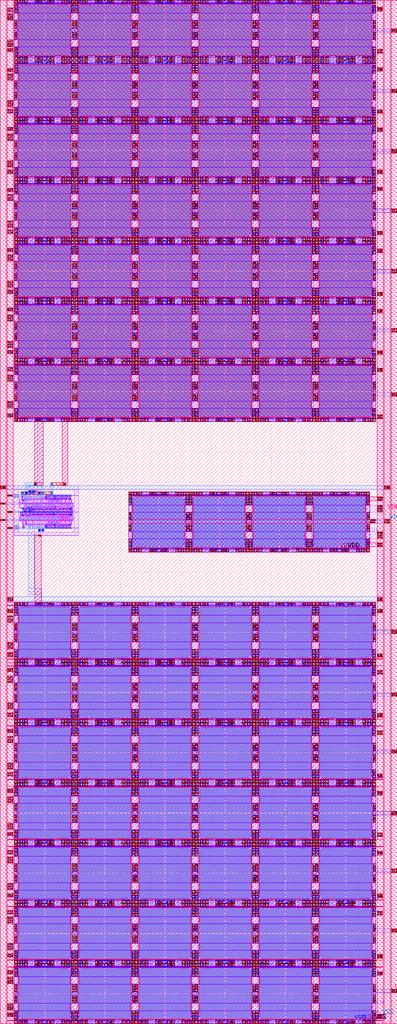
<source format=lef>
VERSION 5.7 ;
  NOWIREEXTENSIONATPIN ON ;
  DIVIDERCHAR "/" ;
  BUSBITCHARS "[]" ;
MACRO adc_vcm_generator
  CLASS BLOCK ;
  FOREIGN adc_vcm_generator ;
  ORIGIN 0.000 0.000 ;
  SIZE 131.850 BY 340.000 ;
  PIN VDD
    DIRECTION INOUT ;
    USE POWER ;
    PORT
      LAYER nwell ;
        RECT 6.910 174.150 7.750 174.155 ;
        RECT 12.155 174.150 14.705 174.155 ;
        RECT 6.395 172.925 23.795 174.150 ;
        RECT 6.395 171.320 24.255 172.925 ;
        RECT 6.395 167.105 24.255 168.710 ;
        RECT 7.315 165.885 23.795 167.105 ;
        RECT 7.315 165.880 9.625 165.885 ;
        RECT 14.675 165.880 23.795 165.885 ;
      LAYER li1 ;
        RECT 43.835 174.260 47.835 174.460 ;
        RECT 7.185 172.825 7.475 173.990 ;
        RECT 7.100 172.655 7.560 172.825 ;
        RECT 14.950 172.820 15.240 173.985 ;
        RECT 15.560 172.820 15.890 173.970 ;
        RECT 16.400 172.820 16.730 173.620 ;
        RECT 17.250 172.820 17.490 173.620 ;
        RECT 18.320 172.820 18.650 173.970 ;
        RECT 19.160 172.820 19.490 173.620 ;
        RECT 20.010 172.820 20.250 173.620 ;
        RECT 21.675 172.820 21.885 173.960 ;
        RECT 23.055 172.820 23.265 173.960 ;
        RECT 43.835 173.660 44.235 174.260 ;
        RECT 43.835 173.460 47.835 173.660 ;
        RECT 43.835 172.860 44.235 173.460 ;
        RECT 7.965 172.650 24.065 172.820 ;
        RECT 43.835 172.660 47.835 172.860 ;
        RECT 8.050 171.485 8.340 172.650 ;
        RECT 8.510 171.510 8.770 172.650 ;
        RECT 9.440 171.510 9.720 172.650 ;
        RECT 10.500 172.225 10.885 172.650 ;
        RECT 11.915 172.225 12.300 172.650 ;
        RECT 13.330 172.225 13.715 172.650 ;
        RECT 15.100 172.225 15.485 172.650 ;
        RECT 16.515 172.225 16.900 172.650 ;
        RECT 17.930 172.225 18.315 172.650 ;
        RECT 19.700 172.225 20.085 172.650 ;
        RECT 21.115 172.225 21.500 172.650 ;
        RECT 22.530 172.225 22.915 172.650 ;
        RECT 23.690 171.485 23.980 172.650 ;
        RECT 43.835 172.060 44.235 172.660 ;
        RECT 43.835 171.860 47.835 172.060 ;
        RECT 43.835 171.260 44.235 171.860 ;
        RECT 43.835 171.060 47.835 171.260 ;
        RECT 43.835 170.460 44.235 171.060 ;
        RECT 43.835 170.260 47.835 170.460 ;
        RECT 43.835 169.660 44.235 170.260 ;
        RECT 43.835 169.460 47.835 169.660 ;
        RECT 43.835 168.860 44.235 169.460 ;
        RECT 43.835 168.660 47.835 168.860 ;
        RECT 6.670 167.380 6.960 168.545 ;
        RECT 7.385 167.380 7.595 168.520 ;
        RECT 8.510 167.380 8.790 168.520 ;
        RECT 9.460 167.380 9.720 168.520 ;
        RECT 10.500 167.380 10.885 167.805 ;
        RECT 11.915 167.380 12.300 167.805 ;
        RECT 13.330 167.380 13.715 167.805 ;
        RECT 15.100 167.380 15.485 167.805 ;
        RECT 16.515 167.380 16.900 167.805 ;
        RECT 17.930 167.380 18.315 167.805 ;
        RECT 19.700 167.380 20.085 167.805 ;
        RECT 21.115 167.380 21.500 167.805 ;
        RECT 22.530 167.380 22.915 167.805 ;
        RECT 23.690 167.380 23.980 168.545 ;
        RECT 43.835 168.060 44.235 168.660 ;
        RECT 43.835 167.860 47.835 168.060 ;
        RECT 6.585 167.210 24.065 167.380 ;
        RECT 43.835 167.260 44.235 167.860 ;
        RECT 7.590 166.045 7.880 167.210 ;
        RECT 10.570 166.560 10.745 167.210 ;
        RECT 10.575 164.605 10.745 166.560 ;
        RECT 14.950 166.045 15.240 167.210 ;
        RECT 15.560 166.060 15.890 167.210 ;
        RECT 16.400 166.410 16.730 167.210 ;
        RECT 17.250 166.410 17.490 167.210 ;
        RECT 18.320 166.060 18.650 167.210 ;
        RECT 19.160 166.410 19.490 167.210 ;
        RECT 20.010 166.410 20.250 167.210 ;
        RECT 21.675 166.070 21.885 167.210 ;
        RECT 23.055 166.070 23.265 167.210 ;
        RECT 43.835 167.060 47.835 167.260 ;
        RECT 43.835 166.860 44.235 167.060 ;
        RECT 48.585 166.860 48.785 174.460 ;
        RECT 49.385 166.860 49.585 174.460 ;
        RECT 50.185 166.860 50.385 174.460 ;
        RECT 50.985 166.860 51.185 174.460 ;
        RECT 51.785 166.860 51.985 174.460 ;
        RECT 43.835 166.460 51.985 166.860 ;
        RECT 43.835 166.260 44.235 166.460 ;
        RECT 43.835 166.060 47.835 166.260 ;
        RECT 43.835 165.460 44.235 166.060 ;
        RECT 43.835 165.260 47.835 165.460 ;
        RECT 43.835 164.660 44.235 165.260 ;
        RECT 43.835 164.460 47.835 164.660 ;
        RECT 43.835 163.860 44.235 164.460 ;
        RECT 43.835 163.660 47.835 163.860 ;
        RECT 43.835 163.060 44.235 163.660 ;
        RECT 43.835 162.860 47.835 163.060 ;
        RECT 43.835 162.260 44.235 162.860 ;
        RECT 43.835 162.060 47.835 162.260 ;
        RECT 43.835 161.460 44.235 162.060 ;
        RECT 43.835 161.260 47.835 161.460 ;
        RECT 43.835 160.660 44.235 161.260 ;
        RECT 43.835 160.460 47.835 160.660 ;
        RECT 43.835 159.860 44.235 160.460 ;
        RECT 43.835 159.660 47.835 159.860 ;
        RECT 43.835 159.060 44.235 159.660 ;
        RECT 43.835 158.860 47.835 159.060 ;
        RECT 48.585 158.860 48.785 166.460 ;
        RECT 49.385 158.860 49.585 166.460 ;
        RECT 50.185 158.860 50.385 166.460 ;
        RECT 50.985 158.860 51.185 166.460 ;
        RECT 51.785 158.860 51.985 166.460 ;
        RECT 53.285 166.860 53.485 174.460 ;
        RECT 54.085 166.860 54.285 174.460 ;
        RECT 54.885 166.860 55.085 174.460 ;
        RECT 55.685 166.860 55.885 174.460 ;
        RECT 56.485 166.860 56.685 174.460 ;
        RECT 57.435 174.260 61.435 174.460 ;
        RECT 61.035 173.660 61.435 174.260 ;
        RECT 57.435 173.460 61.435 173.660 ;
        RECT 61.035 172.860 61.435 173.460 ;
        RECT 57.435 172.660 61.435 172.860 ;
        RECT 61.035 172.060 61.435 172.660 ;
        RECT 57.435 171.860 61.435 172.060 ;
        RECT 61.035 171.260 61.435 171.860 ;
        RECT 57.435 171.060 61.435 171.260 ;
        RECT 61.035 170.460 61.435 171.060 ;
        RECT 57.435 170.260 61.435 170.460 ;
        RECT 61.035 169.660 61.435 170.260 ;
        RECT 57.435 169.460 61.435 169.660 ;
        RECT 61.035 168.860 61.435 169.460 ;
        RECT 57.435 168.660 61.435 168.860 ;
        RECT 61.035 168.060 61.435 168.660 ;
        RECT 57.435 167.860 61.435 168.060 ;
        RECT 61.035 167.260 61.435 167.860 ;
        RECT 57.435 167.060 61.435 167.260 ;
        RECT 61.035 166.860 61.435 167.060 ;
        RECT 53.285 166.460 61.435 166.860 ;
        RECT 53.285 158.860 53.485 166.460 ;
        RECT 54.085 158.860 54.285 166.460 ;
        RECT 54.885 158.860 55.085 166.460 ;
        RECT 55.685 158.860 55.885 166.460 ;
        RECT 56.485 158.860 56.685 166.460 ;
        RECT 61.035 166.260 61.435 166.460 ;
        RECT 57.435 166.060 61.435 166.260 ;
        RECT 61.035 165.460 61.435 166.060 ;
        RECT 57.435 165.260 61.435 165.460 ;
        RECT 61.035 164.660 61.435 165.260 ;
        RECT 57.435 164.460 61.435 164.660 ;
        RECT 61.035 163.860 61.435 164.460 ;
        RECT 57.435 163.660 61.435 163.860 ;
        RECT 61.035 163.060 61.435 163.660 ;
        RECT 57.435 162.860 61.435 163.060 ;
        RECT 61.035 162.260 61.435 162.860 ;
        RECT 57.435 162.060 61.435 162.260 ;
        RECT 61.035 161.460 61.435 162.060 ;
        RECT 57.435 161.260 61.435 161.460 ;
        RECT 61.035 160.660 61.435 161.260 ;
        RECT 57.435 160.460 61.435 160.660 ;
        RECT 61.035 159.860 61.435 160.460 ;
        RECT 57.435 159.660 61.435 159.860 ;
        RECT 61.035 159.060 61.435 159.660 ;
        RECT 57.435 158.860 61.435 159.060 ;
        RECT 63.835 174.260 67.835 174.460 ;
        RECT 63.835 173.660 64.235 174.260 ;
        RECT 63.835 173.460 67.835 173.660 ;
        RECT 63.835 172.860 64.235 173.460 ;
        RECT 63.835 172.660 67.835 172.860 ;
        RECT 63.835 172.060 64.235 172.660 ;
        RECT 63.835 171.860 67.835 172.060 ;
        RECT 63.835 171.260 64.235 171.860 ;
        RECT 63.835 171.060 67.835 171.260 ;
        RECT 63.835 170.460 64.235 171.060 ;
        RECT 63.835 170.260 67.835 170.460 ;
        RECT 63.835 169.660 64.235 170.260 ;
        RECT 63.835 169.460 67.835 169.660 ;
        RECT 63.835 168.860 64.235 169.460 ;
        RECT 63.835 168.660 67.835 168.860 ;
        RECT 63.835 168.060 64.235 168.660 ;
        RECT 63.835 167.860 67.835 168.060 ;
        RECT 63.835 167.260 64.235 167.860 ;
        RECT 63.835 167.060 67.835 167.260 ;
        RECT 63.835 166.860 64.235 167.060 ;
        RECT 68.585 166.860 68.785 174.460 ;
        RECT 69.385 166.860 69.585 174.460 ;
        RECT 70.185 166.860 70.385 174.460 ;
        RECT 70.985 166.860 71.185 174.460 ;
        RECT 71.785 166.860 71.985 174.460 ;
        RECT 63.835 166.460 71.985 166.860 ;
        RECT 63.835 166.260 64.235 166.460 ;
        RECT 63.835 166.060 67.835 166.260 ;
        RECT 63.835 165.460 64.235 166.060 ;
        RECT 63.835 165.260 67.835 165.460 ;
        RECT 63.835 164.660 64.235 165.260 ;
        RECT 63.835 164.460 67.835 164.660 ;
        RECT 63.835 163.860 64.235 164.460 ;
        RECT 63.835 163.660 67.835 163.860 ;
        RECT 63.835 163.060 64.235 163.660 ;
        RECT 63.835 162.860 67.835 163.060 ;
        RECT 63.835 162.260 64.235 162.860 ;
        RECT 63.835 162.060 67.835 162.260 ;
        RECT 63.835 161.460 64.235 162.060 ;
        RECT 63.835 161.260 67.835 161.460 ;
        RECT 63.835 160.660 64.235 161.260 ;
        RECT 63.835 160.460 67.835 160.660 ;
        RECT 63.835 159.860 64.235 160.460 ;
        RECT 63.835 159.660 67.835 159.860 ;
        RECT 63.835 159.060 64.235 159.660 ;
        RECT 63.835 158.860 67.835 159.060 ;
        RECT 68.585 158.860 68.785 166.460 ;
        RECT 69.385 158.860 69.585 166.460 ;
        RECT 70.185 158.860 70.385 166.460 ;
        RECT 70.985 158.860 71.185 166.460 ;
        RECT 71.785 158.860 71.985 166.460 ;
        RECT 73.285 166.860 73.485 174.460 ;
        RECT 74.085 166.860 74.285 174.460 ;
        RECT 74.885 166.860 75.085 174.460 ;
        RECT 75.685 166.860 75.885 174.460 ;
        RECT 76.485 166.860 76.685 174.460 ;
        RECT 77.435 174.260 81.435 174.460 ;
        RECT 81.035 173.660 81.435 174.260 ;
        RECT 77.435 173.460 81.435 173.660 ;
        RECT 81.035 172.860 81.435 173.460 ;
        RECT 77.435 172.660 81.435 172.860 ;
        RECT 81.035 172.060 81.435 172.660 ;
        RECT 77.435 171.860 81.435 172.060 ;
        RECT 81.035 171.260 81.435 171.860 ;
        RECT 77.435 171.060 81.435 171.260 ;
        RECT 81.035 170.460 81.435 171.060 ;
        RECT 77.435 170.260 81.435 170.460 ;
        RECT 81.035 169.660 81.435 170.260 ;
        RECT 77.435 169.460 81.435 169.660 ;
        RECT 81.035 168.860 81.435 169.460 ;
        RECT 77.435 168.660 81.435 168.860 ;
        RECT 81.035 168.060 81.435 168.660 ;
        RECT 77.435 167.860 81.435 168.060 ;
        RECT 81.035 167.260 81.435 167.860 ;
        RECT 77.435 167.060 81.435 167.260 ;
        RECT 81.035 166.860 81.435 167.060 ;
        RECT 73.285 166.460 81.435 166.860 ;
        RECT 73.285 158.860 73.485 166.460 ;
        RECT 74.085 158.860 74.285 166.460 ;
        RECT 74.885 158.860 75.085 166.460 ;
        RECT 75.685 158.860 75.885 166.460 ;
        RECT 76.485 158.860 76.685 166.460 ;
        RECT 81.035 166.260 81.435 166.460 ;
        RECT 77.435 166.060 81.435 166.260 ;
        RECT 81.035 165.460 81.435 166.060 ;
        RECT 77.435 165.260 81.435 165.460 ;
        RECT 81.035 164.660 81.435 165.260 ;
        RECT 77.435 164.460 81.435 164.660 ;
        RECT 81.035 163.860 81.435 164.460 ;
        RECT 77.435 163.660 81.435 163.860 ;
        RECT 81.035 163.060 81.435 163.660 ;
        RECT 77.435 162.860 81.435 163.060 ;
        RECT 81.035 162.260 81.435 162.860 ;
        RECT 77.435 162.060 81.435 162.260 ;
        RECT 81.035 161.460 81.435 162.060 ;
        RECT 77.435 161.260 81.435 161.460 ;
        RECT 81.035 160.660 81.435 161.260 ;
        RECT 77.435 160.460 81.435 160.660 ;
        RECT 81.035 159.860 81.435 160.460 ;
        RECT 77.435 159.660 81.435 159.860 ;
        RECT 81.035 159.060 81.435 159.660 ;
        RECT 77.435 158.860 81.435 159.060 ;
        RECT 83.835 174.260 87.835 174.460 ;
        RECT 83.835 173.660 84.235 174.260 ;
        RECT 83.835 173.460 87.835 173.660 ;
        RECT 83.835 172.860 84.235 173.460 ;
        RECT 83.835 172.660 87.835 172.860 ;
        RECT 83.835 172.060 84.235 172.660 ;
        RECT 83.835 171.860 87.835 172.060 ;
        RECT 83.835 171.260 84.235 171.860 ;
        RECT 83.835 171.060 87.835 171.260 ;
        RECT 83.835 170.460 84.235 171.060 ;
        RECT 83.835 170.260 87.835 170.460 ;
        RECT 83.835 169.660 84.235 170.260 ;
        RECT 83.835 169.460 87.835 169.660 ;
        RECT 83.835 168.860 84.235 169.460 ;
        RECT 83.835 168.660 87.835 168.860 ;
        RECT 83.835 168.060 84.235 168.660 ;
        RECT 83.835 167.860 87.835 168.060 ;
        RECT 83.835 167.260 84.235 167.860 ;
        RECT 83.835 167.060 87.835 167.260 ;
        RECT 83.835 166.860 84.235 167.060 ;
        RECT 88.585 166.860 88.785 174.460 ;
        RECT 89.385 166.860 89.585 174.460 ;
        RECT 90.185 166.860 90.385 174.460 ;
        RECT 90.985 166.860 91.185 174.460 ;
        RECT 91.785 166.860 91.985 174.460 ;
        RECT 83.835 166.460 91.985 166.860 ;
        RECT 83.835 166.260 84.235 166.460 ;
        RECT 83.835 166.060 87.835 166.260 ;
        RECT 83.835 165.460 84.235 166.060 ;
        RECT 83.835 165.260 87.835 165.460 ;
        RECT 83.835 164.660 84.235 165.260 ;
        RECT 83.835 164.460 87.835 164.660 ;
        RECT 83.835 163.860 84.235 164.460 ;
        RECT 83.835 163.660 87.835 163.860 ;
        RECT 83.835 163.060 84.235 163.660 ;
        RECT 83.835 162.860 87.835 163.060 ;
        RECT 83.835 162.260 84.235 162.860 ;
        RECT 83.835 162.060 87.835 162.260 ;
        RECT 83.835 161.460 84.235 162.060 ;
        RECT 83.835 161.260 87.835 161.460 ;
        RECT 83.835 160.660 84.235 161.260 ;
        RECT 83.835 160.460 87.835 160.660 ;
        RECT 83.835 159.860 84.235 160.460 ;
        RECT 83.835 159.660 87.835 159.860 ;
        RECT 83.835 159.060 84.235 159.660 ;
        RECT 83.835 158.860 87.835 159.060 ;
        RECT 88.585 158.860 88.785 166.460 ;
        RECT 89.385 158.860 89.585 166.460 ;
        RECT 90.185 158.860 90.385 166.460 ;
        RECT 90.985 158.860 91.185 166.460 ;
        RECT 91.785 158.860 91.985 166.460 ;
        RECT 93.285 166.860 93.485 174.460 ;
        RECT 94.085 166.860 94.285 174.460 ;
        RECT 94.885 166.860 95.085 174.460 ;
        RECT 95.685 166.860 95.885 174.460 ;
        RECT 96.485 166.860 96.685 174.460 ;
        RECT 97.435 174.260 101.435 174.460 ;
        RECT 101.035 173.660 101.435 174.260 ;
        RECT 97.435 173.460 101.435 173.660 ;
        RECT 101.035 172.860 101.435 173.460 ;
        RECT 97.435 172.660 101.435 172.860 ;
        RECT 101.035 172.060 101.435 172.660 ;
        RECT 97.435 171.860 101.435 172.060 ;
        RECT 101.035 171.260 101.435 171.860 ;
        RECT 97.435 171.060 101.435 171.260 ;
        RECT 101.035 170.460 101.435 171.060 ;
        RECT 97.435 170.260 101.435 170.460 ;
        RECT 101.035 169.660 101.435 170.260 ;
        RECT 97.435 169.460 101.435 169.660 ;
        RECT 101.035 168.860 101.435 169.460 ;
        RECT 97.435 168.660 101.435 168.860 ;
        RECT 101.035 168.060 101.435 168.660 ;
        RECT 97.435 167.860 101.435 168.060 ;
        RECT 101.035 167.260 101.435 167.860 ;
        RECT 97.435 167.060 101.435 167.260 ;
        RECT 101.035 166.860 101.435 167.060 ;
        RECT 93.285 166.460 101.435 166.860 ;
        RECT 93.285 158.860 93.485 166.460 ;
        RECT 94.085 158.860 94.285 166.460 ;
        RECT 94.885 158.860 95.085 166.460 ;
        RECT 95.685 158.860 95.885 166.460 ;
        RECT 96.485 158.860 96.685 166.460 ;
        RECT 101.035 166.260 101.435 166.460 ;
        RECT 97.435 166.060 101.435 166.260 ;
        RECT 101.035 165.460 101.435 166.060 ;
        RECT 97.435 165.260 101.435 165.460 ;
        RECT 101.035 164.660 101.435 165.260 ;
        RECT 97.435 164.460 101.435 164.660 ;
        RECT 101.035 163.860 101.435 164.460 ;
        RECT 97.435 163.660 101.435 163.860 ;
        RECT 101.035 163.060 101.435 163.660 ;
        RECT 97.435 162.860 101.435 163.060 ;
        RECT 101.035 162.260 101.435 162.860 ;
        RECT 97.435 162.060 101.435 162.260 ;
        RECT 101.035 161.460 101.435 162.060 ;
        RECT 97.435 161.260 101.435 161.460 ;
        RECT 101.035 160.660 101.435 161.260 ;
        RECT 97.435 160.460 101.435 160.660 ;
        RECT 101.035 159.860 101.435 160.460 ;
        RECT 97.435 159.660 101.435 159.860 ;
        RECT 101.035 159.060 101.435 159.660 ;
        RECT 97.435 158.860 101.435 159.060 ;
        RECT 103.835 174.260 107.835 174.460 ;
        RECT 103.835 173.660 104.235 174.260 ;
        RECT 103.835 173.460 107.835 173.660 ;
        RECT 103.835 172.860 104.235 173.460 ;
        RECT 103.835 172.660 107.835 172.860 ;
        RECT 103.835 172.060 104.235 172.660 ;
        RECT 103.835 171.860 107.835 172.060 ;
        RECT 103.835 171.260 104.235 171.860 ;
        RECT 103.835 171.060 107.835 171.260 ;
        RECT 103.835 170.460 104.235 171.060 ;
        RECT 103.835 170.260 107.835 170.460 ;
        RECT 103.835 169.660 104.235 170.260 ;
        RECT 103.835 169.460 107.835 169.660 ;
        RECT 103.835 168.860 104.235 169.460 ;
        RECT 103.835 168.660 107.835 168.860 ;
        RECT 103.835 168.060 104.235 168.660 ;
        RECT 103.835 167.860 107.835 168.060 ;
        RECT 103.835 167.260 104.235 167.860 ;
        RECT 103.835 167.060 107.835 167.260 ;
        RECT 103.835 166.860 104.235 167.060 ;
        RECT 108.585 166.860 108.785 174.460 ;
        RECT 109.385 166.860 109.585 174.460 ;
        RECT 110.185 166.860 110.385 174.460 ;
        RECT 110.985 166.860 111.185 174.460 ;
        RECT 111.785 166.860 111.985 174.460 ;
        RECT 103.835 166.460 111.985 166.860 ;
        RECT 103.835 166.260 104.235 166.460 ;
        RECT 103.835 166.060 107.835 166.260 ;
        RECT 103.835 165.460 104.235 166.060 ;
        RECT 103.835 165.260 107.835 165.460 ;
        RECT 103.835 164.660 104.235 165.260 ;
        RECT 103.835 164.460 107.835 164.660 ;
        RECT 103.835 163.860 104.235 164.460 ;
        RECT 103.835 163.660 107.835 163.860 ;
        RECT 103.835 163.060 104.235 163.660 ;
        RECT 103.835 162.860 107.835 163.060 ;
        RECT 103.835 162.260 104.235 162.860 ;
        RECT 103.835 162.060 107.835 162.260 ;
        RECT 103.835 161.460 104.235 162.060 ;
        RECT 103.835 161.260 107.835 161.460 ;
        RECT 103.835 160.660 104.235 161.260 ;
        RECT 103.835 160.460 107.835 160.660 ;
        RECT 103.835 159.860 104.235 160.460 ;
        RECT 103.835 159.660 107.835 159.860 ;
        RECT 103.835 159.060 104.235 159.660 ;
        RECT 103.835 158.860 107.835 159.060 ;
        RECT 108.585 158.860 108.785 166.460 ;
        RECT 109.385 158.860 109.585 166.460 ;
        RECT 110.185 158.860 110.385 166.460 ;
        RECT 110.985 158.860 111.185 166.460 ;
        RECT 111.785 158.860 111.985 166.460 ;
        RECT 113.285 166.860 113.485 174.460 ;
        RECT 114.085 166.860 114.285 174.460 ;
        RECT 114.885 166.860 115.085 174.460 ;
        RECT 115.685 166.860 115.885 174.460 ;
        RECT 116.485 166.860 116.685 174.460 ;
        RECT 117.435 174.260 121.435 174.460 ;
        RECT 121.035 173.660 121.435 174.260 ;
        RECT 117.435 173.460 121.435 173.660 ;
        RECT 121.035 172.860 121.435 173.460 ;
        RECT 117.435 172.660 121.435 172.860 ;
        RECT 121.035 172.060 121.435 172.660 ;
        RECT 117.435 171.860 121.435 172.060 ;
        RECT 121.035 171.260 121.435 171.860 ;
        RECT 117.435 171.060 121.435 171.260 ;
        RECT 121.035 170.460 121.435 171.060 ;
        RECT 117.435 170.260 121.435 170.460 ;
        RECT 121.035 169.660 121.435 170.260 ;
        RECT 117.435 169.460 121.435 169.660 ;
        RECT 121.035 168.860 121.435 169.460 ;
        RECT 117.435 168.660 121.435 168.860 ;
        RECT 121.035 168.060 121.435 168.660 ;
        RECT 117.435 167.860 121.435 168.060 ;
        RECT 121.035 167.260 121.435 167.860 ;
        RECT 117.435 167.060 121.435 167.260 ;
        RECT 121.035 166.860 121.435 167.060 ;
        RECT 113.285 166.460 121.435 166.860 ;
        RECT 113.285 158.860 113.485 166.460 ;
        RECT 114.085 158.860 114.285 166.460 ;
        RECT 114.885 158.860 115.085 166.460 ;
        RECT 115.685 158.860 115.885 166.460 ;
        RECT 116.485 158.860 116.685 166.460 ;
        RECT 121.035 166.260 121.435 166.460 ;
        RECT 117.435 166.060 121.435 166.260 ;
        RECT 121.035 165.460 121.435 166.060 ;
        RECT 117.435 165.260 121.435 165.460 ;
        RECT 121.035 164.660 121.435 165.260 ;
        RECT 117.435 164.460 121.435 164.660 ;
        RECT 121.035 163.860 121.435 164.460 ;
        RECT 117.435 163.660 121.435 163.860 ;
        RECT 121.035 163.060 121.435 163.660 ;
        RECT 117.435 162.860 121.435 163.060 ;
        RECT 121.035 162.260 121.435 162.860 ;
        RECT 117.435 162.060 121.435 162.260 ;
        RECT 121.035 161.460 121.435 162.060 ;
        RECT 117.435 161.260 121.435 161.460 ;
        RECT 121.035 160.660 121.435 161.260 ;
        RECT 117.435 160.460 121.435 160.660 ;
        RECT 121.035 159.860 121.435 160.460 ;
        RECT 117.435 159.660 121.435 159.860 ;
        RECT 121.035 159.060 121.435 159.660 ;
        RECT 117.435 158.860 121.435 159.060 ;
      LAYER mcon ;
        RECT 7.245 172.655 7.415 172.825 ;
        RECT 8.110 172.650 8.280 172.820 ;
        RECT 8.570 172.650 8.740 172.820 ;
        RECT 9.030 172.650 9.200 172.820 ;
        RECT 9.490 172.650 9.660 172.820 ;
        RECT 9.950 172.650 10.120 172.820 ;
        RECT 10.410 172.650 10.580 172.820 ;
        RECT 10.870 172.650 11.040 172.820 ;
        RECT 11.330 172.650 11.500 172.820 ;
        RECT 11.790 172.650 11.960 172.820 ;
        RECT 12.250 172.650 12.420 172.820 ;
        RECT 12.710 172.650 12.880 172.820 ;
        RECT 13.170 172.650 13.340 172.820 ;
        RECT 13.630 172.650 13.800 172.820 ;
        RECT 14.090 172.650 14.260 172.820 ;
        RECT 14.550 172.650 14.720 172.820 ;
        RECT 15.010 172.650 15.180 172.820 ;
        RECT 15.470 172.650 15.640 172.820 ;
        RECT 15.930 172.650 16.100 172.820 ;
        RECT 16.390 172.650 16.560 172.820 ;
        RECT 16.850 172.650 17.020 172.820 ;
        RECT 17.310 172.650 17.480 172.820 ;
        RECT 17.770 172.650 17.940 172.820 ;
        RECT 18.230 172.650 18.400 172.820 ;
        RECT 18.690 172.650 18.860 172.820 ;
        RECT 19.150 172.650 19.320 172.820 ;
        RECT 19.610 172.650 19.780 172.820 ;
        RECT 20.070 172.650 20.240 172.820 ;
        RECT 20.530 172.650 20.700 172.820 ;
        RECT 20.990 172.650 21.160 172.820 ;
        RECT 21.450 172.650 21.620 172.820 ;
        RECT 21.910 172.650 22.080 172.820 ;
        RECT 22.370 172.650 22.540 172.820 ;
        RECT 22.830 172.650 23.000 172.820 ;
        RECT 23.290 172.650 23.460 172.820 ;
        RECT 23.750 172.650 23.920 172.820 ;
        RECT 43.885 170.960 44.185 171.410 ;
        RECT 43.885 170.210 44.185 170.660 ;
        RECT 43.885 169.460 44.185 169.910 ;
        RECT 43.885 168.710 44.185 169.160 ;
        RECT 43.885 167.960 44.185 168.410 ;
        RECT 6.730 167.210 6.900 167.380 ;
        RECT 7.190 167.210 7.360 167.380 ;
        RECT 7.650 167.210 7.820 167.380 ;
        RECT 8.110 167.210 8.280 167.380 ;
        RECT 8.570 167.210 8.740 167.380 ;
        RECT 9.030 167.210 9.200 167.380 ;
        RECT 9.490 167.210 9.660 167.380 ;
        RECT 9.950 167.210 10.120 167.380 ;
        RECT 10.410 167.210 10.580 167.380 ;
        RECT 10.870 167.210 11.040 167.380 ;
        RECT 11.330 167.210 11.500 167.380 ;
        RECT 11.790 167.210 11.960 167.380 ;
        RECT 12.250 167.210 12.420 167.380 ;
        RECT 12.710 167.210 12.880 167.380 ;
        RECT 13.170 167.210 13.340 167.380 ;
        RECT 13.630 167.210 13.800 167.380 ;
        RECT 14.090 167.210 14.260 167.380 ;
        RECT 14.550 167.210 14.720 167.380 ;
        RECT 15.010 167.210 15.180 167.380 ;
        RECT 15.470 167.210 15.640 167.380 ;
        RECT 15.930 167.210 16.100 167.380 ;
        RECT 16.390 167.210 16.560 167.380 ;
        RECT 16.850 167.210 17.020 167.380 ;
        RECT 17.310 167.210 17.480 167.380 ;
        RECT 17.770 167.210 17.940 167.380 ;
        RECT 18.230 167.210 18.400 167.380 ;
        RECT 18.690 167.210 18.860 167.380 ;
        RECT 19.150 167.210 19.320 167.380 ;
        RECT 19.610 167.210 19.780 167.380 ;
        RECT 20.070 167.210 20.240 167.380 ;
        RECT 20.530 167.210 20.700 167.380 ;
        RECT 20.990 167.210 21.160 167.380 ;
        RECT 21.450 167.210 21.620 167.380 ;
        RECT 21.910 167.210 22.080 167.380 ;
        RECT 22.370 167.210 22.540 167.380 ;
        RECT 22.830 167.210 23.000 167.380 ;
        RECT 23.290 167.210 23.460 167.380 ;
        RECT 23.750 167.210 23.920 167.380 ;
        RECT 43.885 167.210 44.185 167.660 ;
        RECT 43.885 166.460 44.185 166.910 ;
        RECT 43.885 165.710 44.185 166.160 ;
        RECT 43.885 164.960 44.185 165.410 ;
        RECT 43.885 164.210 44.185 164.660 ;
        RECT 43.885 163.460 44.185 163.910 ;
        RECT 43.885 162.710 44.185 163.160 ;
        RECT 43.885 161.960 44.185 162.410 ;
        RECT 61.085 170.960 61.385 171.410 ;
        RECT 61.085 170.210 61.385 170.660 ;
        RECT 61.085 169.460 61.385 169.910 ;
        RECT 61.085 168.710 61.385 169.160 ;
        RECT 61.085 167.960 61.385 168.410 ;
        RECT 61.085 167.210 61.385 167.660 ;
        RECT 61.085 166.460 61.385 166.910 ;
        RECT 61.085 165.710 61.385 166.160 ;
        RECT 61.085 164.960 61.385 165.410 ;
        RECT 61.085 164.210 61.385 164.660 ;
        RECT 61.085 163.460 61.385 163.910 ;
        RECT 61.085 162.710 61.385 163.160 ;
        RECT 61.085 161.960 61.385 162.410 ;
        RECT 63.885 170.960 64.185 171.410 ;
        RECT 63.885 170.210 64.185 170.660 ;
        RECT 63.885 169.460 64.185 169.910 ;
        RECT 63.885 168.710 64.185 169.160 ;
        RECT 63.885 167.960 64.185 168.410 ;
        RECT 63.885 167.210 64.185 167.660 ;
        RECT 63.885 166.460 64.185 166.910 ;
        RECT 63.885 165.710 64.185 166.160 ;
        RECT 63.885 164.960 64.185 165.410 ;
        RECT 63.885 164.210 64.185 164.660 ;
        RECT 63.885 163.460 64.185 163.910 ;
        RECT 63.885 162.710 64.185 163.160 ;
        RECT 63.885 161.960 64.185 162.410 ;
        RECT 81.085 170.960 81.385 171.410 ;
        RECT 81.085 170.210 81.385 170.660 ;
        RECT 81.085 169.460 81.385 169.910 ;
        RECT 81.085 168.710 81.385 169.160 ;
        RECT 81.085 167.960 81.385 168.410 ;
        RECT 81.085 167.210 81.385 167.660 ;
        RECT 81.085 166.460 81.385 166.910 ;
        RECT 81.085 165.710 81.385 166.160 ;
        RECT 81.085 164.960 81.385 165.410 ;
        RECT 81.085 164.210 81.385 164.660 ;
        RECT 81.085 163.460 81.385 163.910 ;
        RECT 81.085 162.710 81.385 163.160 ;
        RECT 81.085 161.960 81.385 162.410 ;
        RECT 83.885 170.960 84.185 171.410 ;
        RECT 83.885 170.210 84.185 170.660 ;
        RECT 83.885 169.460 84.185 169.910 ;
        RECT 83.885 168.710 84.185 169.160 ;
        RECT 83.885 167.960 84.185 168.410 ;
        RECT 83.885 167.210 84.185 167.660 ;
        RECT 83.885 166.460 84.185 166.910 ;
        RECT 83.885 165.710 84.185 166.160 ;
        RECT 83.885 164.960 84.185 165.410 ;
        RECT 83.885 164.210 84.185 164.660 ;
        RECT 83.885 163.460 84.185 163.910 ;
        RECT 83.885 162.710 84.185 163.160 ;
        RECT 83.885 161.960 84.185 162.410 ;
        RECT 101.085 170.960 101.385 171.410 ;
        RECT 101.085 170.210 101.385 170.660 ;
        RECT 101.085 169.460 101.385 169.910 ;
        RECT 101.085 168.710 101.385 169.160 ;
        RECT 101.085 167.960 101.385 168.410 ;
        RECT 101.085 167.210 101.385 167.660 ;
        RECT 101.085 166.460 101.385 166.910 ;
        RECT 101.085 165.710 101.385 166.160 ;
        RECT 101.085 164.960 101.385 165.410 ;
        RECT 101.085 164.210 101.385 164.660 ;
        RECT 101.085 163.460 101.385 163.910 ;
        RECT 101.085 162.710 101.385 163.160 ;
        RECT 101.085 161.960 101.385 162.410 ;
        RECT 103.885 170.960 104.185 171.410 ;
        RECT 103.885 170.210 104.185 170.660 ;
        RECT 103.885 169.460 104.185 169.910 ;
        RECT 103.885 168.710 104.185 169.160 ;
        RECT 103.885 167.960 104.185 168.410 ;
        RECT 103.885 167.210 104.185 167.660 ;
        RECT 103.885 166.460 104.185 166.910 ;
        RECT 103.885 165.710 104.185 166.160 ;
        RECT 103.885 164.960 104.185 165.410 ;
        RECT 103.885 164.210 104.185 164.660 ;
        RECT 103.885 163.460 104.185 163.910 ;
        RECT 103.885 162.710 104.185 163.160 ;
        RECT 103.885 161.960 104.185 162.410 ;
        RECT 121.085 170.960 121.385 171.410 ;
        RECT 121.085 170.210 121.385 170.660 ;
        RECT 121.085 169.460 121.385 169.910 ;
        RECT 121.085 168.710 121.385 169.160 ;
        RECT 121.085 167.960 121.385 168.410 ;
        RECT 121.085 167.210 121.385 167.660 ;
        RECT 121.085 166.460 121.385 166.910 ;
        RECT 121.085 165.710 121.385 166.160 ;
        RECT 121.085 164.960 121.385 165.410 ;
        RECT 121.085 164.210 121.385 164.660 ;
        RECT 121.085 163.460 121.385 163.910 ;
        RECT 121.085 162.710 121.385 163.160 ;
        RECT 121.085 161.960 121.385 162.410 ;
      LAYER met1 ;
        RECT 16.435 178.760 22.105 178.765 ;
        RECT 0.000 177.485 129.510 178.760 ;
        RECT 49.435 175.460 55.835 176.660 ;
        RECT 69.435 175.460 75.835 176.660 ;
        RECT 89.435 175.460 95.835 176.660 ;
        RECT 109.435 175.460 115.835 176.660 ;
        RECT 52.135 174.810 53.135 175.460 ;
        RECT 72.135 174.810 73.135 175.460 ;
        RECT 92.135 174.810 93.135 175.460 ;
        RECT 112.135 174.810 113.135 175.460 ;
        RECT 48.785 174.660 56.485 174.810 ;
        RECT 68.785 174.660 76.485 174.810 ;
        RECT 88.785 174.660 96.485 174.810 ;
        RECT 108.785 174.660 116.485 174.810 ;
        RECT 7.100 172.975 7.560 172.980 ;
        RECT 0.000 172.495 24.065 172.975 ;
        RECT 43.835 169.860 44.585 171.660 ;
        RECT 0.000 167.055 24.065 167.535 ;
        RECT 42.635 167.110 44.585 169.860 ;
        RECT 42.635 166.210 42.785 167.110 ;
        RECT 43.435 166.960 44.585 167.110 ;
        RECT 44.735 166.960 44.885 174.510 ;
        RECT 45.335 166.960 45.485 174.510 ;
        RECT 45.935 166.960 46.085 174.510 ;
        RECT 46.535 166.960 46.685 174.510 ;
        RECT 47.135 166.960 47.285 174.510 ;
        RECT 47.735 166.960 47.885 174.510 ;
        RECT 52.135 174.210 53.135 174.660 ;
        RECT 48.785 174.060 56.485 174.210 ;
        RECT 52.135 173.610 53.135 174.060 ;
        RECT 48.785 173.460 56.485 173.610 ;
        RECT 52.135 173.010 53.135 173.460 ;
        RECT 48.785 172.860 56.485 173.010 ;
        RECT 52.135 172.410 53.135 172.860 ;
        RECT 48.785 172.260 56.485 172.410 ;
        RECT 52.135 171.810 53.135 172.260 ;
        RECT 48.785 171.660 56.485 171.810 ;
        RECT 52.135 171.210 53.135 171.660 ;
        RECT 48.785 171.060 56.485 171.210 ;
        RECT 52.135 170.610 53.135 171.060 ;
        RECT 48.785 170.460 56.485 170.610 ;
        RECT 52.135 170.010 53.135 170.460 ;
        RECT 48.785 169.860 56.485 170.010 ;
        RECT 52.135 169.410 53.135 169.860 ;
        RECT 48.785 169.260 56.485 169.410 ;
        RECT 52.135 168.810 53.135 169.260 ;
        RECT 48.785 168.660 56.485 168.810 ;
        RECT 52.135 168.210 53.135 168.660 ;
        RECT 48.785 168.060 56.485 168.210 ;
        RECT 52.135 167.610 53.135 168.060 ;
        RECT 48.785 167.460 56.485 167.610 ;
        RECT 52.135 166.960 53.135 167.460 ;
        RECT 57.385 166.960 57.535 174.510 ;
        RECT 57.985 166.960 58.135 174.510 ;
        RECT 58.585 166.960 58.735 174.510 ;
        RECT 59.185 166.960 59.335 174.510 ;
        RECT 59.785 166.960 59.935 174.510 ;
        RECT 60.385 166.960 60.535 174.510 ;
        RECT 60.685 169.860 61.435 171.660 ;
        RECT 63.835 169.860 64.585 171.660 ;
        RECT 60.685 167.110 64.585 169.860 ;
        RECT 60.685 166.960 61.835 167.110 ;
        RECT 43.435 166.360 61.835 166.960 ;
        RECT 43.435 166.210 44.585 166.360 ;
        RECT 42.635 163.460 44.585 166.210 ;
        RECT 43.835 161.710 44.585 163.460 ;
        RECT 44.735 158.810 44.885 166.360 ;
        RECT 45.335 158.810 45.485 166.360 ;
        RECT 45.935 158.810 46.085 166.360 ;
        RECT 46.535 158.810 46.685 166.360 ;
        RECT 47.135 158.810 47.285 166.360 ;
        RECT 47.735 158.810 47.885 166.360 ;
        RECT 52.135 165.860 53.135 166.360 ;
        RECT 48.785 165.710 56.485 165.860 ;
        RECT 52.135 165.260 53.135 165.710 ;
        RECT 48.785 165.110 56.485 165.260 ;
        RECT 52.135 164.660 53.135 165.110 ;
        RECT 48.785 164.510 56.485 164.660 ;
        RECT 52.135 164.060 53.135 164.510 ;
        RECT 48.785 163.910 56.485 164.060 ;
        RECT 52.135 163.460 53.135 163.910 ;
        RECT 48.785 163.310 56.485 163.460 ;
        RECT 52.135 162.860 53.135 163.310 ;
        RECT 48.785 162.710 56.485 162.860 ;
        RECT 52.135 162.260 53.135 162.710 ;
        RECT 48.785 162.110 56.485 162.260 ;
        RECT 52.135 161.660 53.135 162.110 ;
        RECT 48.785 161.510 56.485 161.660 ;
        RECT 52.135 161.060 53.135 161.510 ;
        RECT 48.785 160.910 56.485 161.060 ;
        RECT 52.135 160.460 53.135 160.910 ;
        RECT 48.785 160.310 56.485 160.460 ;
        RECT 52.135 159.860 53.135 160.310 ;
        RECT 48.785 159.710 56.485 159.860 ;
        RECT 52.135 159.260 53.135 159.710 ;
        RECT 48.785 159.110 56.485 159.260 ;
        RECT 52.135 158.660 53.135 159.110 ;
        RECT 57.385 158.810 57.535 166.360 ;
        RECT 57.985 158.810 58.135 166.360 ;
        RECT 58.585 158.810 58.735 166.360 ;
        RECT 59.185 158.810 59.335 166.360 ;
        RECT 59.785 158.810 59.935 166.360 ;
        RECT 60.385 158.810 60.535 166.360 ;
        RECT 60.685 166.210 61.835 166.360 ;
        RECT 62.485 166.210 62.785 167.110 ;
        RECT 63.435 166.960 64.585 167.110 ;
        RECT 64.735 166.960 64.885 174.510 ;
        RECT 65.335 166.960 65.485 174.510 ;
        RECT 65.935 166.960 66.085 174.510 ;
        RECT 66.535 166.960 66.685 174.510 ;
        RECT 67.135 166.960 67.285 174.510 ;
        RECT 67.735 166.960 67.885 174.510 ;
        RECT 72.135 174.210 73.135 174.660 ;
        RECT 68.785 174.060 76.485 174.210 ;
        RECT 72.135 173.610 73.135 174.060 ;
        RECT 68.785 173.460 76.485 173.610 ;
        RECT 72.135 173.010 73.135 173.460 ;
        RECT 68.785 172.860 76.485 173.010 ;
        RECT 72.135 172.410 73.135 172.860 ;
        RECT 68.785 172.260 76.485 172.410 ;
        RECT 72.135 171.810 73.135 172.260 ;
        RECT 68.785 171.660 76.485 171.810 ;
        RECT 72.135 171.210 73.135 171.660 ;
        RECT 68.785 171.060 76.485 171.210 ;
        RECT 72.135 170.610 73.135 171.060 ;
        RECT 68.785 170.460 76.485 170.610 ;
        RECT 72.135 170.010 73.135 170.460 ;
        RECT 68.785 169.860 76.485 170.010 ;
        RECT 72.135 169.410 73.135 169.860 ;
        RECT 68.785 169.260 76.485 169.410 ;
        RECT 72.135 168.810 73.135 169.260 ;
        RECT 68.785 168.660 76.485 168.810 ;
        RECT 72.135 168.210 73.135 168.660 ;
        RECT 68.785 168.060 76.485 168.210 ;
        RECT 72.135 167.610 73.135 168.060 ;
        RECT 68.785 167.460 76.485 167.610 ;
        RECT 72.135 166.960 73.135 167.460 ;
        RECT 77.385 166.960 77.535 174.510 ;
        RECT 77.985 166.960 78.135 174.510 ;
        RECT 78.585 166.960 78.735 174.510 ;
        RECT 79.185 166.960 79.335 174.510 ;
        RECT 79.785 166.960 79.935 174.510 ;
        RECT 80.385 166.960 80.535 174.510 ;
        RECT 80.685 169.860 81.435 171.660 ;
        RECT 83.835 169.860 84.585 171.660 ;
        RECT 80.685 167.110 84.585 169.860 ;
        RECT 80.685 166.960 81.835 167.110 ;
        RECT 63.435 166.360 81.835 166.960 ;
        RECT 63.435 166.210 64.585 166.360 ;
        RECT 60.685 163.460 64.585 166.210 ;
        RECT 60.685 161.710 61.435 163.460 ;
        RECT 63.835 161.710 64.585 163.460 ;
        RECT 64.735 158.810 64.885 166.360 ;
        RECT 65.335 158.810 65.485 166.360 ;
        RECT 65.935 158.810 66.085 166.360 ;
        RECT 66.535 158.810 66.685 166.360 ;
        RECT 67.135 158.810 67.285 166.360 ;
        RECT 67.735 158.810 67.885 166.360 ;
        RECT 72.135 165.860 73.135 166.360 ;
        RECT 68.785 165.710 76.485 165.860 ;
        RECT 72.135 165.260 73.135 165.710 ;
        RECT 68.785 165.110 76.485 165.260 ;
        RECT 72.135 164.660 73.135 165.110 ;
        RECT 68.785 164.510 76.485 164.660 ;
        RECT 72.135 164.060 73.135 164.510 ;
        RECT 68.785 163.910 76.485 164.060 ;
        RECT 72.135 163.460 73.135 163.910 ;
        RECT 68.785 163.310 76.485 163.460 ;
        RECT 72.135 162.860 73.135 163.310 ;
        RECT 68.785 162.710 76.485 162.860 ;
        RECT 72.135 162.260 73.135 162.710 ;
        RECT 68.785 162.110 76.485 162.260 ;
        RECT 72.135 161.660 73.135 162.110 ;
        RECT 68.785 161.510 76.485 161.660 ;
        RECT 72.135 161.060 73.135 161.510 ;
        RECT 68.785 160.910 76.485 161.060 ;
        RECT 72.135 160.460 73.135 160.910 ;
        RECT 68.785 160.310 76.485 160.460 ;
        RECT 72.135 159.860 73.135 160.310 ;
        RECT 68.785 159.710 76.485 159.860 ;
        RECT 72.135 159.260 73.135 159.710 ;
        RECT 68.785 159.110 76.485 159.260 ;
        RECT 72.135 158.660 73.135 159.110 ;
        RECT 77.385 158.810 77.535 166.360 ;
        RECT 77.985 158.810 78.135 166.360 ;
        RECT 78.585 158.810 78.735 166.360 ;
        RECT 79.185 158.810 79.335 166.360 ;
        RECT 79.785 158.810 79.935 166.360 ;
        RECT 80.385 158.810 80.535 166.360 ;
        RECT 80.685 166.210 81.835 166.360 ;
        RECT 82.485 166.210 82.785 167.110 ;
        RECT 83.435 166.960 84.585 167.110 ;
        RECT 84.735 166.960 84.885 174.510 ;
        RECT 85.335 166.960 85.485 174.510 ;
        RECT 85.935 166.960 86.085 174.510 ;
        RECT 86.535 166.960 86.685 174.510 ;
        RECT 87.135 166.960 87.285 174.510 ;
        RECT 87.735 166.960 87.885 174.510 ;
        RECT 92.135 174.210 93.135 174.660 ;
        RECT 88.785 174.060 96.485 174.210 ;
        RECT 92.135 173.610 93.135 174.060 ;
        RECT 88.785 173.460 96.485 173.610 ;
        RECT 92.135 173.010 93.135 173.460 ;
        RECT 88.785 172.860 96.485 173.010 ;
        RECT 92.135 172.410 93.135 172.860 ;
        RECT 88.785 172.260 96.485 172.410 ;
        RECT 92.135 171.810 93.135 172.260 ;
        RECT 88.785 171.660 96.485 171.810 ;
        RECT 92.135 171.210 93.135 171.660 ;
        RECT 88.785 171.060 96.485 171.210 ;
        RECT 92.135 170.610 93.135 171.060 ;
        RECT 88.785 170.460 96.485 170.610 ;
        RECT 92.135 170.010 93.135 170.460 ;
        RECT 88.785 169.860 96.485 170.010 ;
        RECT 92.135 169.410 93.135 169.860 ;
        RECT 88.785 169.260 96.485 169.410 ;
        RECT 92.135 168.810 93.135 169.260 ;
        RECT 88.785 168.660 96.485 168.810 ;
        RECT 92.135 168.210 93.135 168.660 ;
        RECT 88.785 168.060 96.485 168.210 ;
        RECT 92.135 167.610 93.135 168.060 ;
        RECT 88.785 167.460 96.485 167.610 ;
        RECT 92.135 166.960 93.135 167.460 ;
        RECT 97.385 166.960 97.535 174.510 ;
        RECT 97.985 166.960 98.135 174.510 ;
        RECT 98.585 166.960 98.735 174.510 ;
        RECT 99.185 166.960 99.335 174.510 ;
        RECT 99.785 166.960 99.935 174.510 ;
        RECT 100.385 166.960 100.535 174.510 ;
        RECT 100.685 169.860 101.435 171.660 ;
        RECT 103.835 169.860 104.585 171.660 ;
        RECT 100.685 167.110 104.585 169.860 ;
        RECT 100.685 166.960 101.835 167.110 ;
        RECT 83.435 166.360 101.835 166.960 ;
        RECT 83.435 166.210 84.585 166.360 ;
        RECT 80.685 163.460 84.585 166.210 ;
        RECT 80.685 161.710 81.435 163.460 ;
        RECT 83.835 161.710 84.585 163.460 ;
        RECT 84.735 158.810 84.885 166.360 ;
        RECT 85.335 158.810 85.485 166.360 ;
        RECT 85.935 158.810 86.085 166.360 ;
        RECT 86.535 158.810 86.685 166.360 ;
        RECT 87.135 158.810 87.285 166.360 ;
        RECT 87.735 158.810 87.885 166.360 ;
        RECT 92.135 165.860 93.135 166.360 ;
        RECT 88.785 165.710 96.485 165.860 ;
        RECT 92.135 165.260 93.135 165.710 ;
        RECT 88.785 165.110 96.485 165.260 ;
        RECT 92.135 164.660 93.135 165.110 ;
        RECT 88.785 164.510 96.485 164.660 ;
        RECT 92.135 164.060 93.135 164.510 ;
        RECT 88.785 163.910 96.485 164.060 ;
        RECT 92.135 163.460 93.135 163.910 ;
        RECT 88.785 163.310 96.485 163.460 ;
        RECT 92.135 162.860 93.135 163.310 ;
        RECT 88.785 162.710 96.485 162.860 ;
        RECT 92.135 162.260 93.135 162.710 ;
        RECT 88.785 162.110 96.485 162.260 ;
        RECT 92.135 161.660 93.135 162.110 ;
        RECT 88.785 161.510 96.485 161.660 ;
        RECT 92.135 161.060 93.135 161.510 ;
        RECT 88.785 160.910 96.485 161.060 ;
        RECT 92.135 160.460 93.135 160.910 ;
        RECT 88.785 160.310 96.485 160.460 ;
        RECT 92.135 159.860 93.135 160.310 ;
        RECT 88.785 159.710 96.485 159.860 ;
        RECT 92.135 159.260 93.135 159.710 ;
        RECT 88.785 159.110 96.485 159.260 ;
        RECT 92.135 158.660 93.135 159.110 ;
        RECT 97.385 158.810 97.535 166.360 ;
        RECT 97.985 158.810 98.135 166.360 ;
        RECT 98.585 158.810 98.735 166.360 ;
        RECT 99.185 158.810 99.335 166.360 ;
        RECT 99.785 158.810 99.935 166.360 ;
        RECT 100.385 158.810 100.535 166.360 ;
        RECT 100.685 166.210 101.835 166.360 ;
        RECT 102.485 166.210 102.785 167.110 ;
        RECT 103.435 166.960 104.585 167.110 ;
        RECT 104.735 166.960 104.885 174.510 ;
        RECT 105.335 166.960 105.485 174.510 ;
        RECT 105.935 166.960 106.085 174.510 ;
        RECT 106.535 166.960 106.685 174.510 ;
        RECT 107.135 166.960 107.285 174.510 ;
        RECT 107.735 166.960 107.885 174.510 ;
        RECT 112.135 174.210 113.135 174.660 ;
        RECT 108.785 174.060 116.485 174.210 ;
        RECT 112.135 173.610 113.135 174.060 ;
        RECT 108.785 173.460 116.485 173.610 ;
        RECT 112.135 173.010 113.135 173.460 ;
        RECT 108.785 172.860 116.485 173.010 ;
        RECT 112.135 172.410 113.135 172.860 ;
        RECT 108.785 172.260 116.485 172.410 ;
        RECT 112.135 171.810 113.135 172.260 ;
        RECT 108.785 171.660 116.485 171.810 ;
        RECT 112.135 171.210 113.135 171.660 ;
        RECT 108.785 171.060 116.485 171.210 ;
        RECT 112.135 170.610 113.135 171.060 ;
        RECT 108.785 170.460 116.485 170.610 ;
        RECT 112.135 170.010 113.135 170.460 ;
        RECT 108.785 169.860 116.485 170.010 ;
        RECT 112.135 169.410 113.135 169.860 ;
        RECT 108.785 169.260 116.485 169.410 ;
        RECT 112.135 168.810 113.135 169.260 ;
        RECT 108.785 168.660 116.485 168.810 ;
        RECT 112.135 168.210 113.135 168.660 ;
        RECT 108.785 168.060 116.485 168.210 ;
        RECT 112.135 167.610 113.135 168.060 ;
        RECT 108.785 167.460 116.485 167.610 ;
        RECT 112.135 166.960 113.135 167.460 ;
        RECT 117.385 166.960 117.535 174.510 ;
        RECT 117.985 166.960 118.135 174.510 ;
        RECT 118.585 166.960 118.735 174.510 ;
        RECT 119.185 166.960 119.335 174.510 ;
        RECT 119.785 166.960 119.935 174.510 ;
        RECT 120.385 166.960 120.535 174.510 ;
        RECT 120.685 169.860 121.435 171.660 ;
        RECT 120.685 167.510 122.635 169.860 ;
        RECT 120.685 167.110 129.510 167.510 ;
        RECT 120.685 166.960 121.835 167.110 ;
        RECT 103.435 166.360 121.835 166.960 ;
        RECT 103.435 166.210 104.585 166.360 ;
        RECT 100.685 163.460 104.585 166.210 ;
        RECT 100.685 161.710 101.435 163.460 ;
        RECT 103.835 161.710 104.585 163.460 ;
        RECT 104.735 158.810 104.885 166.360 ;
        RECT 105.335 158.810 105.485 166.360 ;
        RECT 105.935 158.810 106.085 166.360 ;
        RECT 106.535 158.810 106.685 166.360 ;
        RECT 107.135 158.810 107.285 166.360 ;
        RECT 107.735 158.810 107.885 166.360 ;
        RECT 112.135 165.860 113.135 166.360 ;
        RECT 108.785 165.710 116.485 165.860 ;
        RECT 112.135 165.260 113.135 165.710 ;
        RECT 108.785 165.110 116.485 165.260 ;
        RECT 112.135 164.660 113.135 165.110 ;
        RECT 108.785 164.510 116.485 164.660 ;
        RECT 112.135 164.060 113.135 164.510 ;
        RECT 108.785 163.910 116.485 164.060 ;
        RECT 112.135 163.460 113.135 163.910 ;
        RECT 108.785 163.310 116.485 163.460 ;
        RECT 112.135 162.860 113.135 163.310 ;
        RECT 108.785 162.710 116.485 162.860 ;
        RECT 112.135 162.260 113.135 162.710 ;
        RECT 108.785 162.110 116.485 162.260 ;
        RECT 112.135 161.660 113.135 162.110 ;
        RECT 108.785 161.510 116.485 161.660 ;
        RECT 112.135 161.060 113.135 161.510 ;
        RECT 108.785 160.910 116.485 161.060 ;
        RECT 112.135 160.460 113.135 160.910 ;
        RECT 108.785 160.310 116.485 160.460 ;
        RECT 112.135 159.860 113.135 160.310 ;
        RECT 108.785 159.710 116.485 159.860 ;
        RECT 112.135 159.260 113.135 159.710 ;
        RECT 108.785 159.110 116.485 159.260 ;
        RECT 112.135 158.660 113.135 159.110 ;
        RECT 117.385 158.810 117.535 166.360 ;
        RECT 117.985 158.810 118.135 166.360 ;
        RECT 118.585 158.810 118.735 166.360 ;
        RECT 119.185 158.810 119.335 166.360 ;
        RECT 119.785 158.810 119.935 166.360 ;
        RECT 120.385 158.810 120.535 166.360 ;
        RECT 120.685 166.210 121.835 166.360 ;
        RECT 122.485 166.235 129.510 167.110 ;
        RECT 122.485 166.210 122.635 166.235 ;
        RECT 120.685 163.460 122.635 166.210 ;
        RECT 120.685 161.710 121.435 163.460 ;
        RECT 48.785 158.510 56.485 158.660 ;
        RECT 68.785 158.510 76.485 158.660 ;
        RECT 88.785 158.510 96.485 158.660 ;
        RECT 108.785 158.510 116.485 158.660 ;
        RECT 52.135 157.860 53.135 158.510 ;
        RECT 72.135 157.860 73.135 158.510 ;
        RECT 92.135 157.860 93.135 158.510 ;
        RECT 112.135 157.860 113.135 158.510 ;
        RECT 49.435 156.660 55.835 157.860 ;
        RECT 69.435 156.660 75.835 157.860 ;
        RECT 89.435 156.660 95.835 157.860 ;
        RECT 109.435 156.660 115.835 157.860 ;
      LAYER via ;
        RECT 0.160 178.305 0.560 178.705 ;
        RECT 0.785 178.305 1.185 178.705 ;
        RECT 1.410 178.305 1.810 178.705 ;
        RECT 127.675 178.230 128.075 178.630 ;
        RECT 128.300 178.230 128.700 178.630 ;
        RECT 128.925 178.230 129.325 178.630 ;
        RECT 0.160 177.775 0.560 178.175 ;
        RECT 0.785 177.775 1.185 178.175 ;
        RECT 1.410 177.775 1.810 178.175 ;
        RECT 127.670 177.630 128.070 178.030 ;
        RECT 128.295 177.630 128.695 178.030 ;
        RECT 128.920 177.630 129.320 178.030 ;
        RECT 49.535 175.560 50.535 176.560 ;
        RECT 50.685 175.560 51.685 176.560 ;
        RECT 51.835 175.560 53.435 176.560 ;
        RECT 53.585 175.560 54.585 176.560 ;
        RECT 54.735 175.560 55.735 176.560 ;
        RECT 69.535 175.560 70.535 176.560 ;
        RECT 70.685 175.560 71.685 176.560 ;
        RECT 71.835 175.560 73.435 176.560 ;
        RECT 73.585 175.560 74.585 176.560 ;
        RECT 74.735 175.560 75.735 176.560 ;
        RECT 89.535 175.560 90.535 176.560 ;
        RECT 90.685 175.560 91.685 176.560 ;
        RECT 91.835 175.560 93.435 176.560 ;
        RECT 93.585 175.560 94.585 176.560 ;
        RECT 94.735 175.560 95.735 176.560 ;
        RECT 109.535 175.560 110.535 176.560 ;
        RECT 110.685 175.560 111.685 176.560 ;
        RECT 111.835 175.560 113.435 176.560 ;
        RECT 113.585 175.560 114.585 176.560 ;
        RECT 114.735 175.560 115.735 176.560 ;
        RECT 0.080 172.540 0.490 172.930 ;
        RECT 0.650 172.540 1.060 172.930 ;
        RECT 1.220 172.540 1.630 172.930 ;
        RECT 42.735 169.060 43.435 169.760 ;
        RECT 42.735 168.210 43.435 168.910 ;
        RECT 0.080 167.100 0.490 167.490 ;
        RECT 0.650 167.100 1.060 167.490 ;
        RECT 1.220 167.100 1.630 167.490 ;
        RECT 42.735 167.360 43.435 168.060 ;
        RECT 61.835 169.060 62.535 169.760 ;
        RECT 62.735 169.060 63.435 169.760 ;
        RECT 61.835 168.210 62.535 168.910 ;
        RECT 62.735 168.210 63.435 168.910 ;
        RECT 61.835 167.360 62.535 168.060 ;
        RECT 62.735 167.360 63.435 168.060 ;
        RECT 42.735 165.260 43.435 165.960 ;
        RECT 42.735 164.410 43.435 165.110 ;
        RECT 42.735 163.560 43.435 164.260 ;
        RECT 81.835 169.060 82.535 169.760 ;
        RECT 82.735 169.060 83.435 169.760 ;
        RECT 81.835 168.210 82.535 168.910 ;
        RECT 82.735 168.210 83.435 168.910 ;
        RECT 81.835 167.360 82.535 168.060 ;
        RECT 82.735 167.360 83.435 168.060 ;
        RECT 61.835 165.260 62.535 165.960 ;
        RECT 62.735 165.260 63.435 165.960 ;
        RECT 61.835 164.410 62.535 165.110 ;
        RECT 62.735 164.410 63.435 165.110 ;
        RECT 61.835 163.560 62.535 164.260 ;
        RECT 62.735 163.560 63.435 164.260 ;
        RECT 101.835 169.060 102.535 169.760 ;
        RECT 102.735 169.060 103.435 169.760 ;
        RECT 101.835 168.210 102.535 168.910 ;
        RECT 102.735 168.210 103.435 168.910 ;
        RECT 101.835 167.360 102.535 168.060 ;
        RECT 102.735 167.360 103.435 168.060 ;
        RECT 81.835 165.260 82.535 165.960 ;
        RECT 82.735 165.260 83.435 165.960 ;
        RECT 81.835 164.410 82.535 165.110 ;
        RECT 82.735 164.410 83.435 165.110 ;
        RECT 81.835 163.560 82.535 164.260 ;
        RECT 82.735 163.560 83.435 164.260 ;
        RECT 121.835 169.060 122.535 169.760 ;
        RECT 121.835 168.210 122.535 168.910 ;
        RECT 121.835 167.360 122.535 168.060 ;
        RECT 101.835 165.260 102.535 165.960 ;
        RECT 102.735 165.260 103.435 165.960 ;
        RECT 101.835 164.410 102.535 165.110 ;
        RECT 102.735 164.410 103.435 165.110 ;
        RECT 101.835 163.560 102.535 164.260 ;
        RECT 102.735 163.560 103.435 164.260 ;
        RECT 122.800 166.980 123.200 167.380 ;
        RECT 123.425 166.980 123.825 167.380 ;
        RECT 124.050 166.980 124.450 167.380 ;
        RECT 127.675 166.980 128.075 167.380 ;
        RECT 128.300 166.980 128.700 167.380 ;
        RECT 128.925 166.980 129.325 167.380 ;
        RECT 122.795 166.380 123.195 166.780 ;
        RECT 123.420 166.380 123.820 166.780 ;
        RECT 124.045 166.380 124.445 166.780 ;
        RECT 127.670 166.380 128.070 166.780 ;
        RECT 128.295 166.380 128.695 166.780 ;
        RECT 128.920 166.380 129.320 166.780 ;
        RECT 121.835 165.260 122.535 165.960 ;
        RECT 121.835 164.410 122.535 165.110 ;
        RECT 121.835 163.560 122.535 164.260 ;
        RECT 49.535 156.760 50.535 157.760 ;
        RECT 50.635 156.760 51.635 157.760 ;
        RECT 51.785 156.760 53.385 157.760 ;
        RECT 53.585 156.760 54.585 157.760 ;
        RECT 54.735 156.760 55.735 157.760 ;
        RECT 69.535 156.760 70.535 157.760 ;
        RECT 70.635 156.760 71.635 157.760 ;
        RECT 71.785 156.760 73.385 157.760 ;
        RECT 73.585 156.760 74.585 157.760 ;
        RECT 74.735 156.760 75.735 157.760 ;
        RECT 89.535 156.760 90.535 157.760 ;
        RECT 90.635 156.760 91.635 157.760 ;
        RECT 91.785 156.760 93.385 157.760 ;
        RECT 93.585 156.760 94.585 157.760 ;
        RECT 94.735 156.760 95.735 157.760 ;
        RECT 109.535 156.760 110.535 157.760 ;
        RECT 110.635 156.760 111.635 157.760 ;
        RECT 111.785 156.760 113.385 157.760 ;
        RECT 113.585 156.760 114.585 157.760 ;
        RECT 114.735 156.760 115.735 157.760 ;
      LAYER met2 ;
        RECT 0.000 177.640 2.000 178.760 ;
        RECT 127.510 177.485 129.510 178.760 ;
        RECT 49.435 175.760 55.835 176.660 ;
        RECT 69.435 175.760 75.835 176.660 ;
        RECT 89.435 175.760 95.835 176.660 ;
        RECT 109.435 175.760 115.835 176.660 ;
        RECT 47.535 175.260 57.735 175.760 ;
        RECT 67.535 175.260 77.735 175.760 ;
        RECT 87.535 175.260 97.735 175.760 ;
        RECT 107.535 175.260 117.735 175.760 ;
        RECT 44.435 175.210 60.835 175.260 ;
        RECT 44.435 174.660 48.235 175.210 ;
        RECT 47.935 174.210 48.235 174.660 ;
        RECT 44.385 174.060 48.235 174.210 ;
        RECT 47.935 173.610 48.235 174.060 ;
        RECT 44.385 173.460 48.235 173.610 ;
        RECT 47.935 173.010 48.235 173.460 ;
        RECT 0.000 172.495 1.710 172.975 ;
        RECT 44.385 172.860 48.235 173.010 ;
        RECT 47.935 172.410 48.235 172.860 ;
        RECT 44.385 172.260 48.235 172.410 ;
        RECT 47.935 171.810 48.235 172.260 ;
        RECT 44.385 171.660 48.235 171.810 ;
        RECT 47.935 171.210 48.235 171.660 ;
        RECT 44.385 171.060 48.235 171.210 ;
        RECT 47.935 170.610 48.235 171.060 ;
        RECT 44.385 170.460 48.235 170.610 ;
        RECT 47.935 170.010 48.235 170.460 ;
        RECT 44.385 169.860 48.235 170.010 ;
        RECT 0.000 167.055 1.710 167.535 ;
        RECT 42.635 163.460 43.535 169.860 ;
        RECT 47.935 169.410 48.235 169.860 ;
        RECT 44.385 169.260 48.235 169.410 ;
        RECT 47.935 168.810 48.235 169.260 ;
        RECT 44.385 168.660 48.235 168.810 ;
        RECT 47.935 168.210 48.235 168.660 ;
        RECT 44.385 168.060 48.235 168.210 ;
        RECT 47.935 167.610 48.235 168.060 ;
        RECT 44.385 167.460 48.235 167.610 ;
        RECT 47.935 167.010 48.235 167.460 ;
        RECT 48.685 167.010 48.835 175.210 ;
        RECT 49.285 167.010 49.435 175.210 ;
        RECT 49.885 167.010 50.035 175.210 ;
        RECT 50.485 167.010 50.635 175.210 ;
        RECT 51.085 167.010 51.235 175.210 ;
        RECT 51.685 167.010 51.835 175.210 ;
        RECT 47.935 165.860 48.235 166.310 ;
        RECT 44.385 165.710 48.235 165.860 ;
        RECT 47.935 165.260 48.235 165.710 ;
        RECT 44.385 165.110 48.235 165.260 ;
        RECT 47.935 164.660 48.235 165.110 ;
        RECT 44.385 164.510 48.235 164.660 ;
        RECT 47.935 164.060 48.235 164.510 ;
        RECT 44.385 163.910 48.235 164.060 ;
        RECT 47.935 163.460 48.235 163.910 ;
        RECT 44.385 163.310 48.235 163.460 ;
        RECT 47.935 162.860 48.235 163.310 ;
        RECT 44.385 162.710 48.235 162.860 ;
        RECT 47.935 162.260 48.235 162.710 ;
        RECT 44.385 162.110 48.235 162.260 ;
        RECT 47.935 161.660 48.235 162.110 ;
        RECT 44.385 161.510 48.235 161.660 ;
        RECT 47.935 161.060 48.235 161.510 ;
        RECT 44.385 160.910 48.235 161.060 ;
        RECT 47.935 160.460 48.235 160.910 ;
        RECT 44.385 160.310 48.235 160.460 ;
        RECT 47.935 159.860 48.235 160.310 ;
        RECT 44.385 159.710 48.235 159.860 ;
        RECT 47.935 159.260 48.235 159.710 ;
        RECT 44.385 159.110 48.235 159.260 ;
        RECT 47.935 158.660 48.235 159.110 ;
        RECT 44.435 158.110 48.235 158.660 ;
        RECT 48.685 158.110 48.835 166.310 ;
        RECT 49.285 158.110 49.435 166.310 ;
        RECT 49.885 158.110 50.035 166.310 ;
        RECT 50.485 158.110 50.635 166.310 ;
        RECT 51.085 158.110 51.235 166.310 ;
        RECT 51.685 158.110 51.835 166.310 ;
        RECT 52.285 158.110 52.985 175.210 ;
        RECT 53.435 167.010 53.585 175.210 ;
        RECT 54.035 167.010 54.185 175.210 ;
        RECT 54.635 167.010 54.785 175.210 ;
        RECT 55.235 167.010 55.385 175.210 ;
        RECT 55.835 167.010 55.985 175.210 ;
        RECT 56.435 167.010 56.585 175.210 ;
        RECT 57.035 174.660 60.835 175.210 ;
        RECT 64.435 175.210 80.835 175.260 ;
        RECT 64.435 174.660 68.235 175.210 ;
        RECT 57.035 174.210 57.335 174.660 ;
        RECT 67.935 174.210 68.235 174.660 ;
        RECT 57.035 174.060 60.885 174.210 ;
        RECT 64.385 174.060 68.235 174.210 ;
        RECT 57.035 173.610 57.335 174.060 ;
        RECT 67.935 173.610 68.235 174.060 ;
        RECT 57.035 173.460 60.885 173.610 ;
        RECT 64.385 173.460 68.235 173.610 ;
        RECT 57.035 173.010 57.335 173.460 ;
        RECT 67.935 173.010 68.235 173.460 ;
        RECT 57.035 172.860 60.885 173.010 ;
        RECT 64.385 172.860 68.235 173.010 ;
        RECT 57.035 172.410 57.335 172.860 ;
        RECT 67.935 172.410 68.235 172.860 ;
        RECT 57.035 172.260 60.885 172.410 ;
        RECT 64.385 172.260 68.235 172.410 ;
        RECT 57.035 171.810 57.335 172.260 ;
        RECT 67.935 171.810 68.235 172.260 ;
        RECT 57.035 171.660 60.885 171.810 ;
        RECT 64.385 171.660 68.235 171.810 ;
        RECT 57.035 171.210 57.335 171.660 ;
        RECT 67.935 171.210 68.235 171.660 ;
        RECT 57.035 171.060 60.885 171.210 ;
        RECT 64.385 171.060 68.235 171.210 ;
        RECT 57.035 170.610 57.335 171.060 ;
        RECT 67.935 170.610 68.235 171.060 ;
        RECT 57.035 170.460 60.885 170.610 ;
        RECT 64.385 170.460 68.235 170.610 ;
        RECT 57.035 170.010 57.335 170.460 ;
        RECT 67.935 170.010 68.235 170.460 ;
        RECT 57.035 169.860 60.885 170.010 ;
        RECT 64.385 169.860 68.235 170.010 ;
        RECT 57.035 169.410 57.335 169.860 ;
        RECT 57.035 169.260 60.885 169.410 ;
        RECT 57.035 168.810 57.335 169.260 ;
        RECT 57.035 168.660 60.885 168.810 ;
        RECT 57.035 168.210 57.335 168.660 ;
        RECT 57.035 168.060 60.885 168.210 ;
        RECT 57.035 167.610 57.335 168.060 ;
        RECT 57.035 167.460 60.885 167.610 ;
        RECT 57.035 167.010 57.335 167.460 ;
        RECT 53.435 158.110 53.585 166.310 ;
        RECT 54.035 158.110 54.185 166.310 ;
        RECT 54.635 158.110 54.785 166.310 ;
        RECT 55.235 158.110 55.385 166.310 ;
        RECT 55.835 158.110 55.985 166.310 ;
        RECT 56.435 158.110 56.585 166.310 ;
        RECT 57.035 165.860 57.335 166.310 ;
        RECT 57.035 165.710 60.885 165.860 ;
        RECT 57.035 165.260 57.335 165.710 ;
        RECT 57.035 165.110 60.885 165.260 ;
        RECT 57.035 164.660 57.335 165.110 ;
        RECT 57.035 164.510 60.885 164.660 ;
        RECT 57.035 164.060 57.335 164.510 ;
        RECT 57.035 163.910 60.885 164.060 ;
        RECT 57.035 163.460 57.335 163.910 ;
        RECT 61.735 163.460 63.535 169.860 ;
        RECT 67.935 169.410 68.235 169.860 ;
        RECT 64.385 169.260 68.235 169.410 ;
        RECT 67.935 168.810 68.235 169.260 ;
        RECT 64.385 168.660 68.235 168.810 ;
        RECT 67.935 168.210 68.235 168.660 ;
        RECT 64.385 168.060 68.235 168.210 ;
        RECT 67.935 167.610 68.235 168.060 ;
        RECT 64.385 167.460 68.235 167.610 ;
        RECT 67.935 167.010 68.235 167.460 ;
        RECT 68.685 167.010 68.835 175.210 ;
        RECT 69.285 167.010 69.435 175.210 ;
        RECT 69.885 167.010 70.035 175.210 ;
        RECT 70.485 167.010 70.635 175.210 ;
        RECT 71.085 167.010 71.235 175.210 ;
        RECT 71.685 167.010 71.835 175.210 ;
        RECT 67.935 165.860 68.235 166.310 ;
        RECT 64.385 165.710 68.235 165.860 ;
        RECT 67.935 165.260 68.235 165.710 ;
        RECT 64.385 165.110 68.235 165.260 ;
        RECT 67.935 164.660 68.235 165.110 ;
        RECT 64.385 164.510 68.235 164.660 ;
        RECT 67.935 164.060 68.235 164.510 ;
        RECT 64.385 163.910 68.235 164.060 ;
        RECT 67.935 163.460 68.235 163.910 ;
        RECT 57.035 163.310 60.885 163.460 ;
        RECT 64.385 163.310 68.235 163.460 ;
        RECT 57.035 162.860 57.335 163.310 ;
        RECT 67.935 162.860 68.235 163.310 ;
        RECT 57.035 162.710 60.885 162.860 ;
        RECT 64.385 162.710 68.235 162.860 ;
        RECT 57.035 162.260 57.335 162.710 ;
        RECT 67.935 162.260 68.235 162.710 ;
        RECT 57.035 162.110 60.885 162.260 ;
        RECT 64.385 162.110 68.235 162.260 ;
        RECT 57.035 161.660 57.335 162.110 ;
        RECT 67.935 161.660 68.235 162.110 ;
        RECT 57.035 161.510 60.885 161.660 ;
        RECT 64.385 161.510 68.235 161.660 ;
        RECT 57.035 161.060 57.335 161.510 ;
        RECT 67.935 161.060 68.235 161.510 ;
        RECT 57.035 160.910 60.885 161.060 ;
        RECT 64.385 160.910 68.235 161.060 ;
        RECT 57.035 160.460 57.335 160.910 ;
        RECT 67.935 160.460 68.235 160.910 ;
        RECT 57.035 160.310 60.885 160.460 ;
        RECT 64.385 160.310 68.235 160.460 ;
        RECT 57.035 159.860 57.335 160.310 ;
        RECT 67.935 159.860 68.235 160.310 ;
        RECT 57.035 159.710 60.885 159.860 ;
        RECT 64.385 159.710 68.235 159.860 ;
        RECT 57.035 159.260 57.335 159.710 ;
        RECT 67.935 159.260 68.235 159.710 ;
        RECT 57.035 159.110 60.885 159.260 ;
        RECT 64.385 159.110 68.235 159.260 ;
        RECT 57.035 158.660 57.335 159.110 ;
        RECT 67.935 158.660 68.235 159.110 ;
        RECT 57.035 158.110 60.835 158.660 ;
        RECT 44.435 158.060 60.835 158.110 ;
        RECT 64.435 158.110 68.235 158.660 ;
        RECT 68.685 158.110 68.835 166.310 ;
        RECT 69.285 158.110 69.435 166.310 ;
        RECT 69.885 158.110 70.035 166.310 ;
        RECT 70.485 158.110 70.635 166.310 ;
        RECT 71.085 158.110 71.235 166.310 ;
        RECT 71.685 158.110 71.835 166.310 ;
        RECT 72.285 158.110 72.985 175.210 ;
        RECT 73.435 167.010 73.585 175.210 ;
        RECT 74.035 167.010 74.185 175.210 ;
        RECT 74.635 167.010 74.785 175.210 ;
        RECT 75.235 167.010 75.385 175.210 ;
        RECT 75.835 167.010 75.985 175.210 ;
        RECT 76.435 167.010 76.585 175.210 ;
        RECT 77.035 174.660 80.835 175.210 ;
        RECT 84.435 175.210 100.835 175.260 ;
        RECT 84.435 174.660 88.235 175.210 ;
        RECT 77.035 174.210 77.335 174.660 ;
        RECT 87.935 174.210 88.235 174.660 ;
        RECT 77.035 174.060 80.885 174.210 ;
        RECT 84.385 174.060 88.235 174.210 ;
        RECT 77.035 173.610 77.335 174.060 ;
        RECT 87.935 173.610 88.235 174.060 ;
        RECT 77.035 173.460 80.885 173.610 ;
        RECT 84.385 173.460 88.235 173.610 ;
        RECT 77.035 173.010 77.335 173.460 ;
        RECT 87.935 173.010 88.235 173.460 ;
        RECT 77.035 172.860 80.885 173.010 ;
        RECT 84.385 172.860 88.235 173.010 ;
        RECT 77.035 172.410 77.335 172.860 ;
        RECT 87.935 172.410 88.235 172.860 ;
        RECT 77.035 172.260 80.885 172.410 ;
        RECT 84.385 172.260 88.235 172.410 ;
        RECT 77.035 171.810 77.335 172.260 ;
        RECT 87.935 171.810 88.235 172.260 ;
        RECT 77.035 171.660 80.885 171.810 ;
        RECT 84.385 171.660 88.235 171.810 ;
        RECT 77.035 171.210 77.335 171.660 ;
        RECT 87.935 171.210 88.235 171.660 ;
        RECT 77.035 171.060 80.885 171.210 ;
        RECT 84.385 171.060 88.235 171.210 ;
        RECT 77.035 170.610 77.335 171.060 ;
        RECT 87.935 170.610 88.235 171.060 ;
        RECT 77.035 170.460 80.885 170.610 ;
        RECT 84.385 170.460 88.235 170.610 ;
        RECT 77.035 170.010 77.335 170.460 ;
        RECT 87.935 170.010 88.235 170.460 ;
        RECT 77.035 169.860 80.885 170.010 ;
        RECT 84.385 169.860 88.235 170.010 ;
        RECT 77.035 169.410 77.335 169.860 ;
        RECT 77.035 169.260 80.885 169.410 ;
        RECT 77.035 168.810 77.335 169.260 ;
        RECT 77.035 168.660 80.885 168.810 ;
        RECT 77.035 168.210 77.335 168.660 ;
        RECT 77.035 168.060 80.885 168.210 ;
        RECT 77.035 167.610 77.335 168.060 ;
        RECT 77.035 167.460 80.885 167.610 ;
        RECT 77.035 167.010 77.335 167.460 ;
        RECT 73.435 158.110 73.585 166.310 ;
        RECT 74.035 158.110 74.185 166.310 ;
        RECT 74.635 158.110 74.785 166.310 ;
        RECT 75.235 158.110 75.385 166.310 ;
        RECT 75.835 158.110 75.985 166.310 ;
        RECT 76.435 158.110 76.585 166.310 ;
        RECT 77.035 165.860 77.335 166.310 ;
        RECT 77.035 165.710 80.885 165.860 ;
        RECT 77.035 165.260 77.335 165.710 ;
        RECT 77.035 165.110 80.885 165.260 ;
        RECT 77.035 164.660 77.335 165.110 ;
        RECT 77.035 164.510 80.885 164.660 ;
        RECT 77.035 164.060 77.335 164.510 ;
        RECT 77.035 163.910 80.885 164.060 ;
        RECT 77.035 163.460 77.335 163.910 ;
        RECT 81.735 163.460 83.535 169.860 ;
        RECT 87.935 169.410 88.235 169.860 ;
        RECT 84.385 169.260 88.235 169.410 ;
        RECT 87.935 168.810 88.235 169.260 ;
        RECT 84.385 168.660 88.235 168.810 ;
        RECT 87.935 168.210 88.235 168.660 ;
        RECT 84.385 168.060 88.235 168.210 ;
        RECT 87.935 167.610 88.235 168.060 ;
        RECT 84.385 167.460 88.235 167.610 ;
        RECT 87.935 167.010 88.235 167.460 ;
        RECT 88.685 167.010 88.835 175.210 ;
        RECT 89.285 167.010 89.435 175.210 ;
        RECT 89.885 167.010 90.035 175.210 ;
        RECT 90.485 167.010 90.635 175.210 ;
        RECT 91.085 167.010 91.235 175.210 ;
        RECT 91.685 167.010 91.835 175.210 ;
        RECT 87.935 165.860 88.235 166.310 ;
        RECT 84.385 165.710 88.235 165.860 ;
        RECT 87.935 165.260 88.235 165.710 ;
        RECT 84.385 165.110 88.235 165.260 ;
        RECT 87.935 164.660 88.235 165.110 ;
        RECT 84.385 164.510 88.235 164.660 ;
        RECT 87.935 164.060 88.235 164.510 ;
        RECT 84.385 163.910 88.235 164.060 ;
        RECT 87.935 163.460 88.235 163.910 ;
        RECT 77.035 163.310 80.885 163.460 ;
        RECT 84.385 163.310 88.235 163.460 ;
        RECT 77.035 162.860 77.335 163.310 ;
        RECT 87.935 162.860 88.235 163.310 ;
        RECT 77.035 162.710 80.885 162.860 ;
        RECT 84.385 162.710 88.235 162.860 ;
        RECT 77.035 162.260 77.335 162.710 ;
        RECT 87.935 162.260 88.235 162.710 ;
        RECT 77.035 162.110 80.885 162.260 ;
        RECT 84.385 162.110 88.235 162.260 ;
        RECT 77.035 161.660 77.335 162.110 ;
        RECT 87.935 161.660 88.235 162.110 ;
        RECT 77.035 161.510 80.885 161.660 ;
        RECT 84.385 161.510 88.235 161.660 ;
        RECT 77.035 161.060 77.335 161.510 ;
        RECT 87.935 161.060 88.235 161.510 ;
        RECT 77.035 160.910 80.885 161.060 ;
        RECT 84.385 160.910 88.235 161.060 ;
        RECT 77.035 160.460 77.335 160.910 ;
        RECT 87.935 160.460 88.235 160.910 ;
        RECT 77.035 160.310 80.885 160.460 ;
        RECT 84.385 160.310 88.235 160.460 ;
        RECT 77.035 159.860 77.335 160.310 ;
        RECT 87.935 159.860 88.235 160.310 ;
        RECT 77.035 159.710 80.885 159.860 ;
        RECT 84.385 159.710 88.235 159.860 ;
        RECT 77.035 159.260 77.335 159.710 ;
        RECT 87.935 159.260 88.235 159.710 ;
        RECT 77.035 159.110 80.885 159.260 ;
        RECT 84.385 159.110 88.235 159.260 ;
        RECT 77.035 158.660 77.335 159.110 ;
        RECT 87.935 158.660 88.235 159.110 ;
        RECT 77.035 158.110 80.835 158.660 ;
        RECT 64.435 158.060 80.835 158.110 ;
        RECT 84.435 158.110 88.235 158.660 ;
        RECT 88.685 158.110 88.835 166.310 ;
        RECT 89.285 158.110 89.435 166.310 ;
        RECT 89.885 158.110 90.035 166.310 ;
        RECT 90.485 158.110 90.635 166.310 ;
        RECT 91.085 158.110 91.235 166.310 ;
        RECT 91.685 158.110 91.835 166.310 ;
        RECT 92.285 158.110 92.985 175.210 ;
        RECT 93.435 167.010 93.585 175.210 ;
        RECT 94.035 167.010 94.185 175.210 ;
        RECT 94.635 167.010 94.785 175.210 ;
        RECT 95.235 167.010 95.385 175.210 ;
        RECT 95.835 167.010 95.985 175.210 ;
        RECT 96.435 167.010 96.585 175.210 ;
        RECT 97.035 174.660 100.835 175.210 ;
        RECT 104.435 175.210 120.835 175.260 ;
        RECT 104.435 174.660 108.235 175.210 ;
        RECT 97.035 174.210 97.335 174.660 ;
        RECT 107.935 174.210 108.235 174.660 ;
        RECT 97.035 174.060 100.885 174.210 ;
        RECT 104.385 174.060 108.235 174.210 ;
        RECT 97.035 173.610 97.335 174.060 ;
        RECT 107.935 173.610 108.235 174.060 ;
        RECT 97.035 173.460 100.885 173.610 ;
        RECT 104.385 173.460 108.235 173.610 ;
        RECT 97.035 173.010 97.335 173.460 ;
        RECT 107.935 173.010 108.235 173.460 ;
        RECT 97.035 172.860 100.885 173.010 ;
        RECT 104.385 172.860 108.235 173.010 ;
        RECT 97.035 172.410 97.335 172.860 ;
        RECT 107.935 172.410 108.235 172.860 ;
        RECT 97.035 172.260 100.885 172.410 ;
        RECT 104.385 172.260 108.235 172.410 ;
        RECT 97.035 171.810 97.335 172.260 ;
        RECT 107.935 171.810 108.235 172.260 ;
        RECT 97.035 171.660 100.885 171.810 ;
        RECT 104.385 171.660 108.235 171.810 ;
        RECT 97.035 171.210 97.335 171.660 ;
        RECT 107.935 171.210 108.235 171.660 ;
        RECT 97.035 171.060 100.885 171.210 ;
        RECT 104.385 171.060 108.235 171.210 ;
        RECT 97.035 170.610 97.335 171.060 ;
        RECT 107.935 170.610 108.235 171.060 ;
        RECT 97.035 170.460 100.885 170.610 ;
        RECT 104.385 170.460 108.235 170.610 ;
        RECT 97.035 170.010 97.335 170.460 ;
        RECT 107.935 170.010 108.235 170.460 ;
        RECT 97.035 169.860 100.885 170.010 ;
        RECT 104.385 169.860 108.235 170.010 ;
        RECT 97.035 169.410 97.335 169.860 ;
        RECT 97.035 169.260 100.885 169.410 ;
        RECT 97.035 168.810 97.335 169.260 ;
        RECT 97.035 168.660 100.885 168.810 ;
        RECT 97.035 168.210 97.335 168.660 ;
        RECT 97.035 168.060 100.885 168.210 ;
        RECT 97.035 167.610 97.335 168.060 ;
        RECT 97.035 167.460 100.885 167.610 ;
        RECT 97.035 167.010 97.335 167.460 ;
        RECT 93.435 158.110 93.585 166.310 ;
        RECT 94.035 158.110 94.185 166.310 ;
        RECT 94.635 158.110 94.785 166.310 ;
        RECT 95.235 158.110 95.385 166.310 ;
        RECT 95.835 158.110 95.985 166.310 ;
        RECT 96.435 158.110 96.585 166.310 ;
        RECT 97.035 165.860 97.335 166.310 ;
        RECT 97.035 165.710 100.885 165.860 ;
        RECT 97.035 165.260 97.335 165.710 ;
        RECT 97.035 165.110 100.885 165.260 ;
        RECT 97.035 164.660 97.335 165.110 ;
        RECT 97.035 164.510 100.885 164.660 ;
        RECT 97.035 164.060 97.335 164.510 ;
        RECT 97.035 163.910 100.885 164.060 ;
        RECT 97.035 163.460 97.335 163.910 ;
        RECT 101.735 163.460 103.535 169.860 ;
        RECT 107.935 169.410 108.235 169.860 ;
        RECT 104.385 169.260 108.235 169.410 ;
        RECT 107.935 168.810 108.235 169.260 ;
        RECT 104.385 168.660 108.235 168.810 ;
        RECT 107.935 168.210 108.235 168.660 ;
        RECT 104.385 168.060 108.235 168.210 ;
        RECT 107.935 167.610 108.235 168.060 ;
        RECT 104.385 167.460 108.235 167.610 ;
        RECT 107.935 167.010 108.235 167.460 ;
        RECT 108.685 167.010 108.835 175.210 ;
        RECT 109.285 167.010 109.435 175.210 ;
        RECT 109.885 167.010 110.035 175.210 ;
        RECT 110.485 167.010 110.635 175.210 ;
        RECT 111.085 167.010 111.235 175.210 ;
        RECT 111.685 167.010 111.835 175.210 ;
        RECT 107.935 165.860 108.235 166.310 ;
        RECT 104.385 165.710 108.235 165.860 ;
        RECT 107.935 165.260 108.235 165.710 ;
        RECT 104.385 165.110 108.235 165.260 ;
        RECT 107.935 164.660 108.235 165.110 ;
        RECT 104.385 164.510 108.235 164.660 ;
        RECT 107.935 164.060 108.235 164.510 ;
        RECT 104.385 163.910 108.235 164.060 ;
        RECT 107.935 163.460 108.235 163.910 ;
        RECT 97.035 163.310 100.885 163.460 ;
        RECT 104.385 163.310 108.235 163.460 ;
        RECT 97.035 162.860 97.335 163.310 ;
        RECT 107.935 162.860 108.235 163.310 ;
        RECT 97.035 162.710 100.885 162.860 ;
        RECT 104.385 162.710 108.235 162.860 ;
        RECT 97.035 162.260 97.335 162.710 ;
        RECT 107.935 162.260 108.235 162.710 ;
        RECT 97.035 162.110 100.885 162.260 ;
        RECT 104.385 162.110 108.235 162.260 ;
        RECT 97.035 161.660 97.335 162.110 ;
        RECT 107.935 161.660 108.235 162.110 ;
        RECT 97.035 161.510 100.885 161.660 ;
        RECT 104.385 161.510 108.235 161.660 ;
        RECT 97.035 161.060 97.335 161.510 ;
        RECT 107.935 161.060 108.235 161.510 ;
        RECT 97.035 160.910 100.885 161.060 ;
        RECT 104.385 160.910 108.235 161.060 ;
        RECT 97.035 160.460 97.335 160.910 ;
        RECT 107.935 160.460 108.235 160.910 ;
        RECT 97.035 160.310 100.885 160.460 ;
        RECT 104.385 160.310 108.235 160.460 ;
        RECT 97.035 159.860 97.335 160.310 ;
        RECT 107.935 159.860 108.235 160.310 ;
        RECT 97.035 159.710 100.885 159.860 ;
        RECT 104.385 159.710 108.235 159.860 ;
        RECT 97.035 159.260 97.335 159.710 ;
        RECT 107.935 159.260 108.235 159.710 ;
        RECT 97.035 159.110 100.885 159.260 ;
        RECT 104.385 159.110 108.235 159.260 ;
        RECT 97.035 158.660 97.335 159.110 ;
        RECT 107.935 158.660 108.235 159.110 ;
        RECT 97.035 158.110 100.835 158.660 ;
        RECT 84.435 158.060 100.835 158.110 ;
        RECT 104.435 158.110 108.235 158.660 ;
        RECT 108.685 158.110 108.835 166.310 ;
        RECT 109.285 158.110 109.435 166.310 ;
        RECT 109.885 158.110 110.035 166.310 ;
        RECT 110.485 158.110 110.635 166.310 ;
        RECT 111.085 158.110 111.235 166.310 ;
        RECT 111.685 158.110 111.835 166.310 ;
        RECT 112.285 158.110 112.985 175.210 ;
        RECT 113.435 167.010 113.585 175.210 ;
        RECT 114.035 167.010 114.185 175.210 ;
        RECT 114.635 167.010 114.785 175.210 ;
        RECT 115.235 167.010 115.385 175.210 ;
        RECT 115.835 167.010 115.985 175.210 ;
        RECT 116.435 167.010 116.585 175.210 ;
        RECT 117.035 174.660 120.835 175.210 ;
        RECT 117.035 174.210 117.335 174.660 ;
        RECT 117.035 174.060 120.885 174.210 ;
        RECT 117.035 173.610 117.335 174.060 ;
        RECT 117.035 173.460 120.885 173.610 ;
        RECT 117.035 173.010 117.335 173.460 ;
        RECT 117.035 172.860 120.885 173.010 ;
        RECT 117.035 172.410 117.335 172.860 ;
        RECT 117.035 172.260 120.885 172.410 ;
        RECT 117.035 171.810 117.335 172.260 ;
        RECT 117.035 171.660 120.885 171.810 ;
        RECT 117.035 171.210 117.335 171.660 ;
        RECT 117.035 171.060 120.885 171.210 ;
        RECT 117.035 170.610 117.335 171.060 ;
        RECT 117.035 170.460 120.885 170.610 ;
        RECT 117.035 170.010 117.335 170.460 ;
        RECT 117.035 169.860 120.885 170.010 ;
        RECT 117.035 169.410 117.335 169.860 ;
        RECT 117.035 169.260 120.885 169.410 ;
        RECT 117.035 168.810 117.335 169.260 ;
        RECT 117.035 168.660 120.885 168.810 ;
        RECT 117.035 168.210 117.335 168.660 ;
        RECT 117.035 168.060 120.885 168.210 ;
        RECT 117.035 167.610 117.335 168.060 ;
        RECT 117.035 167.460 120.885 167.610 ;
        RECT 121.735 167.510 122.635 169.860 ;
        RECT 117.035 167.010 117.335 167.460 ;
        RECT 113.435 158.110 113.585 166.310 ;
        RECT 114.035 158.110 114.185 166.310 ;
        RECT 114.635 158.110 114.785 166.310 ;
        RECT 115.235 158.110 115.385 166.310 ;
        RECT 115.835 158.110 115.985 166.310 ;
        RECT 116.435 158.110 116.585 166.310 ;
        RECT 117.035 165.860 117.335 166.310 ;
        RECT 121.735 166.235 124.635 167.510 ;
        RECT 127.510 166.235 129.510 167.510 ;
        RECT 117.035 165.710 120.885 165.860 ;
        RECT 117.035 165.260 117.335 165.710 ;
        RECT 117.035 165.110 120.885 165.260 ;
        RECT 117.035 164.660 117.335 165.110 ;
        RECT 117.035 164.510 120.885 164.660 ;
        RECT 117.035 164.060 117.335 164.510 ;
        RECT 117.035 163.910 120.885 164.060 ;
        RECT 117.035 163.460 117.335 163.910 ;
        RECT 121.735 163.460 122.635 166.235 ;
        RECT 117.035 163.310 120.885 163.460 ;
        RECT 117.035 162.860 117.335 163.310 ;
        RECT 117.035 162.710 120.885 162.860 ;
        RECT 117.035 162.260 117.335 162.710 ;
        RECT 117.035 162.110 120.885 162.260 ;
        RECT 117.035 161.660 117.335 162.110 ;
        RECT 117.035 161.510 120.885 161.660 ;
        RECT 117.035 161.060 117.335 161.510 ;
        RECT 117.035 160.910 120.885 161.060 ;
        RECT 117.035 160.460 117.335 160.910 ;
        RECT 117.035 160.310 120.885 160.460 ;
        RECT 117.035 159.860 117.335 160.310 ;
        RECT 117.035 159.710 120.885 159.860 ;
        RECT 117.035 159.260 117.335 159.710 ;
        RECT 117.035 159.110 120.885 159.260 ;
        RECT 117.035 158.660 117.335 159.110 ;
        RECT 117.035 158.110 120.835 158.660 ;
        RECT 104.435 158.060 120.835 158.110 ;
        RECT 47.535 157.560 57.735 158.060 ;
        RECT 67.535 157.560 77.735 158.060 ;
        RECT 87.535 157.560 97.735 158.060 ;
        RECT 107.535 157.560 117.735 158.060 ;
        RECT 49.435 156.660 55.835 157.560 ;
        RECT 69.435 156.660 75.835 157.560 ;
        RECT 89.435 156.660 95.835 157.560 ;
        RECT 109.435 156.660 115.835 157.560 ;
      LAYER via2 ;
        RECT 0.160 178.305 0.560 178.705 ;
        RECT 0.785 178.305 1.185 178.705 ;
        RECT 1.410 178.305 1.810 178.705 ;
        RECT 0.160 177.775 0.560 178.175 ;
        RECT 0.785 177.775 1.185 178.175 ;
        RECT 1.410 177.775 1.810 178.175 ;
        RECT 127.675 178.230 128.075 178.630 ;
        RECT 128.300 178.230 128.700 178.630 ;
        RECT 128.925 178.230 129.325 178.630 ;
        RECT 127.670 177.630 128.070 178.030 ;
        RECT 128.295 177.630 128.695 178.030 ;
        RECT 128.920 177.630 129.320 178.030 ;
        RECT 0.080 172.540 0.490 172.930 ;
        RECT 0.650 172.540 1.060 172.930 ;
        RECT 1.220 172.540 1.630 172.930 ;
        RECT 0.080 167.100 0.490 167.490 ;
        RECT 0.650 167.100 1.060 167.490 ;
        RECT 1.220 167.100 1.630 167.490 ;
        RECT 122.800 166.980 123.200 167.380 ;
        RECT 123.425 166.980 123.825 167.380 ;
        RECT 124.050 166.980 124.450 167.380 ;
        RECT 122.795 166.380 123.195 166.780 ;
        RECT 123.420 166.380 123.820 166.780 ;
        RECT 124.045 166.380 124.445 166.780 ;
        RECT 127.675 166.980 128.075 167.380 ;
        RECT 128.300 166.980 128.700 167.380 ;
        RECT 128.925 166.980 129.325 167.380 ;
        RECT 127.670 166.380 128.070 166.780 ;
        RECT 128.295 166.380 128.695 166.780 ;
        RECT 128.920 166.380 129.320 166.780 ;
      LAYER met3 ;
        RECT 0.000 177.640 2.000 178.760 ;
        RECT 127.510 177.485 129.510 178.760 ;
        RECT 49.435 175.810 55.835 176.660 ;
        RECT 69.435 175.810 75.835 176.660 ;
        RECT 89.435 175.810 95.835 176.660 ;
        RECT 109.435 175.810 115.835 176.660 ;
        RECT 0.000 172.495 1.710 172.975 ;
        RECT 0.000 167.055 1.710 167.535 ;
        RECT 42.635 163.460 43.485 169.860 ;
        RECT 61.785 163.460 63.485 169.860 ;
        RECT 81.785 163.460 83.485 169.860 ;
        RECT 101.785 163.460 103.485 169.860 ;
        RECT 121.785 167.510 122.635 169.860 ;
        RECT 121.785 166.235 124.635 167.510 ;
        RECT 127.510 166.235 129.510 167.510 ;
        RECT 121.785 163.460 122.635 166.235 ;
        RECT 49.435 156.660 55.835 157.510 ;
        RECT 69.435 156.660 75.835 157.510 ;
        RECT 89.435 156.660 95.835 157.510 ;
        RECT 109.435 156.660 115.835 157.510 ;
      LAYER via3 ;
        RECT 0.160 178.305 0.555 178.705 ;
        RECT 0.780 178.305 1.180 178.705 ;
        RECT 1.410 178.305 1.810 178.705 ;
        RECT 0.160 177.775 0.555 178.175 ;
        RECT 0.780 177.775 1.180 178.175 ;
        RECT 1.410 177.775 1.810 178.175 ;
        RECT 127.675 178.230 128.075 178.630 ;
        RECT 128.300 178.230 128.700 178.630 ;
        RECT 128.925 178.230 129.325 178.630 ;
        RECT 127.670 177.630 128.070 178.030 ;
        RECT 128.295 177.630 128.695 178.030 ;
        RECT 128.920 177.630 129.320 178.030 ;
        RECT 49.535 175.910 50.185 176.560 ;
        RECT 50.335 175.910 50.985 176.560 ;
        RECT 51.135 175.910 51.785 176.560 ;
        RECT 53.485 175.910 54.135 176.560 ;
        RECT 54.285 175.910 54.935 176.560 ;
        RECT 55.085 175.910 55.735 176.560 ;
        RECT 69.535 175.910 70.185 176.560 ;
        RECT 70.335 175.910 70.985 176.560 ;
        RECT 71.135 175.910 71.785 176.560 ;
        RECT 73.485 175.910 74.135 176.560 ;
        RECT 74.285 175.910 74.935 176.560 ;
        RECT 75.085 175.910 75.735 176.560 ;
        RECT 89.535 175.910 90.185 176.560 ;
        RECT 90.335 175.910 90.985 176.560 ;
        RECT 91.135 175.910 91.785 176.560 ;
        RECT 93.485 175.910 94.135 176.560 ;
        RECT 94.285 175.910 94.935 176.560 ;
        RECT 95.085 175.910 95.735 176.560 ;
        RECT 109.535 175.910 110.185 176.560 ;
        RECT 110.335 175.910 110.985 176.560 ;
        RECT 111.135 175.910 111.785 176.560 ;
        RECT 113.485 175.910 114.135 176.560 ;
        RECT 114.285 175.910 114.935 176.560 ;
        RECT 115.085 175.910 115.735 176.560 ;
        RECT 0.075 172.535 0.495 172.935 ;
        RECT 0.645 172.535 1.065 172.935 ;
        RECT 1.215 172.535 1.635 172.935 ;
        RECT 42.735 169.110 43.385 169.760 ;
        RECT 42.735 168.310 43.385 168.960 ;
        RECT 0.075 167.095 0.495 167.495 ;
        RECT 0.645 167.095 1.065 167.495 ;
        RECT 1.215 167.095 1.635 167.495 ;
        RECT 42.735 167.510 43.385 168.160 ;
        RECT 42.735 165.160 43.385 165.810 ;
        RECT 42.735 164.360 43.385 165.010 ;
        RECT 42.735 163.560 43.385 164.210 ;
        RECT 61.885 169.110 62.535 169.760 ;
        RECT 62.735 169.110 63.385 169.760 ;
        RECT 61.885 168.310 62.535 168.960 ;
        RECT 62.735 168.310 63.385 168.960 ;
        RECT 61.885 167.510 62.535 168.160 ;
        RECT 62.735 167.510 63.385 168.160 ;
        RECT 61.885 165.160 62.535 165.810 ;
        RECT 62.735 165.160 63.385 165.810 ;
        RECT 61.885 164.360 62.535 165.010 ;
        RECT 62.735 164.360 63.385 165.010 ;
        RECT 61.885 163.560 62.535 164.210 ;
        RECT 62.735 163.560 63.385 164.210 ;
        RECT 81.885 169.110 82.535 169.760 ;
        RECT 82.735 169.110 83.385 169.760 ;
        RECT 81.885 168.310 82.535 168.960 ;
        RECT 82.735 168.310 83.385 168.960 ;
        RECT 81.885 167.510 82.535 168.160 ;
        RECT 82.735 167.510 83.385 168.160 ;
        RECT 81.885 165.160 82.535 165.810 ;
        RECT 82.735 165.160 83.385 165.810 ;
        RECT 81.885 164.360 82.535 165.010 ;
        RECT 82.735 164.360 83.385 165.010 ;
        RECT 81.885 163.560 82.535 164.210 ;
        RECT 82.735 163.560 83.385 164.210 ;
        RECT 101.885 169.110 102.535 169.760 ;
        RECT 102.735 169.110 103.385 169.760 ;
        RECT 101.885 168.310 102.535 168.960 ;
        RECT 102.735 168.310 103.385 168.960 ;
        RECT 101.885 167.510 102.535 168.160 ;
        RECT 102.735 167.510 103.385 168.160 ;
        RECT 101.885 165.160 102.535 165.810 ;
        RECT 102.735 165.160 103.385 165.810 ;
        RECT 101.885 164.360 102.535 165.010 ;
        RECT 102.735 164.360 103.385 165.010 ;
        RECT 101.885 163.560 102.535 164.210 ;
        RECT 102.735 163.560 103.385 164.210 ;
        RECT 121.885 169.110 122.535 169.760 ;
        RECT 121.885 168.310 122.535 168.960 ;
        RECT 121.885 167.510 122.535 168.160 ;
        RECT 122.800 166.980 123.200 167.380 ;
        RECT 123.425 166.980 123.825 167.380 ;
        RECT 124.050 166.980 124.450 167.380 ;
        RECT 122.795 166.380 123.195 166.780 ;
        RECT 123.420 166.380 123.820 166.780 ;
        RECT 124.045 166.380 124.445 166.780 ;
        RECT 127.675 166.980 128.075 167.380 ;
        RECT 128.300 166.980 128.700 167.380 ;
        RECT 128.925 166.980 129.325 167.380 ;
        RECT 127.670 166.380 128.070 166.780 ;
        RECT 128.295 166.380 128.695 166.780 ;
        RECT 128.920 166.380 129.320 166.780 ;
        RECT 121.885 165.160 122.535 165.810 ;
        RECT 121.885 164.360 122.535 165.010 ;
        RECT 121.885 163.560 122.535 164.210 ;
        RECT 49.535 156.760 50.185 157.410 ;
        RECT 50.335 156.760 50.985 157.410 ;
        RECT 51.135 156.760 51.785 157.410 ;
        RECT 53.485 156.760 54.135 157.410 ;
        RECT 54.285 156.760 54.935 157.410 ;
        RECT 55.085 156.760 55.735 157.410 ;
        RECT 69.535 156.760 70.185 157.410 ;
        RECT 70.335 156.760 70.985 157.410 ;
        RECT 71.135 156.760 71.785 157.410 ;
        RECT 73.485 156.760 74.135 157.410 ;
        RECT 74.285 156.760 74.935 157.410 ;
        RECT 75.085 156.760 75.735 157.410 ;
        RECT 89.535 156.760 90.185 157.410 ;
        RECT 90.335 156.760 90.985 157.410 ;
        RECT 91.135 156.760 91.785 157.410 ;
        RECT 93.485 156.760 94.135 157.410 ;
        RECT 94.285 156.760 94.935 157.410 ;
        RECT 95.085 156.760 95.735 157.410 ;
        RECT 109.535 156.760 110.185 157.410 ;
        RECT 110.335 156.760 110.985 157.410 ;
        RECT 111.135 156.760 111.785 157.410 ;
        RECT 113.485 156.760 114.135 157.410 ;
        RECT 114.285 156.760 114.935 157.410 ;
        RECT 115.085 156.760 115.735 157.410 ;
      LAYER met4 ;
        RECT 0.000 0.000 2.000 340.000 ;
        RECT 49.435 175.210 55.835 176.660 ;
        RECT 69.435 175.210 75.835 176.660 ;
        RECT 89.435 175.210 95.835 176.660 ;
        RECT 109.435 175.210 115.835 176.660 ;
        RECT 44.085 169.860 61.185 175.210 ;
        RECT 64.085 169.860 81.185 175.210 ;
        RECT 84.085 169.860 101.185 175.210 ;
        RECT 104.085 169.860 121.185 175.210 ;
        RECT 42.635 167.510 122.635 169.860 ;
        RECT 42.635 166.235 124.635 167.510 ;
        RECT 42.635 163.460 122.635 166.235 ;
        RECT 44.085 158.110 61.185 163.460 ;
        RECT 64.085 158.110 81.185 163.460 ;
        RECT 84.085 158.110 101.185 163.460 ;
        RECT 104.085 158.110 121.185 163.460 ;
        RECT 49.435 156.660 55.835 158.110 ;
        RECT 69.435 156.660 75.835 158.110 ;
        RECT 89.435 156.660 95.835 158.110 ;
        RECT 109.435 156.660 115.835 158.110 ;
        RECT 127.510 0.000 129.510 340.000 ;
    END
  END VDD
  PIN VSS
    DIRECTION INOUT ;
    USE POWER ;
    PORT
      LAYER pwell ;
        RECT 9.130 339.100 11.530 340.000 ;
        RECT 17.930 339.100 20.330 340.000 ;
        RECT 29.130 339.100 31.530 340.000 ;
        RECT 37.930 339.100 40.330 340.000 ;
        RECT 49.130 339.100 51.530 340.000 ;
        RECT 57.930 339.100 60.330 340.000 ;
        RECT 69.130 339.100 71.530 340.000 ;
        RECT 77.930 339.100 80.330 340.000 ;
        RECT 89.130 339.100 91.530 340.000 ;
        RECT 97.930 339.100 100.330 340.000 ;
        RECT 109.130 339.100 111.530 340.000 ;
        RECT 117.930 339.100 120.330 340.000 ;
        RECT 5.880 338.900 23.830 339.100 ;
        RECT 25.880 338.900 43.830 339.100 ;
        RECT 45.880 338.900 63.830 339.100 ;
        RECT 65.880 338.900 83.830 339.100 ;
        RECT 85.880 338.900 103.830 339.100 ;
        RECT 105.880 338.900 123.830 339.100 ;
        RECT 5.830 338.800 23.830 338.900 ;
        RECT 25.830 338.800 43.830 338.900 ;
        RECT 45.830 338.800 63.830 338.900 ;
        RECT 65.830 338.800 83.830 338.900 ;
        RECT 85.830 338.800 103.830 338.900 ;
        RECT 105.830 338.800 123.830 338.900 ;
        RECT 5.680 335.600 23.830 338.800 ;
        RECT 25.680 335.600 43.830 338.800 ;
        RECT 45.680 335.600 63.830 338.800 ;
        RECT 65.680 335.600 83.830 338.800 ;
        RECT 85.680 335.600 103.830 338.800 ;
        RECT 105.680 335.600 123.830 338.800 ;
        RECT 4.730 333.200 124.730 335.600 ;
        RECT 5.630 326.800 23.830 333.200 ;
        RECT 25.630 326.800 43.830 333.200 ;
        RECT 45.630 326.800 63.830 333.200 ;
        RECT 65.630 326.800 83.830 333.200 ;
        RECT 85.630 326.800 103.830 333.200 ;
        RECT 105.630 326.800 123.830 333.200 ;
        RECT 4.730 324.400 124.730 326.800 ;
        RECT 5.630 320.900 23.830 324.400 ;
        RECT 25.630 320.900 43.830 324.400 ;
        RECT 45.630 320.900 63.830 324.400 ;
        RECT 65.630 320.900 83.830 324.400 ;
        RECT 85.630 320.900 103.830 324.400 ;
        RECT 105.630 320.900 123.830 324.400 ;
        RECT 9.130 319.100 11.530 320.900 ;
        RECT 17.930 319.100 20.330 320.900 ;
        RECT 29.130 319.100 31.530 320.900 ;
        RECT 37.930 319.100 40.330 320.900 ;
        RECT 49.130 319.100 51.530 320.900 ;
        RECT 57.930 319.100 60.330 320.900 ;
        RECT 69.130 319.100 71.530 320.900 ;
        RECT 77.930 319.100 80.330 320.900 ;
        RECT 89.130 319.100 91.530 320.900 ;
        RECT 97.930 319.100 100.330 320.900 ;
        RECT 109.130 319.100 111.530 320.900 ;
        RECT 117.930 319.100 120.330 320.900 ;
        RECT 5.880 318.900 23.830 319.100 ;
        RECT 25.880 318.900 43.830 319.100 ;
        RECT 45.880 318.900 63.830 319.100 ;
        RECT 65.880 318.900 83.830 319.100 ;
        RECT 85.880 318.900 103.830 319.100 ;
        RECT 105.880 318.900 123.830 319.100 ;
        RECT 5.830 318.800 23.830 318.900 ;
        RECT 25.830 318.800 43.830 318.900 ;
        RECT 45.830 318.800 63.830 318.900 ;
        RECT 65.830 318.800 83.830 318.900 ;
        RECT 85.830 318.800 103.830 318.900 ;
        RECT 105.830 318.800 123.830 318.900 ;
        RECT 5.680 315.600 23.830 318.800 ;
        RECT 25.680 315.600 43.830 318.800 ;
        RECT 45.680 315.600 63.830 318.800 ;
        RECT 65.680 315.600 83.830 318.800 ;
        RECT 85.680 315.600 103.830 318.800 ;
        RECT 105.680 315.600 123.830 318.800 ;
        RECT 4.730 313.200 124.730 315.600 ;
        RECT 5.630 306.800 23.830 313.200 ;
        RECT 25.630 306.800 43.830 313.200 ;
        RECT 45.630 306.800 63.830 313.200 ;
        RECT 65.630 306.800 83.830 313.200 ;
        RECT 85.630 306.800 103.830 313.200 ;
        RECT 105.630 306.800 123.830 313.200 ;
        RECT 4.730 304.400 124.730 306.800 ;
        RECT 5.630 300.900 23.830 304.400 ;
        RECT 25.630 300.900 43.830 304.400 ;
        RECT 45.630 300.900 63.830 304.400 ;
        RECT 65.630 300.900 83.830 304.400 ;
        RECT 85.630 300.900 103.830 304.400 ;
        RECT 105.630 300.900 123.830 304.400 ;
        RECT 9.130 299.100 11.530 300.900 ;
        RECT 17.930 299.100 20.330 300.900 ;
        RECT 29.130 299.100 31.530 300.900 ;
        RECT 37.930 299.100 40.330 300.900 ;
        RECT 49.130 299.100 51.530 300.900 ;
        RECT 57.930 299.100 60.330 300.900 ;
        RECT 69.130 299.100 71.530 300.900 ;
        RECT 77.930 299.100 80.330 300.900 ;
        RECT 89.130 299.100 91.530 300.900 ;
        RECT 97.930 299.100 100.330 300.900 ;
        RECT 109.130 299.100 111.530 300.900 ;
        RECT 117.930 299.100 120.330 300.900 ;
        RECT 5.880 298.900 23.830 299.100 ;
        RECT 25.880 298.900 43.830 299.100 ;
        RECT 45.880 298.900 63.830 299.100 ;
        RECT 65.880 298.900 83.830 299.100 ;
        RECT 85.880 298.900 103.830 299.100 ;
        RECT 105.880 298.900 123.830 299.100 ;
        RECT 5.830 298.800 23.830 298.900 ;
        RECT 25.830 298.800 43.830 298.900 ;
        RECT 45.830 298.800 63.830 298.900 ;
        RECT 65.830 298.800 83.830 298.900 ;
        RECT 85.830 298.800 103.830 298.900 ;
        RECT 105.830 298.800 123.830 298.900 ;
        RECT 5.680 295.600 23.830 298.800 ;
        RECT 25.680 295.600 43.830 298.800 ;
        RECT 45.680 295.600 63.830 298.800 ;
        RECT 65.680 295.600 83.830 298.800 ;
        RECT 85.680 295.600 103.830 298.800 ;
        RECT 105.680 295.600 123.830 298.800 ;
        RECT 4.730 293.200 124.730 295.600 ;
        RECT 5.630 286.800 23.830 293.200 ;
        RECT 25.630 286.800 43.830 293.200 ;
        RECT 45.630 286.800 63.830 293.200 ;
        RECT 65.630 286.800 83.830 293.200 ;
        RECT 85.630 286.800 103.830 293.200 ;
        RECT 105.630 286.800 123.830 293.200 ;
        RECT 4.730 284.400 124.730 286.800 ;
        RECT 5.630 280.900 23.830 284.400 ;
        RECT 25.630 280.900 43.830 284.400 ;
        RECT 45.630 280.900 63.830 284.400 ;
        RECT 65.630 280.900 83.830 284.400 ;
        RECT 85.630 280.900 103.830 284.400 ;
        RECT 105.630 280.900 123.830 284.400 ;
        RECT 9.130 279.100 11.530 280.900 ;
        RECT 17.930 279.100 20.330 280.900 ;
        RECT 29.130 279.100 31.530 280.900 ;
        RECT 37.930 279.100 40.330 280.900 ;
        RECT 49.130 279.100 51.530 280.900 ;
        RECT 57.930 279.100 60.330 280.900 ;
        RECT 69.130 279.100 71.530 280.900 ;
        RECT 77.930 279.100 80.330 280.900 ;
        RECT 89.130 279.100 91.530 280.900 ;
        RECT 97.930 279.100 100.330 280.900 ;
        RECT 109.130 279.100 111.530 280.900 ;
        RECT 117.930 279.100 120.330 280.900 ;
        RECT 5.880 278.900 23.830 279.100 ;
        RECT 25.880 278.900 43.830 279.100 ;
        RECT 45.880 278.900 63.830 279.100 ;
        RECT 65.880 278.900 83.830 279.100 ;
        RECT 85.880 278.900 103.830 279.100 ;
        RECT 105.880 278.900 123.830 279.100 ;
        RECT 5.830 278.800 23.830 278.900 ;
        RECT 25.830 278.800 43.830 278.900 ;
        RECT 45.830 278.800 63.830 278.900 ;
        RECT 65.830 278.800 83.830 278.900 ;
        RECT 85.830 278.800 103.830 278.900 ;
        RECT 105.830 278.800 123.830 278.900 ;
        RECT 5.680 275.600 23.830 278.800 ;
        RECT 25.680 275.600 43.830 278.800 ;
        RECT 45.680 275.600 63.830 278.800 ;
        RECT 65.680 275.600 83.830 278.800 ;
        RECT 85.680 275.600 103.830 278.800 ;
        RECT 105.680 275.600 123.830 278.800 ;
        RECT 4.730 273.200 124.730 275.600 ;
        RECT 5.630 266.800 23.830 273.200 ;
        RECT 25.630 266.800 43.830 273.200 ;
        RECT 45.630 266.800 63.830 273.200 ;
        RECT 65.630 266.800 83.830 273.200 ;
        RECT 85.630 266.800 103.830 273.200 ;
        RECT 105.630 266.800 123.830 273.200 ;
        RECT 4.730 264.400 124.730 266.800 ;
        RECT 5.630 260.900 23.830 264.400 ;
        RECT 25.630 260.900 43.830 264.400 ;
        RECT 45.630 260.900 63.830 264.400 ;
        RECT 65.630 260.900 83.830 264.400 ;
        RECT 85.630 260.900 103.830 264.400 ;
        RECT 105.630 260.900 123.830 264.400 ;
        RECT 9.130 259.100 11.530 260.900 ;
        RECT 17.930 259.100 20.330 260.900 ;
        RECT 29.130 259.100 31.530 260.900 ;
        RECT 37.930 259.100 40.330 260.900 ;
        RECT 49.130 259.100 51.530 260.900 ;
        RECT 57.930 259.100 60.330 260.900 ;
        RECT 69.130 259.100 71.530 260.900 ;
        RECT 77.930 259.100 80.330 260.900 ;
        RECT 89.130 259.100 91.530 260.900 ;
        RECT 97.930 259.100 100.330 260.900 ;
        RECT 109.130 259.100 111.530 260.900 ;
        RECT 117.930 259.100 120.330 260.900 ;
        RECT 5.880 258.900 23.830 259.100 ;
        RECT 25.880 258.900 43.830 259.100 ;
        RECT 45.880 258.900 63.830 259.100 ;
        RECT 65.880 258.900 83.830 259.100 ;
        RECT 85.880 258.900 103.830 259.100 ;
        RECT 105.880 258.900 123.830 259.100 ;
        RECT 5.830 258.800 23.830 258.900 ;
        RECT 25.830 258.800 43.830 258.900 ;
        RECT 45.830 258.800 63.830 258.900 ;
        RECT 65.830 258.800 83.830 258.900 ;
        RECT 85.830 258.800 103.830 258.900 ;
        RECT 105.830 258.800 123.830 258.900 ;
        RECT 5.680 255.600 23.830 258.800 ;
        RECT 25.680 255.600 43.830 258.800 ;
        RECT 45.680 255.600 63.830 258.800 ;
        RECT 65.680 255.600 83.830 258.800 ;
        RECT 85.680 255.600 103.830 258.800 ;
        RECT 105.680 255.600 123.830 258.800 ;
        RECT 4.730 253.200 124.730 255.600 ;
        RECT 5.630 246.800 23.830 253.200 ;
        RECT 25.630 246.800 43.830 253.200 ;
        RECT 45.630 246.800 63.830 253.200 ;
        RECT 65.630 246.800 83.830 253.200 ;
        RECT 85.630 246.800 103.830 253.200 ;
        RECT 105.630 246.800 123.830 253.200 ;
        RECT 4.730 244.400 124.730 246.800 ;
        RECT 5.630 240.900 23.830 244.400 ;
        RECT 25.630 240.900 43.830 244.400 ;
        RECT 45.630 240.900 63.830 244.400 ;
        RECT 65.630 240.900 83.830 244.400 ;
        RECT 85.630 240.900 103.830 244.400 ;
        RECT 105.630 240.900 123.830 244.400 ;
        RECT 9.130 239.100 11.530 240.900 ;
        RECT 17.930 239.100 20.330 240.900 ;
        RECT 29.130 239.100 31.530 240.900 ;
        RECT 37.930 239.100 40.330 240.900 ;
        RECT 49.130 239.100 51.530 240.900 ;
        RECT 57.930 239.100 60.330 240.900 ;
        RECT 69.130 239.100 71.530 240.900 ;
        RECT 77.930 239.100 80.330 240.900 ;
        RECT 89.130 239.100 91.530 240.900 ;
        RECT 97.930 239.100 100.330 240.900 ;
        RECT 109.130 239.100 111.530 240.900 ;
        RECT 117.930 239.100 120.330 240.900 ;
        RECT 5.880 238.900 23.830 239.100 ;
        RECT 25.880 238.900 43.830 239.100 ;
        RECT 45.880 238.900 63.830 239.100 ;
        RECT 65.880 238.900 83.830 239.100 ;
        RECT 85.880 238.900 103.830 239.100 ;
        RECT 105.880 238.900 123.830 239.100 ;
        RECT 5.830 238.800 23.830 238.900 ;
        RECT 25.830 238.800 43.830 238.900 ;
        RECT 45.830 238.800 63.830 238.900 ;
        RECT 65.830 238.800 83.830 238.900 ;
        RECT 85.830 238.800 103.830 238.900 ;
        RECT 105.830 238.800 123.830 238.900 ;
        RECT 5.680 235.600 23.830 238.800 ;
        RECT 25.680 235.600 43.830 238.800 ;
        RECT 45.680 235.600 63.830 238.800 ;
        RECT 65.680 235.600 83.830 238.800 ;
        RECT 85.680 235.600 103.830 238.800 ;
        RECT 105.680 235.600 123.830 238.800 ;
        RECT 4.730 233.200 124.730 235.600 ;
        RECT 5.630 226.800 23.830 233.200 ;
        RECT 25.630 226.800 43.830 233.200 ;
        RECT 45.630 226.800 63.830 233.200 ;
        RECT 65.630 226.800 83.830 233.200 ;
        RECT 85.630 226.800 103.830 233.200 ;
        RECT 105.630 226.800 123.830 233.200 ;
        RECT 4.730 224.400 124.730 226.800 ;
        RECT 5.630 220.900 23.830 224.400 ;
        RECT 25.630 220.900 43.830 224.400 ;
        RECT 45.630 220.900 63.830 224.400 ;
        RECT 65.630 220.900 83.830 224.400 ;
        RECT 85.630 220.900 103.830 224.400 ;
        RECT 105.630 220.900 123.830 224.400 ;
        RECT 9.130 219.100 11.530 220.900 ;
        RECT 17.930 219.100 20.330 220.900 ;
        RECT 29.130 219.100 31.530 220.900 ;
        RECT 37.930 219.100 40.330 220.900 ;
        RECT 49.130 219.100 51.530 220.900 ;
        RECT 57.930 219.100 60.330 220.900 ;
        RECT 69.130 219.100 71.530 220.900 ;
        RECT 77.930 219.100 80.330 220.900 ;
        RECT 89.130 219.100 91.530 220.900 ;
        RECT 97.930 219.100 100.330 220.900 ;
        RECT 109.130 219.100 111.530 220.900 ;
        RECT 117.930 219.100 120.330 220.900 ;
        RECT 5.880 218.900 23.830 219.100 ;
        RECT 25.880 218.900 43.830 219.100 ;
        RECT 45.880 218.900 63.830 219.100 ;
        RECT 65.880 218.900 83.830 219.100 ;
        RECT 85.880 218.900 103.830 219.100 ;
        RECT 105.880 218.900 123.830 219.100 ;
        RECT 5.830 218.800 23.830 218.900 ;
        RECT 25.830 218.800 43.830 218.900 ;
        RECT 45.830 218.800 63.830 218.900 ;
        RECT 65.830 218.800 83.830 218.900 ;
        RECT 85.830 218.800 103.830 218.900 ;
        RECT 105.830 218.800 123.830 218.900 ;
        RECT 5.680 215.600 23.830 218.800 ;
        RECT 25.680 215.600 43.830 218.800 ;
        RECT 45.680 215.600 63.830 218.800 ;
        RECT 65.680 215.600 83.830 218.800 ;
        RECT 85.680 215.600 103.830 218.800 ;
        RECT 105.680 215.600 123.830 218.800 ;
        RECT 4.730 213.200 124.730 215.600 ;
        RECT 5.630 206.800 23.830 213.200 ;
        RECT 25.630 206.800 43.830 213.200 ;
        RECT 45.630 206.800 63.830 213.200 ;
        RECT 65.630 206.800 83.830 213.200 ;
        RECT 85.630 206.800 103.830 213.200 ;
        RECT 105.630 206.800 123.830 213.200 ;
        RECT 4.730 204.400 124.730 206.800 ;
        RECT 5.630 200.900 23.830 204.400 ;
        RECT 25.630 200.900 43.830 204.400 ;
        RECT 45.630 200.900 63.830 204.400 ;
        RECT 65.630 200.900 83.830 204.400 ;
        RECT 85.630 200.900 103.830 204.400 ;
        RECT 105.630 200.900 123.830 204.400 ;
        RECT 9.130 200.000 11.530 200.900 ;
        RECT 17.930 200.000 20.330 200.900 ;
        RECT 29.130 200.000 31.530 200.900 ;
        RECT 37.930 200.000 40.330 200.900 ;
        RECT 49.130 200.000 51.530 200.900 ;
        RECT 57.930 200.000 60.330 200.900 ;
        RECT 69.130 200.000 71.530 200.900 ;
        RECT 77.930 200.000 80.330 200.900 ;
        RECT 89.130 200.000 91.530 200.900 ;
        RECT 97.930 200.000 100.330 200.900 ;
        RECT 109.130 200.000 111.530 200.900 ;
        RECT 117.930 200.000 120.330 200.900 ;
        RECT 47.035 175.760 49.435 176.660 ;
        RECT 55.835 175.760 58.235 176.660 ;
        RECT 67.035 175.760 69.435 176.660 ;
        RECT 75.835 175.760 78.235 176.660 ;
        RECT 87.035 175.760 89.435 176.660 ;
        RECT 95.835 175.760 98.235 176.660 ;
        RECT 107.035 175.760 109.435 176.660 ;
        RECT 115.835 175.760 118.235 176.660 ;
        RECT 43.785 175.560 61.735 175.760 ;
        RECT 63.785 175.560 81.735 175.760 ;
        RECT 83.785 175.560 101.735 175.760 ;
        RECT 103.785 175.560 121.735 175.760 ;
        RECT 43.735 175.460 61.735 175.560 ;
        RECT 63.735 175.460 81.735 175.560 ;
        RECT 83.735 175.460 101.735 175.560 ;
        RECT 103.735 175.460 121.735 175.560 ;
        RECT 7.115 174.485 7.545 175.270 ;
        RECT 14.880 174.480 15.310 175.265 ;
        RECT 43.585 172.260 61.735 175.460 ;
        RECT 63.585 172.260 81.735 175.460 ;
        RECT 83.585 172.260 101.735 175.460 ;
        RECT 103.585 172.260 121.735 175.460 ;
        RECT 7.980 170.205 8.410 170.990 ;
        RECT 23.620 170.205 24.050 170.990 ;
        RECT 42.635 169.860 122.635 172.260 ;
        RECT 6.600 169.040 7.030 169.825 ;
        RECT 23.620 169.040 24.050 169.825 ;
        RECT 7.520 164.765 7.950 165.550 ;
        RECT 14.880 164.765 15.310 165.550 ;
        RECT 43.535 163.460 61.735 169.860 ;
        RECT 63.535 163.460 81.735 169.860 ;
        RECT 83.535 163.460 101.735 169.860 ;
        RECT 103.535 163.460 121.735 169.860 ;
        RECT 42.635 161.060 122.635 163.460 ;
        RECT 43.535 157.560 61.735 161.060 ;
        RECT 63.535 157.560 81.735 161.060 ;
        RECT 83.535 157.560 101.735 161.060 ;
        RECT 103.535 157.560 121.735 161.060 ;
        RECT 47.035 156.660 49.435 157.560 ;
        RECT 55.835 156.660 58.235 157.560 ;
        RECT 67.035 156.660 69.435 157.560 ;
        RECT 75.835 156.660 78.235 157.560 ;
        RECT 87.035 156.660 89.435 157.560 ;
        RECT 95.835 156.660 98.235 157.560 ;
        RECT 107.035 156.660 109.435 157.560 ;
        RECT 115.835 156.660 118.235 157.560 ;
        RECT 9.130 139.100 11.530 140.000 ;
        RECT 17.930 139.100 20.330 140.000 ;
        RECT 29.130 139.100 31.530 140.000 ;
        RECT 37.930 139.100 40.330 140.000 ;
        RECT 49.130 139.100 51.530 140.000 ;
        RECT 57.930 139.100 60.330 140.000 ;
        RECT 69.130 139.100 71.530 140.000 ;
        RECT 77.930 139.100 80.330 140.000 ;
        RECT 89.130 139.100 91.530 140.000 ;
        RECT 97.930 139.100 100.330 140.000 ;
        RECT 109.130 139.100 111.530 140.000 ;
        RECT 117.930 139.100 120.330 140.000 ;
        RECT 5.880 138.900 23.830 139.100 ;
        RECT 25.880 138.900 43.830 139.100 ;
        RECT 45.880 138.900 63.830 139.100 ;
        RECT 65.880 138.900 83.830 139.100 ;
        RECT 85.880 138.900 103.830 139.100 ;
        RECT 105.880 138.900 123.830 139.100 ;
        RECT 5.830 138.800 23.830 138.900 ;
        RECT 25.830 138.800 43.830 138.900 ;
        RECT 45.830 138.800 63.830 138.900 ;
        RECT 65.830 138.800 83.830 138.900 ;
        RECT 85.830 138.800 103.830 138.900 ;
        RECT 105.830 138.800 123.830 138.900 ;
        RECT 5.680 135.600 23.830 138.800 ;
        RECT 25.680 135.600 43.830 138.800 ;
        RECT 45.680 135.600 63.830 138.800 ;
        RECT 65.680 135.600 83.830 138.800 ;
        RECT 85.680 135.600 103.830 138.800 ;
        RECT 105.680 135.600 123.830 138.800 ;
        RECT 4.730 133.200 124.730 135.600 ;
        RECT 5.630 126.800 23.830 133.200 ;
        RECT 25.630 126.800 43.830 133.200 ;
        RECT 45.630 126.800 63.830 133.200 ;
        RECT 65.630 126.800 83.830 133.200 ;
        RECT 85.630 126.800 103.830 133.200 ;
        RECT 105.630 126.800 123.830 133.200 ;
        RECT 4.730 124.400 124.730 126.800 ;
        RECT 5.630 120.900 23.830 124.400 ;
        RECT 25.630 120.900 43.830 124.400 ;
        RECT 45.630 120.900 63.830 124.400 ;
        RECT 65.630 120.900 83.830 124.400 ;
        RECT 85.630 120.900 103.830 124.400 ;
        RECT 105.630 120.900 123.830 124.400 ;
        RECT 9.130 119.100 11.530 120.900 ;
        RECT 17.930 119.100 20.330 120.900 ;
        RECT 29.130 119.100 31.530 120.900 ;
        RECT 37.930 119.100 40.330 120.900 ;
        RECT 49.130 119.100 51.530 120.900 ;
        RECT 57.930 119.100 60.330 120.900 ;
        RECT 69.130 119.100 71.530 120.900 ;
        RECT 77.930 119.100 80.330 120.900 ;
        RECT 89.130 119.100 91.530 120.900 ;
        RECT 97.930 119.100 100.330 120.900 ;
        RECT 109.130 119.100 111.530 120.900 ;
        RECT 117.930 119.100 120.330 120.900 ;
        RECT 5.880 118.900 23.830 119.100 ;
        RECT 25.880 118.900 43.830 119.100 ;
        RECT 45.880 118.900 63.830 119.100 ;
        RECT 65.880 118.900 83.830 119.100 ;
        RECT 85.880 118.900 103.830 119.100 ;
        RECT 105.880 118.900 123.830 119.100 ;
        RECT 5.830 118.800 23.830 118.900 ;
        RECT 25.830 118.800 43.830 118.900 ;
        RECT 45.830 118.800 63.830 118.900 ;
        RECT 65.830 118.800 83.830 118.900 ;
        RECT 85.830 118.800 103.830 118.900 ;
        RECT 105.830 118.800 123.830 118.900 ;
        RECT 5.680 115.600 23.830 118.800 ;
        RECT 25.680 115.600 43.830 118.800 ;
        RECT 45.680 115.600 63.830 118.800 ;
        RECT 65.680 115.600 83.830 118.800 ;
        RECT 85.680 115.600 103.830 118.800 ;
        RECT 105.680 115.600 123.830 118.800 ;
        RECT 4.730 113.200 124.730 115.600 ;
        RECT 5.630 106.800 23.830 113.200 ;
        RECT 25.630 106.800 43.830 113.200 ;
        RECT 45.630 106.800 63.830 113.200 ;
        RECT 65.630 106.800 83.830 113.200 ;
        RECT 85.630 106.800 103.830 113.200 ;
        RECT 105.630 106.800 123.830 113.200 ;
        RECT 4.730 104.400 124.730 106.800 ;
        RECT 5.630 100.900 23.830 104.400 ;
        RECT 25.630 100.900 43.830 104.400 ;
        RECT 45.630 100.900 63.830 104.400 ;
        RECT 65.630 100.900 83.830 104.400 ;
        RECT 85.630 100.900 103.830 104.400 ;
        RECT 105.630 100.900 123.830 104.400 ;
        RECT 9.130 99.100 11.530 100.900 ;
        RECT 17.930 99.100 20.330 100.900 ;
        RECT 29.130 99.100 31.530 100.900 ;
        RECT 37.930 99.100 40.330 100.900 ;
        RECT 49.130 99.100 51.530 100.900 ;
        RECT 57.930 99.100 60.330 100.900 ;
        RECT 69.130 99.100 71.530 100.900 ;
        RECT 77.930 99.100 80.330 100.900 ;
        RECT 89.130 99.100 91.530 100.900 ;
        RECT 97.930 99.100 100.330 100.900 ;
        RECT 109.130 99.100 111.530 100.900 ;
        RECT 117.930 99.100 120.330 100.900 ;
        RECT 5.880 98.900 23.830 99.100 ;
        RECT 25.880 98.900 43.830 99.100 ;
        RECT 45.880 98.900 63.830 99.100 ;
        RECT 65.880 98.900 83.830 99.100 ;
        RECT 85.880 98.900 103.830 99.100 ;
        RECT 105.880 98.900 123.830 99.100 ;
        RECT 5.830 98.800 23.830 98.900 ;
        RECT 25.830 98.800 43.830 98.900 ;
        RECT 45.830 98.800 63.830 98.900 ;
        RECT 65.830 98.800 83.830 98.900 ;
        RECT 85.830 98.800 103.830 98.900 ;
        RECT 105.830 98.800 123.830 98.900 ;
        RECT 5.680 95.600 23.830 98.800 ;
        RECT 25.680 95.600 43.830 98.800 ;
        RECT 45.680 95.600 63.830 98.800 ;
        RECT 65.680 95.600 83.830 98.800 ;
        RECT 85.680 95.600 103.830 98.800 ;
        RECT 105.680 95.600 123.830 98.800 ;
        RECT 4.730 93.200 124.730 95.600 ;
        RECT 5.630 86.800 23.830 93.200 ;
        RECT 25.630 86.800 43.830 93.200 ;
        RECT 45.630 86.800 63.830 93.200 ;
        RECT 65.630 86.800 83.830 93.200 ;
        RECT 85.630 86.800 103.830 93.200 ;
        RECT 105.630 86.800 123.830 93.200 ;
        RECT 4.730 84.400 124.730 86.800 ;
        RECT 5.630 80.900 23.830 84.400 ;
        RECT 25.630 80.900 43.830 84.400 ;
        RECT 45.630 80.900 63.830 84.400 ;
        RECT 65.630 80.900 83.830 84.400 ;
        RECT 85.630 80.900 103.830 84.400 ;
        RECT 105.630 80.900 123.830 84.400 ;
        RECT 9.130 79.100 11.530 80.900 ;
        RECT 17.930 79.100 20.330 80.900 ;
        RECT 29.130 79.100 31.530 80.900 ;
        RECT 37.930 79.100 40.330 80.900 ;
        RECT 49.130 79.100 51.530 80.900 ;
        RECT 57.930 79.100 60.330 80.900 ;
        RECT 69.130 79.100 71.530 80.900 ;
        RECT 77.930 79.100 80.330 80.900 ;
        RECT 89.130 79.100 91.530 80.900 ;
        RECT 97.930 79.100 100.330 80.900 ;
        RECT 109.130 79.100 111.530 80.900 ;
        RECT 117.930 79.100 120.330 80.900 ;
        RECT 5.880 78.900 23.830 79.100 ;
        RECT 25.880 78.900 43.830 79.100 ;
        RECT 45.880 78.900 63.830 79.100 ;
        RECT 65.880 78.900 83.830 79.100 ;
        RECT 85.880 78.900 103.830 79.100 ;
        RECT 105.880 78.900 123.830 79.100 ;
        RECT 5.830 78.800 23.830 78.900 ;
        RECT 25.830 78.800 43.830 78.900 ;
        RECT 45.830 78.800 63.830 78.900 ;
        RECT 65.830 78.800 83.830 78.900 ;
        RECT 85.830 78.800 103.830 78.900 ;
        RECT 105.830 78.800 123.830 78.900 ;
        RECT 5.680 75.600 23.830 78.800 ;
        RECT 25.680 75.600 43.830 78.800 ;
        RECT 45.680 75.600 63.830 78.800 ;
        RECT 65.680 75.600 83.830 78.800 ;
        RECT 85.680 75.600 103.830 78.800 ;
        RECT 105.680 75.600 123.830 78.800 ;
        RECT 4.730 73.200 124.730 75.600 ;
        RECT 5.630 66.800 23.830 73.200 ;
        RECT 25.630 66.800 43.830 73.200 ;
        RECT 45.630 66.800 63.830 73.200 ;
        RECT 65.630 66.800 83.830 73.200 ;
        RECT 85.630 66.800 103.830 73.200 ;
        RECT 105.630 66.800 123.830 73.200 ;
        RECT 4.730 64.400 124.730 66.800 ;
        RECT 5.630 60.900 23.830 64.400 ;
        RECT 25.630 60.900 43.830 64.400 ;
        RECT 45.630 60.900 63.830 64.400 ;
        RECT 65.630 60.900 83.830 64.400 ;
        RECT 85.630 60.900 103.830 64.400 ;
        RECT 105.630 60.900 123.830 64.400 ;
        RECT 9.130 59.100 11.530 60.900 ;
        RECT 17.930 59.100 20.330 60.900 ;
        RECT 29.130 59.100 31.530 60.900 ;
        RECT 37.930 59.100 40.330 60.900 ;
        RECT 49.130 59.100 51.530 60.900 ;
        RECT 57.930 59.100 60.330 60.900 ;
        RECT 69.130 59.100 71.530 60.900 ;
        RECT 77.930 59.100 80.330 60.900 ;
        RECT 89.130 59.100 91.530 60.900 ;
        RECT 97.930 59.100 100.330 60.900 ;
        RECT 109.130 59.100 111.530 60.900 ;
        RECT 117.930 59.100 120.330 60.900 ;
        RECT 5.880 58.900 23.830 59.100 ;
        RECT 25.880 58.900 43.830 59.100 ;
        RECT 45.880 58.900 63.830 59.100 ;
        RECT 65.880 58.900 83.830 59.100 ;
        RECT 85.880 58.900 103.830 59.100 ;
        RECT 105.880 58.900 123.830 59.100 ;
        RECT 5.830 58.800 23.830 58.900 ;
        RECT 25.830 58.800 43.830 58.900 ;
        RECT 45.830 58.800 63.830 58.900 ;
        RECT 65.830 58.800 83.830 58.900 ;
        RECT 85.830 58.800 103.830 58.900 ;
        RECT 105.830 58.800 123.830 58.900 ;
        RECT 5.680 55.600 23.830 58.800 ;
        RECT 25.680 55.600 43.830 58.800 ;
        RECT 45.680 55.600 63.830 58.800 ;
        RECT 65.680 55.600 83.830 58.800 ;
        RECT 85.680 55.600 103.830 58.800 ;
        RECT 105.680 55.600 123.830 58.800 ;
        RECT 4.730 53.200 124.730 55.600 ;
        RECT 5.630 46.800 23.830 53.200 ;
        RECT 25.630 46.800 43.830 53.200 ;
        RECT 45.630 46.800 63.830 53.200 ;
        RECT 65.630 46.800 83.830 53.200 ;
        RECT 85.630 46.800 103.830 53.200 ;
        RECT 105.630 46.800 123.830 53.200 ;
        RECT 4.730 44.400 124.730 46.800 ;
        RECT 5.630 40.900 23.830 44.400 ;
        RECT 25.630 40.900 43.830 44.400 ;
        RECT 45.630 40.900 63.830 44.400 ;
        RECT 65.630 40.900 83.830 44.400 ;
        RECT 85.630 40.900 103.830 44.400 ;
        RECT 105.630 40.900 123.830 44.400 ;
        RECT 9.130 39.100 11.530 40.900 ;
        RECT 17.930 39.100 20.330 40.900 ;
        RECT 29.130 39.100 31.530 40.900 ;
        RECT 37.930 39.100 40.330 40.900 ;
        RECT 49.130 39.100 51.530 40.900 ;
        RECT 57.930 39.100 60.330 40.900 ;
        RECT 69.130 39.100 71.530 40.900 ;
        RECT 77.930 39.100 80.330 40.900 ;
        RECT 89.130 39.100 91.530 40.900 ;
        RECT 97.930 39.100 100.330 40.900 ;
        RECT 109.130 39.100 111.530 40.900 ;
        RECT 117.930 39.100 120.330 40.900 ;
        RECT 5.880 38.900 23.830 39.100 ;
        RECT 25.880 38.900 43.830 39.100 ;
        RECT 45.880 38.900 63.830 39.100 ;
        RECT 65.880 38.900 83.830 39.100 ;
        RECT 85.880 38.900 103.830 39.100 ;
        RECT 105.880 38.900 123.830 39.100 ;
        RECT 5.830 38.800 23.830 38.900 ;
        RECT 25.830 38.800 43.830 38.900 ;
        RECT 45.830 38.800 63.830 38.900 ;
        RECT 65.830 38.800 83.830 38.900 ;
        RECT 85.830 38.800 103.830 38.900 ;
        RECT 105.830 38.800 123.830 38.900 ;
        RECT 5.680 35.600 23.830 38.800 ;
        RECT 25.680 35.600 43.830 38.800 ;
        RECT 45.680 35.600 63.830 38.800 ;
        RECT 65.680 35.600 83.830 38.800 ;
        RECT 85.680 35.600 103.830 38.800 ;
        RECT 105.680 35.600 123.830 38.800 ;
        RECT 4.730 33.200 124.730 35.600 ;
        RECT 5.630 26.800 23.830 33.200 ;
        RECT 25.630 26.800 43.830 33.200 ;
        RECT 45.630 26.800 63.830 33.200 ;
        RECT 65.630 26.800 83.830 33.200 ;
        RECT 85.630 26.800 103.830 33.200 ;
        RECT 105.630 26.800 123.830 33.200 ;
        RECT 4.730 24.400 124.730 26.800 ;
        RECT 5.630 20.900 23.830 24.400 ;
        RECT 25.630 20.900 43.830 24.400 ;
        RECT 45.630 20.900 63.830 24.400 ;
        RECT 65.630 20.900 83.830 24.400 ;
        RECT 85.630 20.900 103.830 24.400 ;
        RECT 105.630 20.900 123.830 24.400 ;
        RECT 9.130 19.100 11.530 20.900 ;
        RECT 17.930 19.100 20.330 20.900 ;
        RECT 29.130 19.100 31.530 20.900 ;
        RECT 37.930 19.100 40.330 20.900 ;
        RECT 49.130 19.100 51.530 20.900 ;
        RECT 57.930 19.100 60.330 20.900 ;
        RECT 69.130 19.100 71.530 20.900 ;
        RECT 77.930 19.100 80.330 20.900 ;
        RECT 89.130 19.100 91.530 20.900 ;
        RECT 97.930 19.100 100.330 20.900 ;
        RECT 109.130 19.100 111.530 20.900 ;
        RECT 117.930 19.100 120.330 20.900 ;
        RECT 5.880 18.900 23.830 19.100 ;
        RECT 25.880 18.900 43.830 19.100 ;
        RECT 45.880 18.900 63.830 19.100 ;
        RECT 65.880 18.900 83.830 19.100 ;
        RECT 85.880 18.900 103.830 19.100 ;
        RECT 105.880 18.900 123.830 19.100 ;
        RECT 5.830 18.800 23.830 18.900 ;
        RECT 25.830 18.800 43.830 18.900 ;
        RECT 45.830 18.800 63.830 18.900 ;
        RECT 65.830 18.800 83.830 18.900 ;
        RECT 85.830 18.800 103.830 18.900 ;
        RECT 105.830 18.800 123.830 18.900 ;
        RECT 5.680 15.600 23.830 18.800 ;
        RECT 25.680 15.600 43.830 18.800 ;
        RECT 45.680 15.600 63.830 18.800 ;
        RECT 65.680 15.600 83.830 18.800 ;
        RECT 85.680 15.600 103.830 18.800 ;
        RECT 105.680 15.600 123.830 18.800 ;
        RECT 4.730 13.200 124.730 15.600 ;
        RECT 5.630 6.800 23.830 13.200 ;
        RECT 25.630 6.800 43.830 13.200 ;
        RECT 45.630 6.800 63.830 13.200 ;
        RECT 65.630 6.800 83.830 13.200 ;
        RECT 85.630 6.800 103.830 13.200 ;
        RECT 105.630 6.800 123.830 13.200 ;
        RECT 4.730 4.400 124.730 6.800 ;
        RECT 5.630 0.900 23.830 4.400 ;
        RECT 25.630 0.900 43.830 4.400 ;
        RECT 45.630 0.900 63.830 4.400 ;
        RECT 65.630 0.900 83.830 4.400 ;
        RECT 85.630 0.900 103.830 4.400 ;
        RECT 105.630 0.900 123.830 4.400 ;
        RECT 9.130 0.000 11.530 0.900 ;
        RECT 17.930 0.000 20.330 0.900 ;
        RECT 29.130 0.000 31.530 0.900 ;
        RECT 37.930 0.000 40.330 0.900 ;
        RECT 49.130 0.000 51.530 0.900 ;
        RECT 57.930 0.000 60.330 0.900 ;
        RECT 69.130 0.000 71.530 0.900 ;
        RECT 77.930 0.000 80.330 0.900 ;
        RECT 89.130 0.000 91.530 0.900 ;
        RECT 97.930 0.000 100.330 0.900 ;
        RECT 109.130 0.000 111.530 0.900 ;
        RECT 117.930 0.000 120.330 0.900 ;
      LAYER li1 ;
        RECT 9.180 339.600 11.480 340.000 ;
        RECT 17.980 339.600 20.280 340.000 ;
        RECT 29.180 339.600 31.480 340.000 ;
        RECT 37.980 339.600 40.280 340.000 ;
        RECT 49.180 339.600 51.480 340.000 ;
        RECT 57.980 339.600 60.280 340.000 ;
        RECT 69.180 339.600 71.480 340.000 ;
        RECT 77.980 339.600 80.280 340.000 ;
        RECT 89.180 339.600 91.480 340.000 ;
        RECT 97.980 339.600 100.280 340.000 ;
        RECT 109.180 339.600 111.480 340.000 ;
        RECT 117.980 339.600 120.280 340.000 ;
        RECT 5.130 339.200 24.330 339.600 ;
        RECT 2.515 336.880 2.875 337.260 ;
        RECT 3.145 336.880 3.505 337.260 ;
        RECT 3.745 336.880 4.105 337.260 ;
        RECT 2.515 336.290 2.875 336.670 ;
        RECT 3.145 336.290 3.505 336.670 ;
        RECT 3.745 336.290 4.105 336.670 ;
        RECT 5.130 335.550 5.530 339.200 ;
        RECT 9.180 339.150 11.480 339.200 ;
        RECT 17.980 339.150 20.280 339.200 ;
        RECT 6.530 338.000 22.930 338.600 ;
        RECT 10.130 337.400 10.480 338.000 ;
        RECT 6.530 337.200 10.480 337.400 ;
        RECT 10.130 336.600 10.480 337.200 ;
        RECT 6.530 336.400 10.480 336.600 ;
        RECT 10.130 335.800 10.480 336.400 ;
        RECT 6.530 335.600 10.480 335.800 ;
        RECT 4.730 335.545 5.580 335.550 ;
        RECT 2.315 333.250 5.580 335.545 ;
        RECT 10.130 335.000 10.480 335.600 ;
        RECT 6.530 334.800 10.480 335.000 ;
        RECT 10.130 334.200 10.480 334.800 ;
        RECT 6.530 334.000 10.480 334.200 ;
        RECT 10.130 333.400 10.480 334.000 ;
        RECT 5.130 326.750 5.530 333.250 ;
        RECT 6.530 333.200 10.480 333.400 ;
        RECT 10.130 332.600 10.480 333.200 ;
        RECT 6.530 332.400 10.480 332.600 ;
        RECT 10.130 331.800 10.480 332.400 ;
        RECT 6.530 331.600 10.480 331.800 ;
        RECT 10.130 331.000 10.480 331.600 ;
        RECT 6.530 330.800 10.480 331.000 ;
        RECT 10.130 330.400 10.480 330.800 ;
        RECT 11.080 330.400 11.280 338.000 ;
        RECT 11.880 330.400 12.080 338.000 ;
        RECT 12.680 330.400 12.880 338.000 ;
        RECT 13.480 330.400 13.680 338.000 ;
        RECT 10.130 329.200 10.480 329.600 ;
        RECT 6.530 329.000 10.480 329.200 ;
        RECT 10.130 328.400 10.480 329.000 ;
        RECT 6.530 328.200 10.480 328.400 ;
        RECT 10.130 327.600 10.480 328.200 ;
        RECT 6.530 327.400 10.480 327.600 ;
        RECT 10.130 326.800 10.480 327.400 ;
        RECT 4.730 326.745 5.580 326.750 ;
        RECT 2.315 324.450 5.580 326.745 ;
        RECT 6.530 326.600 10.480 326.800 ;
        RECT 10.130 326.000 10.480 326.600 ;
        RECT 6.530 325.800 10.480 326.000 ;
        RECT 10.130 325.200 10.480 325.800 ;
        RECT 6.530 325.000 10.480 325.200 ;
        RECT 2.515 323.515 2.875 323.895 ;
        RECT 3.145 323.515 3.505 323.895 ;
        RECT 3.745 323.515 4.105 323.895 ;
        RECT 2.515 322.925 2.875 323.305 ;
        RECT 3.145 322.925 3.505 323.305 ;
        RECT 3.745 322.925 4.105 323.305 ;
        RECT 5.130 320.800 5.530 324.450 ;
        RECT 10.130 324.400 10.480 325.000 ;
        RECT 6.530 324.200 10.480 324.400 ;
        RECT 10.130 323.600 10.480 324.200 ;
        RECT 6.530 323.400 10.480 323.600 ;
        RECT 10.130 322.800 10.480 323.400 ;
        RECT 6.530 322.600 10.480 322.800 ;
        RECT 10.130 322.000 10.480 322.600 ;
        RECT 11.080 322.000 11.280 329.600 ;
        RECT 11.880 322.000 12.080 329.600 ;
        RECT 12.680 322.000 12.880 329.600 ;
        RECT 13.480 322.000 13.680 329.600 ;
        RECT 14.280 322.000 15.180 338.000 ;
        RECT 15.780 330.400 15.980 338.000 ;
        RECT 16.580 330.400 16.780 338.000 ;
        RECT 17.380 330.400 17.580 338.000 ;
        RECT 18.180 330.400 18.380 338.000 ;
        RECT 18.980 337.400 19.330 338.000 ;
        RECT 18.980 337.200 22.930 337.400 ;
        RECT 18.980 336.600 19.330 337.200 ;
        RECT 18.980 336.400 22.930 336.600 ;
        RECT 18.980 335.800 19.330 336.400 ;
        RECT 18.980 335.600 22.930 335.800 ;
        RECT 18.980 335.000 19.330 335.600 ;
        RECT 23.930 335.550 24.330 339.200 ;
        RECT 25.130 339.200 44.330 339.600 ;
        RECT 25.130 335.550 25.530 339.200 ;
        RECT 29.180 339.150 31.480 339.200 ;
        RECT 37.980 339.150 40.280 339.200 ;
        RECT 26.530 338.000 42.930 338.600 ;
        RECT 30.130 337.400 30.480 338.000 ;
        RECT 26.530 337.200 30.480 337.400 ;
        RECT 30.130 336.600 30.480 337.200 ;
        RECT 26.530 336.400 30.480 336.600 ;
        RECT 30.130 335.800 30.480 336.400 ;
        RECT 26.530 335.600 30.480 335.800 ;
        RECT 18.980 334.800 22.930 335.000 ;
        RECT 18.980 334.200 19.330 334.800 ;
        RECT 18.980 334.000 22.930 334.200 ;
        RECT 18.980 333.400 19.330 334.000 ;
        RECT 18.980 333.200 22.930 333.400 ;
        RECT 23.880 333.250 25.580 335.550 ;
        RECT 30.130 335.000 30.480 335.600 ;
        RECT 26.530 334.800 30.480 335.000 ;
        RECT 30.130 334.200 30.480 334.800 ;
        RECT 26.530 334.000 30.480 334.200 ;
        RECT 30.130 333.400 30.480 334.000 ;
        RECT 18.980 332.600 19.330 333.200 ;
        RECT 18.980 332.400 22.930 332.600 ;
        RECT 18.980 331.800 19.330 332.400 ;
        RECT 18.980 331.600 22.930 331.800 ;
        RECT 18.980 331.000 19.330 331.600 ;
        RECT 18.980 330.800 22.930 331.000 ;
        RECT 18.980 330.400 19.330 330.800 ;
        RECT 15.780 322.000 15.980 329.600 ;
        RECT 16.580 322.000 16.780 329.600 ;
        RECT 17.380 322.000 17.580 329.600 ;
        RECT 18.180 322.000 18.380 329.600 ;
        RECT 18.980 329.200 19.330 329.600 ;
        RECT 18.980 329.000 22.930 329.200 ;
        RECT 18.980 328.400 19.330 329.000 ;
        RECT 18.980 328.200 22.930 328.400 ;
        RECT 18.980 327.600 19.330 328.200 ;
        RECT 18.980 327.400 22.930 327.600 ;
        RECT 18.980 326.800 19.330 327.400 ;
        RECT 18.980 326.600 22.930 326.800 ;
        RECT 23.930 326.750 24.330 333.250 ;
        RECT 25.130 326.750 25.530 333.250 ;
        RECT 26.530 333.200 30.480 333.400 ;
        RECT 30.130 332.600 30.480 333.200 ;
        RECT 26.530 332.400 30.480 332.600 ;
        RECT 30.130 331.800 30.480 332.400 ;
        RECT 26.530 331.600 30.480 331.800 ;
        RECT 30.130 331.000 30.480 331.600 ;
        RECT 26.530 330.800 30.480 331.000 ;
        RECT 30.130 330.400 30.480 330.800 ;
        RECT 31.080 330.400 31.280 338.000 ;
        RECT 31.880 330.400 32.080 338.000 ;
        RECT 32.680 330.400 32.880 338.000 ;
        RECT 33.480 330.400 33.680 338.000 ;
        RECT 30.130 329.200 30.480 329.600 ;
        RECT 26.530 329.000 30.480 329.200 ;
        RECT 30.130 328.400 30.480 329.000 ;
        RECT 26.530 328.200 30.480 328.400 ;
        RECT 30.130 327.600 30.480 328.200 ;
        RECT 26.530 327.400 30.480 327.600 ;
        RECT 30.130 326.800 30.480 327.400 ;
        RECT 18.980 326.000 19.330 326.600 ;
        RECT 18.980 325.800 22.930 326.000 ;
        RECT 18.980 325.200 19.330 325.800 ;
        RECT 18.980 325.000 22.930 325.200 ;
        RECT 18.980 324.400 19.330 325.000 ;
        RECT 23.880 324.450 25.580 326.750 ;
        RECT 26.530 326.600 30.480 326.800 ;
        RECT 30.130 326.000 30.480 326.600 ;
        RECT 26.530 325.800 30.480 326.000 ;
        RECT 30.130 325.200 30.480 325.800 ;
        RECT 26.530 325.000 30.480 325.200 ;
        RECT 18.980 324.200 22.930 324.400 ;
        RECT 18.980 323.600 19.330 324.200 ;
        RECT 18.980 323.400 22.930 323.600 ;
        RECT 18.980 322.800 19.330 323.400 ;
        RECT 18.980 322.600 22.930 322.800 ;
        RECT 18.980 322.000 19.330 322.600 ;
        RECT 6.530 321.400 22.930 322.000 ;
        RECT 9.180 320.800 11.480 320.850 ;
        RECT 17.980 320.800 20.280 320.850 ;
        RECT 23.930 320.800 24.330 324.450 ;
        RECT 5.130 320.400 24.330 320.800 ;
        RECT 25.130 320.800 25.530 324.450 ;
        RECT 30.130 324.400 30.480 325.000 ;
        RECT 26.530 324.200 30.480 324.400 ;
        RECT 30.130 323.600 30.480 324.200 ;
        RECT 26.530 323.400 30.480 323.600 ;
        RECT 30.130 322.800 30.480 323.400 ;
        RECT 26.530 322.600 30.480 322.800 ;
        RECT 30.130 322.000 30.480 322.600 ;
        RECT 31.080 322.000 31.280 329.600 ;
        RECT 31.880 322.000 32.080 329.600 ;
        RECT 32.680 322.000 32.880 329.600 ;
        RECT 33.480 322.000 33.680 329.600 ;
        RECT 34.280 322.000 35.180 338.000 ;
        RECT 35.780 330.400 35.980 338.000 ;
        RECT 36.580 330.400 36.780 338.000 ;
        RECT 37.380 330.400 37.580 338.000 ;
        RECT 38.180 330.400 38.380 338.000 ;
        RECT 38.980 337.400 39.330 338.000 ;
        RECT 38.980 337.200 42.930 337.400 ;
        RECT 38.980 336.600 39.330 337.200 ;
        RECT 38.980 336.400 42.930 336.600 ;
        RECT 38.980 335.800 39.330 336.400 ;
        RECT 38.980 335.600 42.930 335.800 ;
        RECT 38.980 335.000 39.330 335.600 ;
        RECT 43.930 335.550 44.330 339.200 ;
        RECT 45.130 339.200 64.330 339.600 ;
        RECT 45.130 335.550 45.530 339.200 ;
        RECT 49.180 339.150 51.480 339.200 ;
        RECT 57.980 339.150 60.280 339.200 ;
        RECT 46.530 338.000 62.930 338.600 ;
        RECT 50.130 337.400 50.480 338.000 ;
        RECT 46.530 337.200 50.480 337.400 ;
        RECT 50.130 336.600 50.480 337.200 ;
        RECT 46.530 336.400 50.480 336.600 ;
        RECT 50.130 335.800 50.480 336.400 ;
        RECT 46.530 335.600 50.480 335.800 ;
        RECT 38.980 334.800 42.930 335.000 ;
        RECT 38.980 334.200 39.330 334.800 ;
        RECT 38.980 334.000 42.930 334.200 ;
        RECT 38.980 333.400 39.330 334.000 ;
        RECT 38.980 333.200 42.930 333.400 ;
        RECT 43.880 333.250 45.580 335.550 ;
        RECT 50.130 335.000 50.480 335.600 ;
        RECT 46.530 334.800 50.480 335.000 ;
        RECT 50.130 334.200 50.480 334.800 ;
        RECT 46.530 334.000 50.480 334.200 ;
        RECT 50.130 333.400 50.480 334.000 ;
        RECT 38.980 332.600 39.330 333.200 ;
        RECT 38.980 332.400 42.930 332.600 ;
        RECT 38.980 331.800 39.330 332.400 ;
        RECT 38.980 331.600 42.930 331.800 ;
        RECT 38.980 331.000 39.330 331.600 ;
        RECT 38.980 330.800 42.930 331.000 ;
        RECT 38.980 330.400 39.330 330.800 ;
        RECT 35.780 322.000 35.980 329.600 ;
        RECT 36.580 322.000 36.780 329.600 ;
        RECT 37.380 322.000 37.580 329.600 ;
        RECT 38.180 322.000 38.380 329.600 ;
        RECT 38.980 329.200 39.330 329.600 ;
        RECT 38.980 329.000 42.930 329.200 ;
        RECT 38.980 328.400 39.330 329.000 ;
        RECT 38.980 328.200 42.930 328.400 ;
        RECT 38.980 327.600 39.330 328.200 ;
        RECT 38.980 327.400 42.930 327.600 ;
        RECT 38.980 326.800 39.330 327.400 ;
        RECT 38.980 326.600 42.930 326.800 ;
        RECT 43.930 326.750 44.330 333.250 ;
        RECT 45.130 326.750 45.530 333.250 ;
        RECT 46.530 333.200 50.480 333.400 ;
        RECT 50.130 332.600 50.480 333.200 ;
        RECT 46.530 332.400 50.480 332.600 ;
        RECT 50.130 331.800 50.480 332.400 ;
        RECT 46.530 331.600 50.480 331.800 ;
        RECT 50.130 331.000 50.480 331.600 ;
        RECT 46.530 330.800 50.480 331.000 ;
        RECT 50.130 330.400 50.480 330.800 ;
        RECT 51.080 330.400 51.280 338.000 ;
        RECT 51.880 330.400 52.080 338.000 ;
        RECT 52.680 330.400 52.880 338.000 ;
        RECT 53.480 330.400 53.680 338.000 ;
        RECT 50.130 329.200 50.480 329.600 ;
        RECT 46.530 329.000 50.480 329.200 ;
        RECT 50.130 328.400 50.480 329.000 ;
        RECT 46.530 328.200 50.480 328.400 ;
        RECT 50.130 327.600 50.480 328.200 ;
        RECT 46.530 327.400 50.480 327.600 ;
        RECT 50.130 326.800 50.480 327.400 ;
        RECT 38.980 326.000 39.330 326.600 ;
        RECT 38.980 325.800 42.930 326.000 ;
        RECT 38.980 325.200 39.330 325.800 ;
        RECT 38.980 325.000 42.930 325.200 ;
        RECT 38.980 324.400 39.330 325.000 ;
        RECT 43.880 324.450 45.580 326.750 ;
        RECT 46.530 326.600 50.480 326.800 ;
        RECT 50.130 326.000 50.480 326.600 ;
        RECT 46.530 325.800 50.480 326.000 ;
        RECT 50.130 325.200 50.480 325.800 ;
        RECT 46.530 325.000 50.480 325.200 ;
        RECT 38.980 324.200 42.930 324.400 ;
        RECT 38.980 323.600 39.330 324.200 ;
        RECT 38.980 323.400 42.930 323.600 ;
        RECT 38.980 322.800 39.330 323.400 ;
        RECT 38.980 322.600 42.930 322.800 ;
        RECT 38.980 322.000 39.330 322.600 ;
        RECT 26.530 321.400 42.930 322.000 ;
        RECT 29.180 320.800 31.480 320.850 ;
        RECT 37.980 320.800 40.280 320.850 ;
        RECT 43.930 320.800 44.330 324.450 ;
        RECT 25.130 320.400 44.330 320.800 ;
        RECT 45.130 320.800 45.530 324.450 ;
        RECT 50.130 324.400 50.480 325.000 ;
        RECT 46.530 324.200 50.480 324.400 ;
        RECT 50.130 323.600 50.480 324.200 ;
        RECT 46.530 323.400 50.480 323.600 ;
        RECT 50.130 322.800 50.480 323.400 ;
        RECT 46.530 322.600 50.480 322.800 ;
        RECT 50.130 322.000 50.480 322.600 ;
        RECT 51.080 322.000 51.280 329.600 ;
        RECT 51.880 322.000 52.080 329.600 ;
        RECT 52.680 322.000 52.880 329.600 ;
        RECT 53.480 322.000 53.680 329.600 ;
        RECT 54.280 322.000 55.180 338.000 ;
        RECT 55.780 330.400 55.980 338.000 ;
        RECT 56.580 330.400 56.780 338.000 ;
        RECT 57.380 330.400 57.580 338.000 ;
        RECT 58.180 330.400 58.380 338.000 ;
        RECT 58.980 337.400 59.330 338.000 ;
        RECT 58.980 337.200 62.930 337.400 ;
        RECT 58.980 336.600 59.330 337.200 ;
        RECT 58.980 336.400 62.930 336.600 ;
        RECT 58.980 335.800 59.330 336.400 ;
        RECT 58.980 335.600 62.930 335.800 ;
        RECT 58.980 335.000 59.330 335.600 ;
        RECT 63.930 335.550 64.330 339.200 ;
        RECT 65.130 339.200 84.330 339.600 ;
        RECT 65.130 335.550 65.530 339.200 ;
        RECT 69.180 339.150 71.480 339.200 ;
        RECT 77.980 339.150 80.280 339.200 ;
        RECT 66.530 338.000 82.930 338.600 ;
        RECT 70.130 337.400 70.480 338.000 ;
        RECT 66.530 337.200 70.480 337.400 ;
        RECT 70.130 336.600 70.480 337.200 ;
        RECT 66.530 336.400 70.480 336.600 ;
        RECT 70.130 335.800 70.480 336.400 ;
        RECT 66.530 335.600 70.480 335.800 ;
        RECT 58.980 334.800 62.930 335.000 ;
        RECT 58.980 334.200 59.330 334.800 ;
        RECT 58.980 334.000 62.930 334.200 ;
        RECT 58.980 333.400 59.330 334.000 ;
        RECT 58.980 333.200 62.930 333.400 ;
        RECT 63.880 333.250 65.580 335.550 ;
        RECT 70.130 335.000 70.480 335.600 ;
        RECT 66.530 334.800 70.480 335.000 ;
        RECT 70.130 334.200 70.480 334.800 ;
        RECT 66.530 334.000 70.480 334.200 ;
        RECT 70.130 333.400 70.480 334.000 ;
        RECT 58.980 332.600 59.330 333.200 ;
        RECT 58.980 332.400 62.930 332.600 ;
        RECT 58.980 331.800 59.330 332.400 ;
        RECT 58.980 331.600 62.930 331.800 ;
        RECT 58.980 331.000 59.330 331.600 ;
        RECT 58.980 330.800 62.930 331.000 ;
        RECT 58.980 330.400 59.330 330.800 ;
        RECT 55.780 322.000 55.980 329.600 ;
        RECT 56.580 322.000 56.780 329.600 ;
        RECT 57.380 322.000 57.580 329.600 ;
        RECT 58.180 322.000 58.380 329.600 ;
        RECT 58.980 329.200 59.330 329.600 ;
        RECT 58.980 329.000 62.930 329.200 ;
        RECT 58.980 328.400 59.330 329.000 ;
        RECT 58.980 328.200 62.930 328.400 ;
        RECT 58.980 327.600 59.330 328.200 ;
        RECT 58.980 327.400 62.930 327.600 ;
        RECT 58.980 326.800 59.330 327.400 ;
        RECT 58.980 326.600 62.930 326.800 ;
        RECT 63.930 326.750 64.330 333.250 ;
        RECT 65.130 326.750 65.530 333.250 ;
        RECT 66.530 333.200 70.480 333.400 ;
        RECT 70.130 332.600 70.480 333.200 ;
        RECT 66.530 332.400 70.480 332.600 ;
        RECT 70.130 331.800 70.480 332.400 ;
        RECT 66.530 331.600 70.480 331.800 ;
        RECT 70.130 331.000 70.480 331.600 ;
        RECT 66.530 330.800 70.480 331.000 ;
        RECT 70.130 330.400 70.480 330.800 ;
        RECT 71.080 330.400 71.280 338.000 ;
        RECT 71.880 330.400 72.080 338.000 ;
        RECT 72.680 330.400 72.880 338.000 ;
        RECT 73.480 330.400 73.680 338.000 ;
        RECT 70.130 329.200 70.480 329.600 ;
        RECT 66.530 329.000 70.480 329.200 ;
        RECT 70.130 328.400 70.480 329.000 ;
        RECT 66.530 328.200 70.480 328.400 ;
        RECT 70.130 327.600 70.480 328.200 ;
        RECT 66.530 327.400 70.480 327.600 ;
        RECT 70.130 326.800 70.480 327.400 ;
        RECT 58.980 326.000 59.330 326.600 ;
        RECT 58.980 325.800 62.930 326.000 ;
        RECT 58.980 325.200 59.330 325.800 ;
        RECT 58.980 325.000 62.930 325.200 ;
        RECT 58.980 324.400 59.330 325.000 ;
        RECT 63.880 324.450 65.580 326.750 ;
        RECT 66.530 326.600 70.480 326.800 ;
        RECT 70.130 326.000 70.480 326.600 ;
        RECT 66.530 325.800 70.480 326.000 ;
        RECT 70.130 325.200 70.480 325.800 ;
        RECT 66.530 325.000 70.480 325.200 ;
        RECT 58.980 324.200 62.930 324.400 ;
        RECT 58.980 323.600 59.330 324.200 ;
        RECT 58.980 323.400 62.930 323.600 ;
        RECT 58.980 322.800 59.330 323.400 ;
        RECT 58.980 322.600 62.930 322.800 ;
        RECT 58.980 322.000 59.330 322.600 ;
        RECT 46.530 321.400 62.930 322.000 ;
        RECT 49.180 320.800 51.480 320.850 ;
        RECT 57.980 320.800 60.280 320.850 ;
        RECT 63.930 320.800 64.330 324.450 ;
        RECT 45.130 320.400 64.330 320.800 ;
        RECT 65.130 320.800 65.530 324.450 ;
        RECT 70.130 324.400 70.480 325.000 ;
        RECT 66.530 324.200 70.480 324.400 ;
        RECT 70.130 323.600 70.480 324.200 ;
        RECT 66.530 323.400 70.480 323.600 ;
        RECT 70.130 322.800 70.480 323.400 ;
        RECT 66.530 322.600 70.480 322.800 ;
        RECT 70.130 322.000 70.480 322.600 ;
        RECT 71.080 322.000 71.280 329.600 ;
        RECT 71.880 322.000 72.080 329.600 ;
        RECT 72.680 322.000 72.880 329.600 ;
        RECT 73.480 322.000 73.680 329.600 ;
        RECT 74.280 322.000 75.180 338.000 ;
        RECT 75.780 330.400 75.980 338.000 ;
        RECT 76.580 330.400 76.780 338.000 ;
        RECT 77.380 330.400 77.580 338.000 ;
        RECT 78.180 330.400 78.380 338.000 ;
        RECT 78.980 337.400 79.330 338.000 ;
        RECT 78.980 337.200 82.930 337.400 ;
        RECT 78.980 336.600 79.330 337.200 ;
        RECT 78.980 336.400 82.930 336.600 ;
        RECT 78.980 335.800 79.330 336.400 ;
        RECT 78.980 335.600 82.930 335.800 ;
        RECT 78.980 335.000 79.330 335.600 ;
        RECT 83.930 335.550 84.330 339.200 ;
        RECT 85.130 339.200 104.330 339.600 ;
        RECT 85.130 335.550 85.530 339.200 ;
        RECT 89.180 339.150 91.480 339.200 ;
        RECT 97.980 339.150 100.280 339.200 ;
        RECT 86.530 338.000 102.930 338.600 ;
        RECT 90.130 337.400 90.480 338.000 ;
        RECT 86.530 337.200 90.480 337.400 ;
        RECT 90.130 336.600 90.480 337.200 ;
        RECT 86.530 336.400 90.480 336.600 ;
        RECT 90.130 335.800 90.480 336.400 ;
        RECT 86.530 335.600 90.480 335.800 ;
        RECT 78.980 334.800 82.930 335.000 ;
        RECT 78.980 334.200 79.330 334.800 ;
        RECT 78.980 334.000 82.930 334.200 ;
        RECT 78.980 333.400 79.330 334.000 ;
        RECT 78.980 333.200 82.930 333.400 ;
        RECT 83.880 333.250 85.580 335.550 ;
        RECT 90.130 335.000 90.480 335.600 ;
        RECT 86.530 334.800 90.480 335.000 ;
        RECT 90.130 334.200 90.480 334.800 ;
        RECT 86.530 334.000 90.480 334.200 ;
        RECT 90.130 333.400 90.480 334.000 ;
        RECT 78.980 332.600 79.330 333.200 ;
        RECT 78.980 332.400 82.930 332.600 ;
        RECT 78.980 331.800 79.330 332.400 ;
        RECT 78.980 331.600 82.930 331.800 ;
        RECT 78.980 331.000 79.330 331.600 ;
        RECT 78.980 330.800 82.930 331.000 ;
        RECT 78.980 330.400 79.330 330.800 ;
        RECT 75.780 322.000 75.980 329.600 ;
        RECT 76.580 322.000 76.780 329.600 ;
        RECT 77.380 322.000 77.580 329.600 ;
        RECT 78.180 322.000 78.380 329.600 ;
        RECT 78.980 329.200 79.330 329.600 ;
        RECT 78.980 329.000 82.930 329.200 ;
        RECT 78.980 328.400 79.330 329.000 ;
        RECT 78.980 328.200 82.930 328.400 ;
        RECT 78.980 327.600 79.330 328.200 ;
        RECT 78.980 327.400 82.930 327.600 ;
        RECT 78.980 326.800 79.330 327.400 ;
        RECT 78.980 326.600 82.930 326.800 ;
        RECT 83.930 326.750 84.330 333.250 ;
        RECT 85.130 326.750 85.530 333.250 ;
        RECT 86.530 333.200 90.480 333.400 ;
        RECT 90.130 332.600 90.480 333.200 ;
        RECT 86.530 332.400 90.480 332.600 ;
        RECT 90.130 331.800 90.480 332.400 ;
        RECT 86.530 331.600 90.480 331.800 ;
        RECT 90.130 331.000 90.480 331.600 ;
        RECT 86.530 330.800 90.480 331.000 ;
        RECT 90.130 330.400 90.480 330.800 ;
        RECT 91.080 330.400 91.280 338.000 ;
        RECT 91.880 330.400 92.080 338.000 ;
        RECT 92.680 330.400 92.880 338.000 ;
        RECT 93.480 330.400 93.680 338.000 ;
        RECT 90.130 329.200 90.480 329.600 ;
        RECT 86.530 329.000 90.480 329.200 ;
        RECT 90.130 328.400 90.480 329.000 ;
        RECT 86.530 328.200 90.480 328.400 ;
        RECT 90.130 327.600 90.480 328.200 ;
        RECT 86.530 327.400 90.480 327.600 ;
        RECT 90.130 326.800 90.480 327.400 ;
        RECT 78.980 326.000 79.330 326.600 ;
        RECT 78.980 325.800 82.930 326.000 ;
        RECT 78.980 325.200 79.330 325.800 ;
        RECT 78.980 325.000 82.930 325.200 ;
        RECT 78.980 324.400 79.330 325.000 ;
        RECT 83.880 324.450 85.580 326.750 ;
        RECT 86.530 326.600 90.480 326.800 ;
        RECT 90.130 326.000 90.480 326.600 ;
        RECT 86.530 325.800 90.480 326.000 ;
        RECT 90.130 325.200 90.480 325.800 ;
        RECT 86.530 325.000 90.480 325.200 ;
        RECT 78.980 324.200 82.930 324.400 ;
        RECT 78.980 323.600 79.330 324.200 ;
        RECT 78.980 323.400 82.930 323.600 ;
        RECT 78.980 322.800 79.330 323.400 ;
        RECT 78.980 322.600 82.930 322.800 ;
        RECT 78.980 322.000 79.330 322.600 ;
        RECT 66.530 321.400 82.930 322.000 ;
        RECT 69.180 320.800 71.480 320.850 ;
        RECT 77.980 320.800 80.280 320.850 ;
        RECT 83.930 320.800 84.330 324.450 ;
        RECT 65.130 320.400 84.330 320.800 ;
        RECT 85.130 320.800 85.530 324.450 ;
        RECT 90.130 324.400 90.480 325.000 ;
        RECT 86.530 324.200 90.480 324.400 ;
        RECT 90.130 323.600 90.480 324.200 ;
        RECT 86.530 323.400 90.480 323.600 ;
        RECT 90.130 322.800 90.480 323.400 ;
        RECT 86.530 322.600 90.480 322.800 ;
        RECT 90.130 322.000 90.480 322.600 ;
        RECT 91.080 322.000 91.280 329.600 ;
        RECT 91.880 322.000 92.080 329.600 ;
        RECT 92.680 322.000 92.880 329.600 ;
        RECT 93.480 322.000 93.680 329.600 ;
        RECT 94.280 322.000 95.180 338.000 ;
        RECT 95.780 330.400 95.980 338.000 ;
        RECT 96.580 330.400 96.780 338.000 ;
        RECT 97.380 330.400 97.580 338.000 ;
        RECT 98.180 330.400 98.380 338.000 ;
        RECT 98.980 337.400 99.330 338.000 ;
        RECT 98.980 337.200 102.930 337.400 ;
        RECT 98.980 336.600 99.330 337.200 ;
        RECT 98.980 336.400 102.930 336.600 ;
        RECT 98.980 335.800 99.330 336.400 ;
        RECT 98.980 335.600 102.930 335.800 ;
        RECT 98.980 335.000 99.330 335.600 ;
        RECT 103.930 335.550 104.330 339.200 ;
        RECT 105.130 339.200 124.330 339.600 ;
        RECT 105.130 335.550 105.530 339.200 ;
        RECT 109.180 339.150 111.480 339.200 ;
        RECT 117.980 339.150 120.280 339.200 ;
        RECT 106.530 338.000 122.930 338.600 ;
        RECT 110.130 337.400 110.480 338.000 ;
        RECT 106.530 337.200 110.480 337.400 ;
        RECT 110.130 336.600 110.480 337.200 ;
        RECT 106.530 336.400 110.480 336.600 ;
        RECT 110.130 335.800 110.480 336.400 ;
        RECT 106.530 335.600 110.480 335.800 ;
        RECT 98.980 334.800 102.930 335.000 ;
        RECT 98.980 334.200 99.330 334.800 ;
        RECT 98.980 334.000 102.930 334.200 ;
        RECT 98.980 333.400 99.330 334.000 ;
        RECT 98.980 333.200 102.930 333.400 ;
        RECT 103.880 333.250 105.580 335.550 ;
        RECT 110.130 335.000 110.480 335.600 ;
        RECT 106.530 334.800 110.480 335.000 ;
        RECT 110.130 334.200 110.480 334.800 ;
        RECT 106.530 334.000 110.480 334.200 ;
        RECT 110.130 333.400 110.480 334.000 ;
        RECT 98.980 332.600 99.330 333.200 ;
        RECT 98.980 332.400 102.930 332.600 ;
        RECT 98.980 331.800 99.330 332.400 ;
        RECT 98.980 331.600 102.930 331.800 ;
        RECT 98.980 331.000 99.330 331.600 ;
        RECT 98.980 330.800 102.930 331.000 ;
        RECT 98.980 330.400 99.330 330.800 ;
        RECT 95.780 322.000 95.980 329.600 ;
        RECT 96.580 322.000 96.780 329.600 ;
        RECT 97.380 322.000 97.580 329.600 ;
        RECT 98.180 322.000 98.380 329.600 ;
        RECT 98.980 329.200 99.330 329.600 ;
        RECT 98.980 329.000 102.930 329.200 ;
        RECT 98.980 328.400 99.330 329.000 ;
        RECT 98.980 328.200 102.930 328.400 ;
        RECT 98.980 327.600 99.330 328.200 ;
        RECT 98.980 327.400 102.930 327.600 ;
        RECT 98.980 326.800 99.330 327.400 ;
        RECT 98.980 326.600 102.930 326.800 ;
        RECT 103.930 326.750 104.330 333.250 ;
        RECT 105.130 326.750 105.530 333.250 ;
        RECT 106.530 333.200 110.480 333.400 ;
        RECT 110.130 332.600 110.480 333.200 ;
        RECT 106.530 332.400 110.480 332.600 ;
        RECT 110.130 331.800 110.480 332.400 ;
        RECT 106.530 331.600 110.480 331.800 ;
        RECT 110.130 331.000 110.480 331.600 ;
        RECT 106.530 330.800 110.480 331.000 ;
        RECT 110.130 330.400 110.480 330.800 ;
        RECT 111.080 330.400 111.280 338.000 ;
        RECT 111.880 330.400 112.080 338.000 ;
        RECT 112.680 330.400 112.880 338.000 ;
        RECT 113.480 330.400 113.680 338.000 ;
        RECT 110.130 329.200 110.480 329.600 ;
        RECT 106.530 329.000 110.480 329.200 ;
        RECT 110.130 328.400 110.480 329.000 ;
        RECT 106.530 328.200 110.480 328.400 ;
        RECT 110.130 327.600 110.480 328.200 ;
        RECT 106.530 327.400 110.480 327.600 ;
        RECT 110.130 326.800 110.480 327.400 ;
        RECT 98.980 326.000 99.330 326.600 ;
        RECT 98.980 325.800 102.930 326.000 ;
        RECT 98.980 325.200 99.330 325.800 ;
        RECT 98.980 325.000 102.930 325.200 ;
        RECT 98.980 324.400 99.330 325.000 ;
        RECT 103.880 324.450 105.580 326.750 ;
        RECT 106.530 326.600 110.480 326.800 ;
        RECT 110.130 326.000 110.480 326.600 ;
        RECT 106.530 325.800 110.480 326.000 ;
        RECT 110.130 325.200 110.480 325.800 ;
        RECT 106.530 325.000 110.480 325.200 ;
        RECT 98.980 324.200 102.930 324.400 ;
        RECT 98.980 323.600 99.330 324.200 ;
        RECT 98.980 323.400 102.930 323.600 ;
        RECT 98.980 322.800 99.330 323.400 ;
        RECT 98.980 322.600 102.930 322.800 ;
        RECT 98.980 322.000 99.330 322.600 ;
        RECT 86.530 321.400 102.930 322.000 ;
        RECT 89.180 320.800 91.480 320.850 ;
        RECT 97.980 320.800 100.280 320.850 ;
        RECT 103.930 320.800 104.330 324.450 ;
        RECT 85.130 320.400 104.330 320.800 ;
        RECT 105.130 320.800 105.530 324.450 ;
        RECT 110.130 324.400 110.480 325.000 ;
        RECT 106.530 324.200 110.480 324.400 ;
        RECT 110.130 323.600 110.480 324.200 ;
        RECT 106.530 323.400 110.480 323.600 ;
        RECT 110.130 322.800 110.480 323.400 ;
        RECT 106.530 322.600 110.480 322.800 ;
        RECT 110.130 322.000 110.480 322.600 ;
        RECT 111.080 322.000 111.280 329.600 ;
        RECT 111.880 322.000 112.080 329.600 ;
        RECT 112.680 322.000 112.880 329.600 ;
        RECT 113.480 322.000 113.680 329.600 ;
        RECT 114.280 322.000 115.180 338.000 ;
        RECT 115.780 330.400 115.980 338.000 ;
        RECT 116.580 330.400 116.780 338.000 ;
        RECT 117.380 330.400 117.580 338.000 ;
        RECT 118.180 330.400 118.380 338.000 ;
        RECT 118.980 337.400 119.330 338.000 ;
        RECT 118.980 337.200 122.930 337.400 ;
        RECT 118.980 336.600 119.330 337.200 ;
        RECT 118.980 336.400 122.930 336.600 ;
        RECT 118.980 335.800 119.330 336.400 ;
        RECT 118.980 335.600 122.930 335.800 ;
        RECT 118.980 335.000 119.330 335.600 ;
        RECT 123.930 335.550 124.330 339.200 ;
        RECT 125.340 337.080 125.700 337.460 ;
        RECT 125.970 337.080 126.330 337.460 ;
        RECT 126.570 337.080 126.930 337.460 ;
        RECT 125.340 336.490 125.700 336.870 ;
        RECT 125.970 336.490 126.330 336.870 ;
        RECT 126.570 336.490 126.930 336.870 ;
        RECT 118.980 334.800 122.930 335.000 ;
        RECT 118.980 334.200 119.330 334.800 ;
        RECT 118.980 334.000 122.930 334.200 ;
        RECT 118.980 333.400 119.330 334.000 ;
        RECT 118.980 333.200 122.930 333.400 ;
        RECT 123.880 333.250 124.730 335.550 ;
        RECT 118.980 332.600 119.330 333.200 ;
        RECT 118.980 332.400 122.930 332.600 ;
        RECT 118.980 331.800 119.330 332.400 ;
        RECT 118.980 331.600 122.930 331.800 ;
        RECT 118.980 331.000 119.330 331.600 ;
        RECT 118.980 330.800 122.930 331.000 ;
        RECT 118.980 330.400 119.330 330.800 ;
        RECT 115.780 322.000 115.980 329.600 ;
        RECT 116.580 322.000 116.780 329.600 ;
        RECT 117.380 322.000 117.580 329.600 ;
        RECT 118.180 322.000 118.380 329.600 ;
        RECT 118.980 329.200 119.330 329.600 ;
        RECT 118.980 329.000 122.930 329.200 ;
        RECT 118.980 328.400 119.330 329.000 ;
        RECT 118.980 328.200 122.930 328.400 ;
        RECT 118.980 327.600 119.330 328.200 ;
        RECT 118.980 327.400 122.930 327.600 ;
        RECT 118.980 326.800 119.330 327.400 ;
        RECT 118.980 326.600 122.930 326.800 ;
        RECT 123.930 326.750 124.330 333.250 ;
        RECT 118.980 326.000 119.330 326.600 ;
        RECT 118.980 325.800 122.930 326.000 ;
        RECT 118.980 325.200 119.330 325.800 ;
        RECT 118.980 325.000 122.930 325.200 ;
        RECT 118.980 324.400 119.330 325.000 ;
        RECT 123.880 324.450 124.730 326.750 ;
        RECT 118.980 324.200 122.930 324.400 ;
        RECT 118.980 323.600 119.330 324.200 ;
        RECT 118.980 323.400 122.930 323.600 ;
        RECT 118.980 322.800 119.330 323.400 ;
        RECT 118.980 322.600 122.930 322.800 ;
        RECT 118.980 322.000 119.330 322.600 ;
        RECT 106.530 321.400 122.930 322.000 ;
        RECT 109.180 320.800 111.480 320.850 ;
        RECT 117.980 320.800 120.280 320.850 ;
        RECT 123.930 320.800 124.330 324.450 ;
        RECT 125.340 323.095 125.700 323.475 ;
        RECT 125.970 323.095 126.330 323.475 ;
        RECT 126.570 323.095 126.930 323.475 ;
        RECT 125.340 322.505 125.700 322.885 ;
        RECT 125.970 322.505 126.330 322.885 ;
        RECT 126.570 322.505 126.930 322.885 ;
        RECT 105.130 320.400 124.330 320.800 ;
        RECT 9.180 319.600 11.480 320.400 ;
        RECT 17.980 319.600 20.280 320.400 ;
        RECT 29.180 319.600 31.480 320.400 ;
        RECT 37.980 319.600 40.280 320.400 ;
        RECT 49.180 319.600 51.480 320.400 ;
        RECT 57.980 319.600 60.280 320.400 ;
        RECT 69.180 319.600 71.480 320.400 ;
        RECT 77.980 319.600 80.280 320.400 ;
        RECT 89.180 319.600 91.480 320.400 ;
        RECT 97.980 319.600 100.280 320.400 ;
        RECT 109.180 319.600 111.480 320.400 ;
        RECT 117.980 319.600 120.280 320.400 ;
        RECT 5.130 319.200 24.330 319.600 ;
        RECT 2.515 316.870 2.875 317.250 ;
        RECT 3.145 316.870 3.505 317.250 ;
        RECT 3.745 316.870 4.105 317.250 ;
        RECT 2.515 316.280 2.875 316.660 ;
        RECT 3.145 316.280 3.505 316.660 ;
        RECT 3.745 316.280 4.105 316.660 ;
        RECT 5.130 315.550 5.530 319.200 ;
        RECT 9.180 319.150 11.480 319.200 ;
        RECT 17.980 319.150 20.280 319.200 ;
        RECT 6.530 318.000 22.930 318.600 ;
        RECT 10.130 317.400 10.480 318.000 ;
        RECT 6.530 317.200 10.480 317.400 ;
        RECT 10.130 316.600 10.480 317.200 ;
        RECT 6.530 316.400 10.480 316.600 ;
        RECT 10.130 315.800 10.480 316.400 ;
        RECT 6.530 315.600 10.480 315.800 ;
        RECT 4.730 315.545 5.580 315.550 ;
        RECT 2.315 313.250 5.580 315.545 ;
        RECT 10.130 315.000 10.480 315.600 ;
        RECT 6.530 314.800 10.480 315.000 ;
        RECT 10.130 314.200 10.480 314.800 ;
        RECT 6.530 314.000 10.480 314.200 ;
        RECT 10.130 313.400 10.480 314.000 ;
        RECT 5.130 306.750 5.530 313.250 ;
        RECT 6.530 313.200 10.480 313.400 ;
        RECT 10.130 312.600 10.480 313.200 ;
        RECT 6.530 312.400 10.480 312.600 ;
        RECT 10.130 311.800 10.480 312.400 ;
        RECT 6.530 311.600 10.480 311.800 ;
        RECT 10.130 311.000 10.480 311.600 ;
        RECT 6.530 310.800 10.480 311.000 ;
        RECT 10.130 310.400 10.480 310.800 ;
        RECT 11.080 310.400 11.280 318.000 ;
        RECT 11.880 310.400 12.080 318.000 ;
        RECT 12.680 310.400 12.880 318.000 ;
        RECT 13.480 310.400 13.680 318.000 ;
        RECT 10.130 309.200 10.480 309.600 ;
        RECT 6.530 309.000 10.480 309.200 ;
        RECT 10.130 308.400 10.480 309.000 ;
        RECT 6.530 308.200 10.480 308.400 ;
        RECT 10.130 307.600 10.480 308.200 ;
        RECT 6.530 307.400 10.480 307.600 ;
        RECT 10.130 306.800 10.480 307.400 ;
        RECT 2.315 304.455 5.580 306.750 ;
        RECT 6.530 306.600 10.480 306.800 ;
        RECT 10.130 306.000 10.480 306.600 ;
        RECT 6.530 305.800 10.480 306.000 ;
        RECT 10.130 305.200 10.480 305.800 ;
        RECT 6.530 305.000 10.480 305.200 ;
        RECT 4.730 304.450 5.580 304.455 ;
        RECT 2.515 303.170 2.875 303.550 ;
        RECT 3.145 303.170 3.505 303.550 ;
        RECT 3.745 303.170 4.105 303.550 ;
        RECT 2.515 302.580 2.875 302.960 ;
        RECT 3.145 302.580 3.505 302.960 ;
        RECT 3.745 302.580 4.105 302.960 ;
        RECT 5.130 300.800 5.530 304.450 ;
        RECT 10.130 304.400 10.480 305.000 ;
        RECT 6.530 304.200 10.480 304.400 ;
        RECT 10.130 303.600 10.480 304.200 ;
        RECT 6.530 303.400 10.480 303.600 ;
        RECT 10.130 302.800 10.480 303.400 ;
        RECT 6.530 302.600 10.480 302.800 ;
        RECT 10.130 302.000 10.480 302.600 ;
        RECT 11.080 302.000 11.280 309.600 ;
        RECT 11.880 302.000 12.080 309.600 ;
        RECT 12.680 302.000 12.880 309.600 ;
        RECT 13.480 302.000 13.680 309.600 ;
        RECT 14.280 302.000 15.180 318.000 ;
        RECT 15.780 310.400 15.980 318.000 ;
        RECT 16.580 310.400 16.780 318.000 ;
        RECT 17.380 310.400 17.580 318.000 ;
        RECT 18.180 310.400 18.380 318.000 ;
        RECT 18.980 317.400 19.330 318.000 ;
        RECT 18.980 317.200 22.930 317.400 ;
        RECT 18.980 316.600 19.330 317.200 ;
        RECT 18.980 316.400 22.930 316.600 ;
        RECT 18.980 315.800 19.330 316.400 ;
        RECT 18.980 315.600 22.930 315.800 ;
        RECT 18.980 315.000 19.330 315.600 ;
        RECT 23.930 315.550 24.330 319.200 ;
        RECT 25.130 319.200 44.330 319.600 ;
        RECT 25.130 315.550 25.530 319.200 ;
        RECT 29.180 319.150 31.480 319.200 ;
        RECT 37.980 319.150 40.280 319.200 ;
        RECT 26.530 318.000 42.930 318.600 ;
        RECT 30.130 317.400 30.480 318.000 ;
        RECT 26.530 317.200 30.480 317.400 ;
        RECT 30.130 316.600 30.480 317.200 ;
        RECT 26.530 316.400 30.480 316.600 ;
        RECT 30.130 315.800 30.480 316.400 ;
        RECT 26.530 315.600 30.480 315.800 ;
        RECT 18.980 314.800 22.930 315.000 ;
        RECT 18.980 314.200 19.330 314.800 ;
        RECT 18.980 314.000 22.930 314.200 ;
        RECT 18.980 313.400 19.330 314.000 ;
        RECT 18.980 313.200 22.930 313.400 ;
        RECT 23.880 313.250 25.580 315.550 ;
        RECT 30.130 315.000 30.480 315.600 ;
        RECT 26.530 314.800 30.480 315.000 ;
        RECT 30.130 314.200 30.480 314.800 ;
        RECT 26.530 314.000 30.480 314.200 ;
        RECT 30.130 313.400 30.480 314.000 ;
        RECT 18.980 312.600 19.330 313.200 ;
        RECT 18.980 312.400 22.930 312.600 ;
        RECT 18.980 311.800 19.330 312.400 ;
        RECT 18.980 311.600 22.930 311.800 ;
        RECT 18.980 311.000 19.330 311.600 ;
        RECT 18.980 310.800 22.930 311.000 ;
        RECT 18.980 310.400 19.330 310.800 ;
        RECT 15.780 302.000 15.980 309.600 ;
        RECT 16.580 302.000 16.780 309.600 ;
        RECT 17.380 302.000 17.580 309.600 ;
        RECT 18.180 302.000 18.380 309.600 ;
        RECT 18.980 309.200 19.330 309.600 ;
        RECT 18.980 309.000 22.930 309.200 ;
        RECT 18.980 308.400 19.330 309.000 ;
        RECT 18.980 308.200 22.930 308.400 ;
        RECT 18.980 307.600 19.330 308.200 ;
        RECT 18.980 307.400 22.930 307.600 ;
        RECT 18.980 306.800 19.330 307.400 ;
        RECT 18.980 306.600 22.930 306.800 ;
        RECT 23.930 306.750 24.330 313.250 ;
        RECT 25.130 306.750 25.530 313.250 ;
        RECT 26.530 313.200 30.480 313.400 ;
        RECT 30.130 312.600 30.480 313.200 ;
        RECT 26.530 312.400 30.480 312.600 ;
        RECT 30.130 311.800 30.480 312.400 ;
        RECT 26.530 311.600 30.480 311.800 ;
        RECT 30.130 311.000 30.480 311.600 ;
        RECT 26.530 310.800 30.480 311.000 ;
        RECT 30.130 310.400 30.480 310.800 ;
        RECT 31.080 310.400 31.280 318.000 ;
        RECT 31.880 310.400 32.080 318.000 ;
        RECT 32.680 310.400 32.880 318.000 ;
        RECT 33.480 310.400 33.680 318.000 ;
        RECT 30.130 309.200 30.480 309.600 ;
        RECT 26.530 309.000 30.480 309.200 ;
        RECT 30.130 308.400 30.480 309.000 ;
        RECT 26.530 308.200 30.480 308.400 ;
        RECT 30.130 307.600 30.480 308.200 ;
        RECT 26.530 307.400 30.480 307.600 ;
        RECT 30.130 306.800 30.480 307.400 ;
        RECT 18.980 306.000 19.330 306.600 ;
        RECT 18.980 305.800 22.930 306.000 ;
        RECT 18.980 305.200 19.330 305.800 ;
        RECT 18.980 305.000 22.930 305.200 ;
        RECT 18.980 304.400 19.330 305.000 ;
        RECT 23.880 304.450 25.580 306.750 ;
        RECT 26.530 306.600 30.480 306.800 ;
        RECT 30.130 306.000 30.480 306.600 ;
        RECT 26.530 305.800 30.480 306.000 ;
        RECT 30.130 305.200 30.480 305.800 ;
        RECT 26.530 305.000 30.480 305.200 ;
        RECT 18.980 304.200 22.930 304.400 ;
        RECT 18.980 303.600 19.330 304.200 ;
        RECT 18.980 303.400 22.930 303.600 ;
        RECT 18.980 302.800 19.330 303.400 ;
        RECT 18.980 302.600 22.930 302.800 ;
        RECT 18.980 302.000 19.330 302.600 ;
        RECT 6.530 301.400 22.930 302.000 ;
        RECT 9.180 300.800 11.480 300.850 ;
        RECT 17.980 300.800 20.280 300.850 ;
        RECT 23.930 300.800 24.330 304.450 ;
        RECT 5.130 300.400 24.330 300.800 ;
        RECT 25.130 300.800 25.530 304.450 ;
        RECT 30.130 304.400 30.480 305.000 ;
        RECT 26.530 304.200 30.480 304.400 ;
        RECT 30.130 303.600 30.480 304.200 ;
        RECT 26.530 303.400 30.480 303.600 ;
        RECT 30.130 302.800 30.480 303.400 ;
        RECT 26.530 302.600 30.480 302.800 ;
        RECT 30.130 302.000 30.480 302.600 ;
        RECT 31.080 302.000 31.280 309.600 ;
        RECT 31.880 302.000 32.080 309.600 ;
        RECT 32.680 302.000 32.880 309.600 ;
        RECT 33.480 302.000 33.680 309.600 ;
        RECT 34.280 302.000 35.180 318.000 ;
        RECT 35.780 310.400 35.980 318.000 ;
        RECT 36.580 310.400 36.780 318.000 ;
        RECT 37.380 310.400 37.580 318.000 ;
        RECT 38.180 310.400 38.380 318.000 ;
        RECT 38.980 317.400 39.330 318.000 ;
        RECT 38.980 317.200 42.930 317.400 ;
        RECT 38.980 316.600 39.330 317.200 ;
        RECT 38.980 316.400 42.930 316.600 ;
        RECT 38.980 315.800 39.330 316.400 ;
        RECT 38.980 315.600 42.930 315.800 ;
        RECT 38.980 315.000 39.330 315.600 ;
        RECT 43.930 315.550 44.330 319.200 ;
        RECT 45.130 319.200 64.330 319.600 ;
        RECT 45.130 315.550 45.530 319.200 ;
        RECT 49.180 319.150 51.480 319.200 ;
        RECT 57.980 319.150 60.280 319.200 ;
        RECT 46.530 318.000 62.930 318.600 ;
        RECT 50.130 317.400 50.480 318.000 ;
        RECT 46.530 317.200 50.480 317.400 ;
        RECT 50.130 316.600 50.480 317.200 ;
        RECT 46.530 316.400 50.480 316.600 ;
        RECT 50.130 315.800 50.480 316.400 ;
        RECT 46.530 315.600 50.480 315.800 ;
        RECT 38.980 314.800 42.930 315.000 ;
        RECT 38.980 314.200 39.330 314.800 ;
        RECT 38.980 314.000 42.930 314.200 ;
        RECT 38.980 313.400 39.330 314.000 ;
        RECT 38.980 313.200 42.930 313.400 ;
        RECT 43.880 313.250 45.580 315.550 ;
        RECT 50.130 315.000 50.480 315.600 ;
        RECT 46.530 314.800 50.480 315.000 ;
        RECT 50.130 314.200 50.480 314.800 ;
        RECT 46.530 314.000 50.480 314.200 ;
        RECT 50.130 313.400 50.480 314.000 ;
        RECT 38.980 312.600 39.330 313.200 ;
        RECT 38.980 312.400 42.930 312.600 ;
        RECT 38.980 311.800 39.330 312.400 ;
        RECT 38.980 311.600 42.930 311.800 ;
        RECT 38.980 311.000 39.330 311.600 ;
        RECT 38.980 310.800 42.930 311.000 ;
        RECT 38.980 310.400 39.330 310.800 ;
        RECT 35.780 302.000 35.980 309.600 ;
        RECT 36.580 302.000 36.780 309.600 ;
        RECT 37.380 302.000 37.580 309.600 ;
        RECT 38.180 302.000 38.380 309.600 ;
        RECT 38.980 309.200 39.330 309.600 ;
        RECT 38.980 309.000 42.930 309.200 ;
        RECT 38.980 308.400 39.330 309.000 ;
        RECT 38.980 308.200 42.930 308.400 ;
        RECT 38.980 307.600 39.330 308.200 ;
        RECT 38.980 307.400 42.930 307.600 ;
        RECT 38.980 306.800 39.330 307.400 ;
        RECT 38.980 306.600 42.930 306.800 ;
        RECT 43.930 306.750 44.330 313.250 ;
        RECT 45.130 306.750 45.530 313.250 ;
        RECT 46.530 313.200 50.480 313.400 ;
        RECT 50.130 312.600 50.480 313.200 ;
        RECT 46.530 312.400 50.480 312.600 ;
        RECT 50.130 311.800 50.480 312.400 ;
        RECT 46.530 311.600 50.480 311.800 ;
        RECT 50.130 311.000 50.480 311.600 ;
        RECT 46.530 310.800 50.480 311.000 ;
        RECT 50.130 310.400 50.480 310.800 ;
        RECT 51.080 310.400 51.280 318.000 ;
        RECT 51.880 310.400 52.080 318.000 ;
        RECT 52.680 310.400 52.880 318.000 ;
        RECT 53.480 310.400 53.680 318.000 ;
        RECT 50.130 309.200 50.480 309.600 ;
        RECT 46.530 309.000 50.480 309.200 ;
        RECT 50.130 308.400 50.480 309.000 ;
        RECT 46.530 308.200 50.480 308.400 ;
        RECT 50.130 307.600 50.480 308.200 ;
        RECT 46.530 307.400 50.480 307.600 ;
        RECT 50.130 306.800 50.480 307.400 ;
        RECT 38.980 306.000 39.330 306.600 ;
        RECT 38.980 305.800 42.930 306.000 ;
        RECT 38.980 305.200 39.330 305.800 ;
        RECT 38.980 305.000 42.930 305.200 ;
        RECT 38.980 304.400 39.330 305.000 ;
        RECT 43.880 304.450 45.580 306.750 ;
        RECT 46.530 306.600 50.480 306.800 ;
        RECT 50.130 306.000 50.480 306.600 ;
        RECT 46.530 305.800 50.480 306.000 ;
        RECT 50.130 305.200 50.480 305.800 ;
        RECT 46.530 305.000 50.480 305.200 ;
        RECT 38.980 304.200 42.930 304.400 ;
        RECT 38.980 303.600 39.330 304.200 ;
        RECT 38.980 303.400 42.930 303.600 ;
        RECT 38.980 302.800 39.330 303.400 ;
        RECT 38.980 302.600 42.930 302.800 ;
        RECT 38.980 302.000 39.330 302.600 ;
        RECT 26.530 301.400 42.930 302.000 ;
        RECT 29.180 300.800 31.480 300.850 ;
        RECT 37.980 300.800 40.280 300.850 ;
        RECT 43.930 300.800 44.330 304.450 ;
        RECT 25.130 300.400 44.330 300.800 ;
        RECT 45.130 300.800 45.530 304.450 ;
        RECT 50.130 304.400 50.480 305.000 ;
        RECT 46.530 304.200 50.480 304.400 ;
        RECT 50.130 303.600 50.480 304.200 ;
        RECT 46.530 303.400 50.480 303.600 ;
        RECT 50.130 302.800 50.480 303.400 ;
        RECT 46.530 302.600 50.480 302.800 ;
        RECT 50.130 302.000 50.480 302.600 ;
        RECT 51.080 302.000 51.280 309.600 ;
        RECT 51.880 302.000 52.080 309.600 ;
        RECT 52.680 302.000 52.880 309.600 ;
        RECT 53.480 302.000 53.680 309.600 ;
        RECT 54.280 302.000 55.180 318.000 ;
        RECT 55.780 310.400 55.980 318.000 ;
        RECT 56.580 310.400 56.780 318.000 ;
        RECT 57.380 310.400 57.580 318.000 ;
        RECT 58.180 310.400 58.380 318.000 ;
        RECT 58.980 317.400 59.330 318.000 ;
        RECT 58.980 317.200 62.930 317.400 ;
        RECT 58.980 316.600 59.330 317.200 ;
        RECT 58.980 316.400 62.930 316.600 ;
        RECT 58.980 315.800 59.330 316.400 ;
        RECT 58.980 315.600 62.930 315.800 ;
        RECT 58.980 315.000 59.330 315.600 ;
        RECT 63.930 315.550 64.330 319.200 ;
        RECT 65.130 319.200 84.330 319.600 ;
        RECT 65.130 315.550 65.530 319.200 ;
        RECT 69.180 319.150 71.480 319.200 ;
        RECT 77.980 319.150 80.280 319.200 ;
        RECT 66.530 318.000 82.930 318.600 ;
        RECT 70.130 317.400 70.480 318.000 ;
        RECT 66.530 317.200 70.480 317.400 ;
        RECT 70.130 316.600 70.480 317.200 ;
        RECT 66.530 316.400 70.480 316.600 ;
        RECT 70.130 315.800 70.480 316.400 ;
        RECT 66.530 315.600 70.480 315.800 ;
        RECT 58.980 314.800 62.930 315.000 ;
        RECT 58.980 314.200 59.330 314.800 ;
        RECT 58.980 314.000 62.930 314.200 ;
        RECT 58.980 313.400 59.330 314.000 ;
        RECT 58.980 313.200 62.930 313.400 ;
        RECT 63.880 313.250 65.580 315.550 ;
        RECT 70.130 315.000 70.480 315.600 ;
        RECT 66.530 314.800 70.480 315.000 ;
        RECT 70.130 314.200 70.480 314.800 ;
        RECT 66.530 314.000 70.480 314.200 ;
        RECT 70.130 313.400 70.480 314.000 ;
        RECT 58.980 312.600 59.330 313.200 ;
        RECT 58.980 312.400 62.930 312.600 ;
        RECT 58.980 311.800 59.330 312.400 ;
        RECT 58.980 311.600 62.930 311.800 ;
        RECT 58.980 311.000 59.330 311.600 ;
        RECT 58.980 310.800 62.930 311.000 ;
        RECT 58.980 310.400 59.330 310.800 ;
        RECT 55.780 302.000 55.980 309.600 ;
        RECT 56.580 302.000 56.780 309.600 ;
        RECT 57.380 302.000 57.580 309.600 ;
        RECT 58.180 302.000 58.380 309.600 ;
        RECT 58.980 309.200 59.330 309.600 ;
        RECT 58.980 309.000 62.930 309.200 ;
        RECT 58.980 308.400 59.330 309.000 ;
        RECT 58.980 308.200 62.930 308.400 ;
        RECT 58.980 307.600 59.330 308.200 ;
        RECT 58.980 307.400 62.930 307.600 ;
        RECT 58.980 306.800 59.330 307.400 ;
        RECT 58.980 306.600 62.930 306.800 ;
        RECT 63.930 306.750 64.330 313.250 ;
        RECT 65.130 306.750 65.530 313.250 ;
        RECT 66.530 313.200 70.480 313.400 ;
        RECT 70.130 312.600 70.480 313.200 ;
        RECT 66.530 312.400 70.480 312.600 ;
        RECT 70.130 311.800 70.480 312.400 ;
        RECT 66.530 311.600 70.480 311.800 ;
        RECT 70.130 311.000 70.480 311.600 ;
        RECT 66.530 310.800 70.480 311.000 ;
        RECT 70.130 310.400 70.480 310.800 ;
        RECT 71.080 310.400 71.280 318.000 ;
        RECT 71.880 310.400 72.080 318.000 ;
        RECT 72.680 310.400 72.880 318.000 ;
        RECT 73.480 310.400 73.680 318.000 ;
        RECT 70.130 309.200 70.480 309.600 ;
        RECT 66.530 309.000 70.480 309.200 ;
        RECT 70.130 308.400 70.480 309.000 ;
        RECT 66.530 308.200 70.480 308.400 ;
        RECT 70.130 307.600 70.480 308.200 ;
        RECT 66.530 307.400 70.480 307.600 ;
        RECT 70.130 306.800 70.480 307.400 ;
        RECT 58.980 306.000 59.330 306.600 ;
        RECT 58.980 305.800 62.930 306.000 ;
        RECT 58.980 305.200 59.330 305.800 ;
        RECT 58.980 305.000 62.930 305.200 ;
        RECT 58.980 304.400 59.330 305.000 ;
        RECT 63.880 304.450 65.580 306.750 ;
        RECT 66.530 306.600 70.480 306.800 ;
        RECT 70.130 306.000 70.480 306.600 ;
        RECT 66.530 305.800 70.480 306.000 ;
        RECT 70.130 305.200 70.480 305.800 ;
        RECT 66.530 305.000 70.480 305.200 ;
        RECT 58.980 304.200 62.930 304.400 ;
        RECT 58.980 303.600 59.330 304.200 ;
        RECT 58.980 303.400 62.930 303.600 ;
        RECT 58.980 302.800 59.330 303.400 ;
        RECT 58.980 302.600 62.930 302.800 ;
        RECT 58.980 302.000 59.330 302.600 ;
        RECT 46.530 301.400 62.930 302.000 ;
        RECT 49.180 300.800 51.480 300.850 ;
        RECT 57.980 300.800 60.280 300.850 ;
        RECT 63.930 300.800 64.330 304.450 ;
        RECT 45.130 300.400 64.330 300.800 ;
        RECT 65.130 300.800 65.530 304.450 ;
        RECT 70.130 304.400 70.480 305.000 ;
        RECT 66.530 304.200 70.480 304.400 ;
        RECT 70.130 303.600 70.480 304.200 ;
        RECT 66.530 303.400 70.480 303.600 ;
        RECT 70.130 302.800 70.480 303.400 ;
        RECT 66.530 302.600 70.480 302.800 ;
        RECT 70.130 302.000 70.480 302.600 ;
        RECT 71.080 302.000 71.280 309.600 ;
        RECT 71.880 302.000 72.080 309.600 ;
        RECT 72.680 302.000 72.880 309.600 ;
        RECT 73.480 302.000 73.680 309.600 ;
        RECT 74.280 302.000 75.180 318.000 ;
        RECT 75.780 310.400 75.980 318.000 ;
        RECT 76.580 310.400 76.780 318.000 ;
        RECT 77.380 310.400 77.580 318.000 ;
        RECT 78.180 310.400 78.380 318.000 ;
        RECT 78.980 317.400 79.330 318.000 ;
        RECT 78.980 317.200 82.930 317.400 ;
        RECT 78.980 316.600 79.330 317.200 ;
        RECT 78.980 316.400 82.930 316.600 ;
        RECT 78.980 315.800 79.330 316.400 ;
        RECT 78.980 315.600 82.930 315.800 ;
        RECT 78.980 315.000 79.330 315.600 ;
        RECT 83.930 315.550 84.330 319.200 ;
        RECT 85.130 319.200 104.330 319.600 ;
        RECT 85.130 315.550 85.530 319.200 ;
        RECT 89.180 319.150 91.480 319.200 ;
        RECT 97.980 319.150 100.280 319.200 ;
        RECT 86.530 318.000 102.930 318.600 ;
        RECT 90.130 317.400 90.480 318.000 ;
        RECT 86.530 317.200 90.480 317.400 ;
        RECT 90.130 316.600 90.480 317.200 ;
        RECT 86.530 316.400 90.480 316.600 ;
        RECT 90.130 315.800 90.480 316.400 ;
        RECT 86.530 315.600 90.480 315.800 ;
        RECT 78.980 314.800 82.930 315.000 ;
        RECT 78.980 314.200 79.330 314.800 ;
        RECT 78.980 314.000 82.930 314.200 ;
        RECT 78.980 313.400 79.330 314.000 ;
        RECT 78.980 313.200 82.930 313.400 ;
        RECT 83.880 313.250 85.580 315.550 ;
        RECT 90.130 315.000 90.480 315.600 ;
        RECT 86.530 314.800 90.480 315.000 ;
        RECT 90.130 314.200 90.480 314.800 ;
        RECT 86.530 314.000 90.480 314.200 ;
        RECT 90.130 313.400 90.480 314.000 ;
        RECT 78.980 312.600 79.330 313.200 ;
        RECT 78.980 312.400 82.930 312.600 ;
        RECT 78.980 311.800 79.330 312.400 ;
        RECT 78.980 311.600 82.930 311.800 ;
        RECT 78.980 311.000 79.330 311.600 ;
        RECT 78.980 310.800 82.930 311.000 ;
        RECT 78.980 310.400 79.330 310.800 ;
        RECT 75.780 302.000 75.980 309.600 ;
        RECT 76.580 302.000 76.780 309.600 ;
        RECT 77.380 302.000 77.580 309.600 ;
        RECT 78.180 302.000 78.380 309.600 ;
        RECT 78.980 309.200 79.330 309.600 ;
        RECT 78.980 309.000 82.930 309.200 ;
        RECT 78.980 308.400 79.330 309.000 ;
        RECT 78.980 308.200 82.930 308.400 ;
        RECT 78.980 307.600 79.330 308.200 ;
        RECT 78.980 307.400 82.930 307.600 ;
        RECT 78.980 306.800 79.330 307.400 ;
        RECT 78.980 306.600 82.930 306.800 ;
        RECT 83.930 306.750 84.330 313.250 ;
        RECT 85.130 306.750 85.530 313.250 ;
        RECT 86.530 313.200 90.480 313.400 ;
        RECT 90.130 312.600 90.480 313.200 ;
        RECT 86.530 312.400 90.480 312.600 ;
        RECT 90.130 311.800 90.480 312.400 ;
        RECT 86.530 311.600 90.480 311.800 ;
        RECT 90.130 311.000 90.480 311.600 ;
        RECT 86.530 310.800 90.480 311.000 ;
        RECT 90.130 310.400 90.480 310.800 ;
        RECT 91.080 310.400 91.280 318.000 ;
        RECT 91.880 310.400 92.080 318.000 ;
        RECT 92.680 310.400 92.880 318.000 ;
        RECT 93.480 310.400 93.680 318.000 ;
        RECT 90.130 309.200 90.480 309.600 ;
        RECT 86.530 309.000 90.480 309.200 ;
        RECT 90.130 308.400 90.480 309.000 ;
        RECT 86.530 308.200 90.480 308.400 ;
        RECT 90.130 307.600 90.480 308.200 ;
        RECT 86.530 307.400 90.480 307.600 ;
        RECT 90.130 306.800 90.480 307.400 ;
        RECT 78.980 306.000 79.330 306.600 ;
        RECT 78.980 305.800 82.930 306.000 ;
        RECT 78.980 305.200 79.330 305.800 ;
        RECT 78.980 305.000 82.930 305.200 ;
        RECT 78.980 304.400 79.330 305.000 ;
        RECT 83.880 304.450 85.580 306.750 ;
        RECT 86.530 306.600 90.480 306.800 ;
        RECT 90.130 306.000 90.480 306.600 ;
        RECT 86.530 305.800 90.480 306.000 ;
        RECT 90.130 305.200 90.480 305.800 ;
        RECT 86.530 305.000 90.480 305.200 ;
        RECT 78.980 304.200 82.930 304.400 ;
        RECT 78.980 303.600 79.330 304.200 ;
        RECT 78.980 303.400 82.930 303.600 ;
        RECT 78.980 302.800 79.330 303.400 ;
        RECT 78.980 302.600 82.930 302.800 ;
        RECT 78.980 302.000 79.330 302.600 ;
        RECT 66.530 301.400 82.930 302.000 ;
        RECT 69.180 300.800 71.480 300.850 ;
        RECT 77.980 300.800 80.280 300.850 ;
        RECT 83.930 300.800 84.330 304.450 ;
        RECT 65.130 300.400 84.330 300.800 ;
        RECT 85.130 300.800 85.530 304.450 ;
        RECT 90.130 304.400 90.480 305.000 ;
        RECT 86.530 304.200 90.480 304.400 ;
        RECT 90.130 303.600 90.480 304.200 ;
        RECT 86.530 303.400 90.480 303.600 ;
        RECT 90.130 302.800 90.480 303.400 ;
        RECT 86.530 302.600 90.480 302.800 ;
        RECT 90.130 302.000 90.480 302.600 ;
        RECT 91.080 302.000 91.280 309.600 ;
        RECT 91.880 302.000 92.080 309.600 ;
        RECT 92.680 302.000 92.880 309.600 ;
        RECT 93.480 302.000 93.680 309.600 ;
        RECT 94.280 302.000 95.180 318.000 ;
        RECT 95.780 310.400 95.980 318.000 ;
        RECT 96.580 310.400 96.780 318.000 ;
        RECT 97.380 310.400 97.580 318.000 ;
        RECT 98.180 310.400 98.380 318.000 ;
        RECT 98.980 317.400 99.330 318.000 ;
        RECT 98.980 317.200 102.930 317.400 ;
        RECT 98.980 316.600 99.330 317.200 ;
        RECT 98.980 316.400 102.930 316.600 ;
        RECT 98.980 315.800 99.330 316.400 ;
        RECT 98.980 315.600 102.930 315.800 ;
        RECT 98.980 315.000 99.330 315.600 ;
        RECT 103.930 315.550 104.330 319.200 ;
        RECT 105.130 319.200 124.330 319.600 ;
        RECT 105.130 315.550 105.530 319.200 ;
        RECT 109.180 319.150 111.480 319.200 ;
        RECT 117.980 319.150 120.280 319.200 ;
        RECT 106.530 318.000 122.930 318.600 ;
        RECT 110.130 317.400 110.480 318.000 ;
        RECT 106.530 317.200 110.480 317.400 ;
        RECT 110.130 316.600 110.480 317.200 ;
        RECT 106.530 316.400 110.480 316.600 ;
        RECT 110.130 315.800 110.480 316.400 ;
        RECT 106.530 315.600 110.480 315.800 ;
        RECT 98.980 314.800 102.930 315.000 ;
        RECT 98.980 314.200 99.330 314.800 ;
        RECT 98.980 314.000 102.930 314.200 ;
        RECT 98.980 313.400 99.330 314.000 ;
        RECT 98.980 313.200 102.930 313.400 ;
        RECT 103.880 313.250 105.580 315.550 ;
        RECT 110.130 315.000 110.480 315.600 ;
        RECT 106.530 314.800 110.480 315.000 ;
        RECT 110.130 314.200 110.480 314.800 ;
        RECT 106.530 314.000 110.480 314.200 ;
        RECT 110.130 313.400 110.480 314.000 ;
        RECT 98.980 312.600 99.330 313.200 ;
        RECT 98.980 312.400 102.930 312.600 ;
        RECT 98.980 311.800 99.330 312.400 ;
        RECT 98.980 311.600 102.930 311.800 ;
        RECT 98.980 311.000 99.330 311.600 ;
        RECT 98.980 310.800 102.930 311.000 ;
        RECT 98.980 310.400 99.330 310.800 ;
        RECT 95.780 302.000 95.980 309.600 ;
        RECT 96.580 302.000 96.780 309.600 ;
        RECT 97.380 302.000 97.580 309.600 ;
        RECT 98.180 302.000 98.380 309.600 ;
        RECT 98.980 309.200 99.330 309.600 ;
        RECT 98.980 309.000 102.930 309.200 ;
        RECT 98.980 308.400 99.330 309.000 ;
        RECT 98.980 308.200 102.930 308.400 ;
        RECT 98.980 307.600 99.330 308.200 ;
        RECT 98.980 307.400 102.930 307.600 ;
        RECT 98.980 306.800 99.330 307.400 ;
        RECT 98.980 306.600 102.930 306.800 ;
        RECT 103.930 306.750 104.330 313.250 ;
        RECT 105.130 306.750 105.530 313.250 ;
        RECT 106.530 313.200 110.480 313.400 ;
        RECT 110.130 312.600 110.480 313.200 ;
        RECT 106.530 312.400 110.480 312.600 ;
        RECT 110.130 311.800 110.480 312.400 ;
        RECT 106.530 311.600 110.480 311.800 ;
        RECT 110.130 311.000 110.480 311.600 ;
        RECT 106.530 310.800 110.480 311.000 ;
        RECT 110.130 310.400 110.480 310.800 ;
        RECT 111.080 310.400 111.280 318.000 ;
        RECT 111.880 310.400 112.080 318.000 ;
        RECT 112.680 310.400 112.880 318.000 ;
        RECT 113.480 310.400 113.680 318.000 ;
        RECT 110.130 309.200 110.480 309.600 ;
        RECT 106.530 309.000 110.480 309.200 ;
        RECT 110.130 308.400 110.480 309.000 ;
        RECT 106.530 308.200 110.480 308.400 ;
        RECT 110.130 307.600 110.480 308.200 ;
        RECT 106.530 307.400 110.480 307.600 ;
        RECT 110.130 306.800 110.480 307.400 ;
        RECT 98.980 306.000 99.330 306.600 ;
        RECT 98.980 305.800 102.930 306.000 ;
        RECT 98.980 305.200 99.330 305.800 ;
        RECT 98.980 305.000 102.930 305.200 ;
        RECT 98.980 304.400 99.330 305.000 ;
        RECT 103.880 304.450 105.580 306.750 ;
        RECT 106.530 306.600 110.480 306.800 ;
        RECT 110.130 306.000 110.480 306.600 ;
        RECT 106.530 305.800 110.480 306.000 ;
        RECT 110.130 305.200 110.480 305.800 ;
        RECT 106.530 305.000 110.480 305.200 ;
        RECT 98.980 304.200 102.930 304.400 ;
        RECT 98.980 303.600 99.330 304.200 ;
        RECT 98.980 303.400 102.930 303.600 ;
        RECT 98.980 302.800 99.330 303.400 ;
        RECT 98.980 302.600 102.930 302.800 ;
        RECT 98.980 302.000 99.330 302.600 ;
        RECT 86.530 301.400 102.930 302.000 ;
        RECT 89.180 300.800 91.480 300.850 ;
        RECT 97.980 300.800 100.280 300.850 ;
        RECT 103.930 300.800 104.330 304.450 ;
        RECT 85.130 300.400 104.330 300.800 ;
        RECT 105.130 300.800 105.530 304.450 ;
        RECT 110.130 304.400 110.480 305.000 ;
        RECT 106.530 304.200 110.480 304.400 ;
        RECT 110.130 303.600 110.480 304.200 ;
        RECT 106.530 303.400 110.480 303.600 ;
        RECT 110.130 302.800 110.480 303.400 ;
        RECT 106.530 302.600 110.480 302.800 ;
        RECT 110.130 302.000 110.480 302.600 ;
        RECT 111.080 302.000 111.280 309.600 ;
        RECT 111.880 302.000 112.080 309.600 ;
        RECT 112.680 302.000 112.880 309.600 ;
        RECT 113.480 302.000 113.680 309.600 ;
        RECT 114.280 302.000 115.180 318.000 ;
        RECT 115.780 310.400 115.980 318.000 ;
        RECT 116.580 310.400 116.780 318.000 ;
        RECT 117.380 310.400 117.580 318.000 ;
        RECT 118.180 310.400 118.380 318.000 ;
        RECT 118.980 317.400 119.330 318.000 ;
        RECT 118.980 317.200 122.930 317.400 ;
        RECT 118.980 316.600 119.330 317.200 ;
        RECT 118.980 316.400 122.930 316.600 ;
        RECT 118.980 315.800 119.330 316.400 ;
        RECT 118.980 315.600 122.930 315.800 ;
        RECT 118.980 315.000 119.330 315.600 ;
        RECT 123.930 315.550 124.330 319.200 ;
        RECT 125.340 317.080 125.700 317.460 ;
        RECT 125.970 317.080 126.330 317.460 ;
        RECT 126.570 317.080 126.930 317.460 ;
        RECT 125.340 316.490 125.700 316.870 ;
        RECT 125.970 316.490 126.330 316.870 ;
        RECT 126.570 316.490 126.930 316.870 ;
        RECT 118.980 314.800 122.930 315.000 ;
        RECT 118.980 314.200 119.330 314.800 ;
        RECT 118.980 314.000 122.930 314.200 ;
        RECT 118.980 313.400 119.330 314.000 ;
        RECT 118.980 313.200 122.930 313.400 ;
        RECT 123.880 313.250 124.730 315.550 ;
        RECT 118.980 312.600 119.330 313.200 ;
        RECT 118.980 312.400 122.930 312.600 ;
        RECT 118.980 311.800 119.330 312.400 ;
        RECT 118.980 311.600 122.930 311.800 ;
        RECT 118.980 311.000 119.330 311.600 ;
        RECT 118.980 310.800 122.930 311.000 ;
        RECT 118.980 310.400 119.330 310.800 ;
        RECT 115.780 302.000 115.980 309.600 ;
        RECT 116.580 302.000 116.780 309.600 ;
        RECT 117.380 302.000 117.580 309.600 ;
        RECT 118.180 302.000 118.380 309.600 ;
        RECT 118.980 309.200 119.330 309.600 ;
        RECT 118.980 309.000 122.930 309.200 ;
        RECT 118.980 308.400 119.330 309.000 ;
        RECT 118.980 308.200 122.930 308.400 ;
        RECT 118.980 307.600 119.330 308.200 ;
        RECT 118.980 307.400 122.930 307.600 ;
        RECT 118.980 306.800 119.330 307.400 ;
        RECT 118.980 306.600 122.930 306.800 ;
        RECT 123.930 306.750 124.330 313.250 ;
        RECT 118.980 306.000 119.330 306.600 ;
        RECT 118.980 305.800 122.930 306.000 ;
        RECT 118.980 305.200 119.330 305.800 ;
        RECT 118.980 305.000 122.930 305.200 ;
        RECT 118.980 304.400 119.330 305.000 ;
        RECT 123.880 304.450 124.730 306.750 ;
        RECT 118.980 304.200 122.930 304.400 ;
        RECT 118.980 303.600 119.330 304.200 ;
        RECT 118.980 303.400 122.930 303.600 ;
        RECT 118.980 302.800 119.330 303.400 ;
        RECT 118.980 302.600 122.930 302.800 ;
        RECT 118.980 302.000 119.330 302.600 ;
        RECT 106.530 301.400 122.930 302.000 ;
        RECT 109.180 300.800 111.480 300.850 ;
        RECT 117.980 300.800 120.280 300.850 ;
        RECT 123.930 300.800 124.330 304.450 ;
        RECT 125.340 303.095 125.700 303.475 ;
        RECT 125.970 303.095 126.330 303.475 ;
        RECT 126.570 303.095 126.930 303.475 ;
        RECT 125.340 302.505 125.700 302.885 ;
        RECT 125.970 302.505 126.330 302.885 ;
        RECT 126.570 302.505 126.930 302.885 ;
        RECT 105.130 300.400 124.330 300.800 ;
        RECT 9.180 299.600 11.480 300.400 ;
        RECT 17.980 299.600 20.280 300.400 ;
        RECT 29.180 299.600 31.480 300.400 ;
        RECT 37.980 299.600 40.280 300.400 ;
        RECT 49.180 299.600 51.480 300.400 ;
        RECT 57.980 299.600 60.280 300.400 ;
        RECT 69.180 299.600 71.480 300.400 ;
        RECT 77.980 299.600 80.280 300.400 ;
        RECT 89.180 299.600 91.480 300.400 ;
        RECT 97.980 299.600 100.280 300.400 ;
        RECT 109.180 299.600 111.480 300.400 ;
        RECT 117.980 299.600 120.280 300.400 ;
        RECT 5.130 299.200 24.330 299.600 ;
        RECT 2.515 297.280 2.875 297.660 ;
        RECT 3.145 297.280 3.505 297.660 ;
        RECT 3.745 297.280 4.105 297.660 ;
        RECT 2.515 296.690 2.875 297.070 ;
        RECT 3.145 296.690 3.505 297.070 ;
        RECT 3.745 296.690 4.105 297.070 ;
        RECT 5.130 295.550 5.530 299.200 ;
        RECT 9.180 299.150 11.480 299.200 ;
        RECT 17.980 299.150 20.280 299.200 ;
        RECT 6.530 298.000 22.930 298.600 ;
        RECT 10.130 297.400 10.480 298.000 ;
        RECT 6.530 297.200 10.480 297.400 ;
        RECT 10.130 296.600 10.480 297.200 ;
        RECT 6.530 296.400 10.480 296.600 ;
        RECT 10.130 295.800 10.480 296.400 ;
        RECT 6.530 295.600 10.480 295.800 ;
        RECT 4.730 295.545 5.580 295.550 ;
        RECT 2.320 295.340 5.580 295.545 ;
        RECT 2.315 293.250 5.580 295.340 ;
        RECT 10.130 295.000 10.480 295.600 ;
        RECT 6.530 294.800 10.480 295.000 ;
        RECT 10.130 294.200 10.480 294.800 ;
        RECT 6.530 294.000 10.480 294.200 ;
        RECT 10.130 293.400 10.480 294.000 ;
        RECT 5.130 286.750 5.530 293.250 ;
        RECT 6.530 293.200 10.480 293.400 ;
        RECT 10.130 292.600 10.480 293.200 ;
        RECT 6.530 292.400 10.480 292.600 ;
        RECT 10.130 291.800 10.480 292.400 ;
        RECT 6.530 291.600 10.480 291.800 ;
        RECT 10.130 291.000 10.480 291.600 ;
        RECT 6.530 290.800 10.480 291.000 ;
        RECT 10.130 290.400 10.480 290.800 ;
        RECT 11.080 290.400 11.280 298.000 ;
        RECT 11.880 290.400 12.080 298.000 ;
        RECT 12.680 290.400 12.880 298.000 ;
        RECT 13.480 290.400 13.680 298.000 ;
        RECT 10.130 289.200 10.480 289.600 ;
        RECT 6.530 289.000 10.480 289.200 ;
        RECT 10.130 288.400 10.480 289.000 ;
        RECT 6.530 288.200 10.480 288.400 ;
        RECT 10.130 287.600 10.480 288.200 ;
        RECT 6.530 287.400 10.480 287.600 ;
        RECT 10.130 286.800 10.480 287.400 ;
        RECT 2.315 284.455 5.580 286.750 ;
        RECT 6.530 286.600 10.480 286.800 ;
        RECT 10.130 286.000 10.480 286.600 ;
        RECT 6.530 285.800 10.480 286.000 ;
        RECT 10.130 285.200 10.480 285.800 ;
        RECT 6.530 285.000 10.480 285.200 ;
        RECT 4.730 284.450 5.580 284.455 ;
        RECT 2.515 283.040 2.875 283.420 ;
        RECT 3.145 283.040 3.505 283.420 ;
        RECT 3.745 283.040 4.105 283.420 ;
        RECT 2.515 282.450 2.875 282.830 ;
        RECT 3.145 282.450 3.505 282.830 ;
        RECT 3.745 282.450 4.105 282.830 ;
        RECT 5.130 280.800 5.530 284.450 ;
        RECT 10.130 284.400 10.480 285.000 ;
        RECT 6.530 284.200 10.480 284.400 ;
        RECT 10.130 283.600 10.480 284.200 ;
        RECT 6.530 283.400 10.480 283.600 ;
        RECT 10.130 282.800 10.480 283.400 ;
        RECT 6.530 282.600 10.480 282.800 ;
        RECT 10.130 282.000 10.480 282.600 ;
        RECT 11.080 282.000 11.280 289.600 ;
        RECT 11.880 282.000 12.080 289.600 ;
        RECT 12.680 282.000 12.880 289.600 ;
        RECT 13.480 282.000 13.680 289.600 ;
        RECT 14.280 282.000 15.180 298.000 ;
        RECT 15.780 290.400 15.980 298.000 ;
        RECT 16.580 290.400 16.780 298.000 ;
        RECT 17.380 290.400 17.580 298.000 ;
        RECT 18.180 290.400 18.380 298.000 ;
        RECT 18.980 297.400 19.330 298.000 ;
        RECT 18.980 297.200 22.930 297.400 ;
        RECT 18.980 296.600 19.330 297.200 ;
        RECT 18.980 296.400 22.930 296.600 ;
        RECT 18.980 295.800 19.330 296.400 ;
        RECT 18.980 295.600 22.930 295.800 ;
        RECT 18.980 295.000 19.330 295.600 ;
        RECT 23.930 295.550 24.330 299.200 ;
        RECT 25.130 299.200 44.330 299.600 ;
        RECT 25.130 295.550 25.530 299.200 ;
        RECT 29.180 299.150 31.480 299.200 ;
        RECT 37.980 299.150 40.280 299.200 ;
        RECT 26.530 298.000 42.930 298.600 ;
        RECT 30.130 297.400 30.480 298.000 ;
        RECT 26.530 297.200 30.480 297.400 ;
        RECT 30.130 296.600 30.480 297.200 ;
        RECT 26.530 296.400 30.480 296.600 ;
        RECT 30.130 295.800 30.480 296.400 ;
        RECT 26.530 295.600 30.480 295.800 ;
        RECT 18.980 294.800 22.930 295.000 ;
        RECT 18.980 294.200 19.330 294.800 ;
        RECT 18.980 294.000 22.930 294.200 ;
        RECT 18.980 293.400 19.330 294.000 ;
        RECT 18.980 293.200 22.930 293.400 ;
        RECT 23.880 293.250 25.580 295.550 ;
        RECT 30.130 295.000 30.480 295.600 ;
        RECT 26.530 294.800 30.480 295.000 ;
        RECT 30.130 294.200 30.480 294.800 ;
        RECT 26.530 294.000 30.480 294.200 ;
        RECT 30.130 293.400 30.480 294.000 ;
        RECT 18.980 292.600 19.330 293.200 ;
        RECT 18.980 292.400 22.930 292.600 ;
        RECT 18.980 291.800 19.330 292.400 ;
        RECT 18.980 291.600 22.930 291.800 ;
        RECT 18.980 291.000 19.330 291.600 ;
        RECT 18.980 290.800 22.930 291.000 ;
        RECT 18.980 290.400 19.330 290.800 ;
        RECT 15.780 282.000 15.980 289.600 ;
        RECT 16.580 282.000 16.780 289.600 ;
        RECT 17.380 282.000 17.580 289.600 ;
        RECT 18.180 282.000 18.380 289.600 ;
        RECT 18.980 289.200 19.330 289.600 ;
        RECT 18.980 289.000 22.930 289.200 ;
        RECT 18.980 288.400 19.330 289.000 ;
        RECT 18.980 288.200 22.930 288.400 ;
        RECT 18.980 287.600 19.330 288.200 ;
        RECT 18.980 287.400 22.930 287.600 ;
        RECT 18.980 286.800 19.330 287.400 ;
        RECT 18.980 286.600 22.930 286.800 ;
        RECT 23.930 286.750 24.330 293.250 ;
        RECT 25.130 286.750 25.530 293.250 ;
        RECT 26.530 293.200 30.480 293.400 ;
        RECT 30.130 292.600 30.480 293.200 ;
        RECT 26.530 292.400 30.480 292.600 ;
        RECT 30.130 291.800 30.480 292.400 ;
        RECT 26.530 291.600 30.480 291.800 ;
        RECT 30.130 291.000 30.480 291.600 ;
        RECT 26.530 290.800 30.480 291.000 ;
        RECT 30.130 290.400 30.480 290.800 ;
        RECT 31.080 290.400 31.280 298.000 ;
        RECT 31.880 290.400 32.080 298.000 ;
        RECT 32.680 290.400 32.880 298.000 ;
        RECT 33.480 290.400 33.680 298.000 ;
        RECT 30.130 289.200 30.480 289.600 ;
        RECT 26.530 289.000 30.480 289.200 ;
        RECT 30.130 288.400 30.480 289.000 ;
        RECT 26.530 288.200 30.480 288.400 ;
        RECT 30.130 287.600 30.480 288.200 ;
        RECT 26.530 287.400 30.480 287.600 ;
        RECT 30.130 286.800 30.480 287.400 ;
        RECT 18.980 286.000 19.330 286.600 ;
        RECT 18.980 285.800 22.930 286.000 ;
        RECT 18.980 285.200 19.330 285.800 ;
        RECT 18.980 285.000 22.930 285.200 ;
        RECT 18.980 284.400 19.330 285.000 ;
        RECT 23.880 284.450 25.580 286.750 ;
        RECT 26.530 286.600 30.480 286.800 ;
        RECT 30.130 286.000 30.480 286.600 ;
        RECT 26.530 285.800 30.480 286.000 ;
        RECT 30.130 285.200 30.480 285.800 ;
        RECT 26.530 285.000 30.480 285.200 ;
        RECT 18.980 284.200 22.930 284.400 ;
        RECT 18.980 283.600 19.330 284.200 ;
        RECT 18.980 283.400 22.930 283.600 ;
        RECT 18.980 282.800 19.330 283.400 ;
        RECT 18.980 282.600 22.930 282.800 ;
        RECT 18.980 282.000 19.330 282.600 ;
        RECT 6.530 281.400 22.930 282.000 ;
        RECT 9.180 280.800 11.480 280.850 ;
        RECT 17.980 280.800 20.280 280.850 ;
        RECT 23.930 280.800 24.330 284.450 ;
        RECT 5.130 280.400 24.330 280.800 ;
        RECT 25.130 280.800 25.530 284.450 ;
        RECT 30.130 284.400 30.480 285.000 ;
        RECT 26.530 284.200 30.480 284.400 ;
        RECT 30.130 283.600 30.480 284.200 ;
        RECT 26.530 283.400 30.480 283.600 ;
        RECT 30.130 282.800 30.480 283.400 ;
        RECT 26.530 282.600 30.480 282.800 ;
        RECT 30.130 282.000 30.480 282.600 ;
        RECT 31.080 282.000 31.280 289.600 ;
        RECT 31.880 282.000 32.080 289.600 ;
        RECT 32.680 282.000 32.880 289.600 ;
        RECT 33.480 282.000 33.680 289.600 ;
        RECT 34.280 282.000 35.180 298.000 ;
        RECT 35.780 290.400 35.980 298.000 ;
        RECT 36.580 290.400 36.780 298.000 ;
        RECT 37.380 290.400 37.580 298.000 ;
        RECT 38.180 290.400 38.380 298.000 ;
        RECT 38.980 297.400 39.330 298.000 ;
        RECT 38.980 297.200 42.930 297.400 ;
        RECT 38.980 296.600 39.330 297.200 ;
        RECT 38.980 296.400 42.930 296.600 ;
        RECT 38.980 295.800 39.330 296.400 ;
        RECT 38.980 295.600 42.930 295.800 ;
        RECT 38.980 295.000 39.330 295.600 ;
        RECT 43.930 295.550 44.330 299.200 ;
        RECT 45.130 299.200 64.330 299.600 ;
        RECT 45.130 295.550 45.530 299.200 ;
        RECT 49.180 299.150 51.480 299.200 ;
        RECT 57.980 299.150 60.280 299.200 ;
        RECT 46.530 298.000 62.930 298.600 ;
        RECT 50.130 297.400 50.480 298.000 ;
        RECT 46.530 297.200 50.480 297.400 ;
        RECT 50.130 296.600 50.480 297.200 ;
        RECT 46.530 296.400 50.480 296.600 ;
        RECT 50.130 295.800 50.480 296.400 ;
        RECT 46.530 295.600 50.480 295.800 ;
        RECT 38.980 294.800 42.930 295.000 ;
        RECT 38.980 294.200 39.330 294.800 ;
        RECT 38.980 294.000 42.930 294.200 ;
        RECT 38.980 293.400 39.330 294.000 ;
        RECT 38.980 293.200 42.930 293.400 ;
        RECT 43.880 293.250 45.580 295.550 ;
        RECT 50.130 295.000 50.480 295.600 ;
        RECT 46.530 294.800 50.480 295.000 ;
        RECT 50.130 294.200 50.480 294.800 ;
        RECT 46.530 294.000 50.480 294.200 ;
        RECT 50.130 293.400 50.480 294.000 ;
        RECT 38.980 292.600 39.330 293.200 ;
        RECT 38.980 292.400 42.930 292.600 ;
        RECT 38.980 291.800 39.330 292.400 ;
        RECT 38.980 291.600 42.930 291.800 ;
        RECT 38.980 291.000 39.330 291.600 ;
        RECT 38.980 290.800 42.930 291.000 ;
        RECT 38.980 290.400 39.330 290.800 ;
        RECT 35.780 282.000 35.980 289.600 ;
        RECT 36.580 282.000 36.780 289.600 ;
        RECT 37.380 282.000 37.580 289.600 ;
        RECT 38.180 282.000 38.380 289.600 ;
        RECT 38.980 289.200 39.330 289.600 ;
        RECT 38.980 289.000 42.930 289.200 ;
        RECT 38.980 288.400 39.330 289.000 ;
        RECT 38.980 288.200 42.930 288.400 ;
        RECT 38.980 287.600 39.330 288.200 ;
        RECT 38.980 287.400 42.930 287.600 ;
        RECT 38.980 286.800 39.330 287.400 ;
        RECT 38.980 286.600 42.930 286.800 ;
        RECT 43.930 286.750 44.330 293.250 ;
        RECT 45.130 286.750 45.530 293.250 ;
        RECT 46.530 293.200 50.480 293.400 ;
        RECT 50.130 292.600 50.480 293.200 ;
        RECT 46.530 292.400 50.480 292.600 ;
        RECT 50.130 291.800 50.480 292.400 ;
        RECT 46.530 291.600 50.480 291.800 ;
        RECT 50.130 291.000 50.480 291.600 ;
        RECT 46.530 290.800 50.480 291.000 ;
        RECT 50.130 290.400 50.480 290.800 ;
        RECT 51.080 290.400 51.280 298.000 ;
        RECT 51.880 290.400 52.080 298.000 ;
        RECT 52.680 290.400 52.880 298.000 ;
        RECT 53.480 290.400 53.680 298.000 ;
        RECT 50.130 289.200 50.480 289.600 ;
        RECT 46.530 289.000 50.480 289.200 ;
        RECT 50.130 288.400 50.480 289.000 ;
        RECT 46.530 288.200 50.480 288.400 ;
        RECT 50.130 287.600 50.480 288.200 ;
        RECT 46.530 287.400 50.480 287.600 ;
        RECT 50.130 286.800 50.480 287.400 ;
        RECT 38.980 286.000 39.330 286.600 ;
        RECT 38.980 285.800 42.930 286.000 ;
        RECT 38.980 285.200 39.330 285.800 ;
        RECT 38.980 285.000 42.930 285.200 ;
        RECT 38.980 284.400 39.330 285.000 ;
        RECT 43.880 284.450 45.580 286.750 ;
        RECT 46.530 286.600 50.480 286.800 ;
        RECT 50.130 286.000 50.480 286.600 ;
        RECT 46.530 285.800 50.480 286.000 ;
        RECT 50.130 285.200 50.480 285.800 ;
        RECT 46.530 285.000 50.480 285.200 ;
        RECT 38.980 284.200 42.930 284.400 ;
        RECT 38.980 283.600 39.330 284.200 ;
        RECT 38.980 283.400 42.930 283.600 ;
        RECT 38.980 282.800 39.330 283.400 ;
        RECT 38.980 282.600 42.930 282.800 ;
        RECT 38.980 282.000 39.330 282.600 ;
        RECT 26.530 281.400 42.930 282.000 ;
        RECT 29.180 280.800 31.480 280.850 ;
        RECT 37.980 280.800 40.280 280.850 ;
        RECT 43.930 280.800 44.330 284.450 ;
        RECT 25.130 280.400 44.330 280.800 ;
        RECT 45.130 280.800 45.530 284.450 ;
        RECT 50.130 284.400 50.480 285.000 ;
        RECT 46.530 284.200 50.480 284.400 ;
        RECT 50.130 283.600 50.480 284.200 ;
        RECT 46.530 283.400 50.480 283.600 ;
        RECT 50.130 282.800 50.480 283.400 ;
        RECT 46.530 282.600 50.480 282.800 ;
        RECT 50.130 282.000 50.480 282.600 ;
        RECT 51.080 282.000 51.280 289.600 ;
        RECT 51.880 282.000 52.080 289.600 ;
        RECT 52.680 282.000 52.880 289.600 ;
        RECT 53.480 282.000 53.680 289.600 ;
        RECT 54.280 282.000 55.180 298.000 ;
        RECT 55.780 290.400 55.980 298.000 ;
        RECT 56.580 290.400 56.780 298.000 ;
        RECT 57.380 290.400 57.580 298.000 ;
        RECT 58.180 290.400 58.380 298.000 ;
        RECT 58.980 297.400 59.330 298.000 ;
        RECT 58.980 297.200 62.930 297.400 ;
        RECT 58.980 296.600 59.330 297.200 ;
        RECT 58.980 296.400 62.930 296.600 ;
        RECT 58.980 295.800 59.330 296.400 ;
        RECT 58.980 295.600 62.930 295.800 ;
        RECT 58.980 295.000 59.330 295.600 ;
        RECT 63.930 295.550 64.330 299.200 ;
        RECT 65.130 299.200 84.330 299.600 ;
        RECT 65.130 295.550 65.530 299.200 ;
        RECT 69.180 299.150 71.480 299.200 ;
        RECT 77.980 299.150 80.280 299.200 ;
        RECT 66.530 298.000 82.930 298.600 ;
        RECT 70.130 297.400 70.480 298.000 ;
        RECT 66.530 297.200 70.480 297.400 ;
        RECT 70.130 296.600 70.480 297.200 ;
        RECT 66.530 296.400 70.480 296.600 ;
        RECT 70.130 295.800 70.480 296.400 ;
        RECT 66.530 295.600 70.480 295.800 ;
        RECT 58.980 294.800 62.930 295.000 ;
        RECT 58.980 294.200 59.330 294.800 ;
        RECT 58.980 294.000 62.930 294.200 ;
        RECT 58.980 293.400 59.330 294.000 ;
        RECT 58.980 293.200 62.930 293.400 ;
        RECT 63.880 293.250 65.580 295.550 ;
        RECT 70.130 295.000 70.480 295.600 ;
        RECT 66.530 294.800 70.480 295.000 ;
        RECT 70.130 294.200 70.480 294.800 ;
        RECT 66.530 294.000 70.480 294.200 ;
        RECT 70.130 293.400 70.480 294.000 ;
        RECT 58.980 292.600 59.330 293.200 ;
        RECT 58.980 292.400 62.930 292.600 ;
        RECT 58.980 291.800 59.330 292.400 ;
        RECT 58.980 291.600 62.930 291.800 ;
        RECT 58.980 291.000 59.330 291.600 ;
        RECT 58.980 290.800 62.930 291.000 ;
        RECT 58.980 290.400 59.330 290.800 ;
        RECT 55.780 282.000 55.980 289.600 ;
        RECT 56.580 282.000 56.780 289.600 ;
        RECT 57.380 282.000 57.580 289.600 ;
        RECT 58.180 282.000 58.380 289.600 ;
        RECT 58.980 289.200 59.330 289.600 ;
        RECT 58.980 289.000 62.930 289.200 ;
        RECT 58.980 288.400 59.330 289.000 ;
        RECT 58.980 288.200 62.930 288.400 ;
        RECT 58.980 287.600 59.330 288.200 ;
        RECT 58.980 287.400 62.930 287.600 ;
        RECT 58.980 286.800 59.330 287.400 ;
        RECT 58.980 286.600 62.930 286.800 ;
        RECT 63.930 286.750 64.330 293.250 ;
        RECT 65.130 286.750 65.530 293.250 ;
        RECT 66.530 293.200 70.480 293.400 ;
        RECT 70.130 292.600 70.480 293.200 ;
        RECT 66.530 292.400 70.480 292.600 ;
        RECT 70.130 291.800 70.480 292.400 ;
        RECT 66.530 291.600 70.480 291.800 ;
        RECT 70.130 291.000 70.480 291.600 ;
        RECT 66.530 290.800 70.480 291.000 ;
        RECT 70.130 290.400 70.480 290.800 ;
        RECT 71.080 290.400 71.280 298.000 ;
        RECT 71.880 290.400 72.080 298.000 ;
        RECT 72.680 290.400 72.880 298.000 ;
        RECT 73.480 290.400 73.680 298.000 ;
        RECT 70.130 289.200 70.480 289.600 ;
        RECT 66.530 289.000 70.480 289.200 ;
        RECT 70.130 288.400 70.480 289.000 ;
        RECT 66.530 288.200 70.480 288.400 ;
        RECT 70.130 287.600 70.480 288.200 ;
        RECT 66.530 287.400 70.480 287.600 ;
        RECT 70.130 286.800 70.480 287.400 ;
        RECT 58.980 286.000 59.330 286.600 ;
        RECT 58.980 285.800 62.930 286.000 ;
        RECT 58.980 285.200 59.330 285.800 ;
        RECT 58.980 285.000 62.930 285.200 ;
        RECT 58.980 284.400 59.330 285.000 ;
        RECT 63.880 284.450 65.580 286.750 ;
        RECT 66.530 286.600 70.480 286.800 ;
        RECT 70.130 286.000 70.480 286.600 ;
        RECT 66.530 285.800 70.480 286.000 ;
        RECT 70.130 285.200 70.480 285.800 ;
        RECT 66.530 285.000 70.480 285.200 ;
        RECT 58.980 284.200 62.930 284.400 ;
        RECT 58.980 283.600 59.330 284.200 ;
        RECT 58.980 283.400 62.930 283.600 ;
        RECT 58.980 282.800 59.330 283.400 ;
        RECT 58.980 282.600 62.930 282.800 ;
        RECT 58.980 282.000 59.330 282.600 ;
        RECT 46.530 281.400 62.930 282.000 ;
        RECT 49.180 280.800 51.480 280.850 ;
        RECT 57.980 280.800 60.280 280.850 ;
        RECT 63.930 280.800 64.330 284.450 ;
        RECT 45.130 280.400 64.330 280.800 ;
        RECT 65.130 280.800 65.530 284.450 ;
        RECT 70.130 284.400 70.480 285.000 ;
        RECT 66.530 284.200 70.480 284.400 ;
        RECT 70.130 283.600 70.480 284.200 ;
        RECT 66.530 283.400 70.480 283.600 ;
        RECT 70.130 282.800 70.480 283.400 ;
        RECT 66.530 282.600 70.480 282.800 ;
        RECT 70.130 282.000 70.480 282.600 ;
        RECT 71.080 282.000 71.280 289.600 ;
        RECT 71.880 282.000 72.080 289.600 ;
        RECT 72.680 282.000 72.880 289.600 ;
        RECT 73.480 282.000 73.680 289.600 ;
        RECT 74.280 282.000 75.180 298.000 ;
        RECT 75.780 290.400 75.980 298.000 ;
        RECT 76.580 290.400 76.780 298.000 ;
        RECT 77.380 290.400 77.580 298.000 ;
        RECT 78.180 290.400 78.380 298.000 ;
        RECT 78.980 297.400 79.330 298.000 ;
        RECT 78.980 297.200 82.930 297.400 ;
        RECT 78.980 296.600 79.330 297.200 ;
        RECT 78.980 296.400 82.930 296.600 ;
        RECT 78.980 295.800 79.330 296.400 ;
        RECT 78.980 295.600 82.930 295.800 ;
        RECT 78.980 295.000 79.330 295.600 ;
        RECT 83.930 295.550 84.330 299.200 ;
        RECT 85.130 299.200 104.330 299.600 ;
        RECT 85.130 295.550 85.530 299.200 ;
        RECT 89.180 299.150 91.480 299.200 ;
        RECT 97.980 299.150 100.280 299.200 ;
        RECT 86.530 298.000 102.930 298.600 ;
        RECT 90.130 297.400 90.480 298.000 ;
        RECT 86.530 297.200 90.480 297.400 ;
        RECT 90.130 296.600 90.480 297.200 ;
        RECT 86.530 296.400 90.480 296.600 ;
        RECT 90.130 295.800 90.480 296.400 ;
        RECT 86.530 295.600 90.480 295.800 ;
        RECT 78.980 294.800 82.930 295.000 ;
        RECT 78.980 294.200 79.330 294.800 ;
        RECT 78.980 294.000 82.930 294.200 ;
        RECT 78.980 293.400 79.330 294.000 ;
        RECT 78.980 293.200 82.930 293.400 ;
        RECT 83.880 293.250 85.580 295.550 ;
        RECT 90.130 295.000 90.480 295.600 ;
        RECT 86.530 294.800 90.480 295.000 ;
        RECT 90.130 294.200 90.480 294.800 ;
        RECT 86.530 294.000 90.480 294.200 ;
        
... [3464948 chars truncated]
</source>
